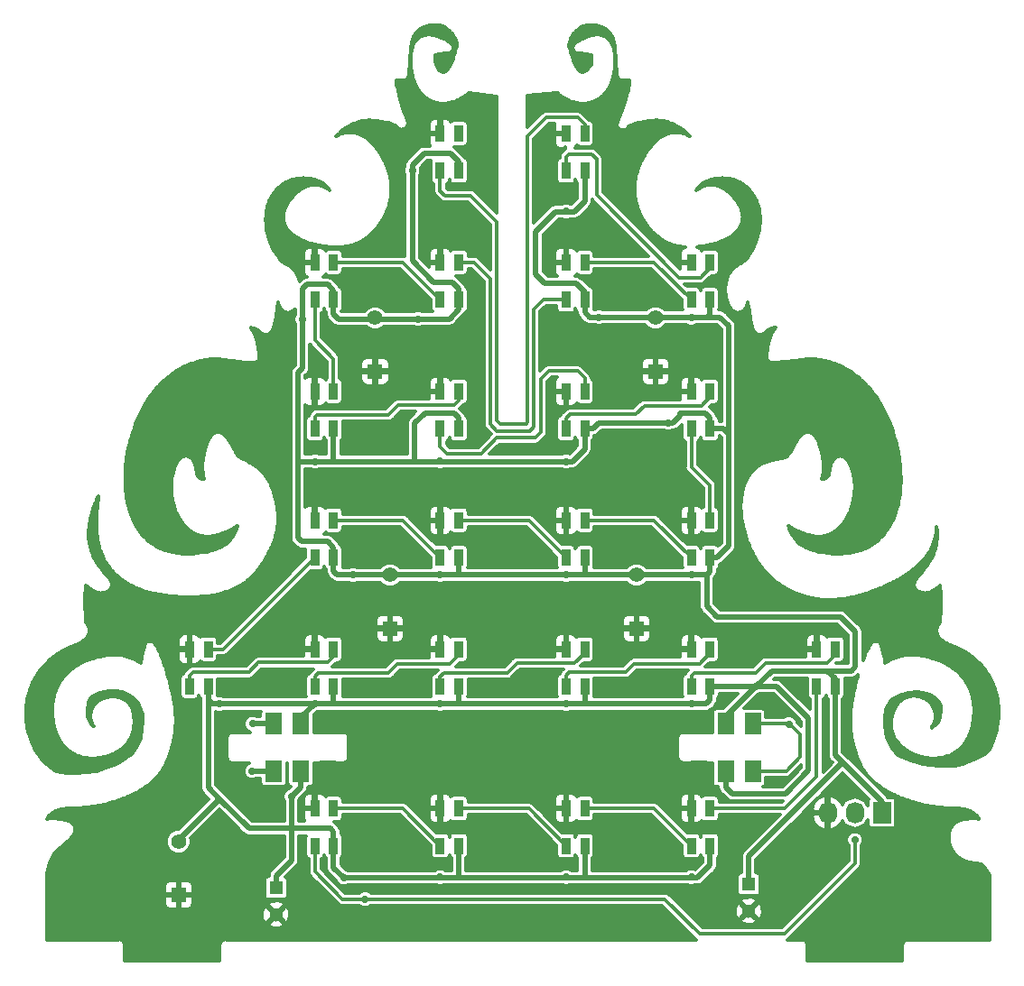
<source format=gbr>
G04 #@! TF.GenerationSoftware,KiCad,Pcbnew,(5.0.0)*
G04 #@! TF.CreationDate,2018-10-19T16:20:16+03:00*
G04 #@! TF.ProjectId,side_1,736964655F312E6B696361645F706362,rev?*
G04 #@! TF.SameCoordinates,Original*
G04 #@! TF.FileFunction,Copper,L1,Top,Signal*
G04 #@! TF.FilePolarity,Positive*
%FSLAX46Y46*%
G04 Gerber Fmt 4.6, Leading zero omitted, Abs format (unit mm)*
G04 Created by KiCad (PCBNEW (5.0.0)) date 10/19/18 16:20:16*
%MOMM*%
%LPD*%
G01*
G04 APERTURE LIST*
G04 #@! TA.AperFunction,ComponentPad*
%ADD10C,1.400000*%
G04 #@! TD*
G04 #@! TA.AperFunction,ComponentPad*
%ADD11R,1.400000X1.400000*%
G04 #@! TD*
G04 #@! TA.AperFunction,SMDPad,CuDef*
%ADD12R,1.600000X2.000000*%
G04 #@! TD*
G04 #@! TA.AperFunction,SMDPad,CuDef*
%ADD13R,0.850000X1.600000*%
G04 #@! TD*
G04 #@! TA.AperFunction,ComponentPad*
%ADD14R,1.727200X2.032000*%
G04 #@! TD*
G04 #@! TA.AperFunction,ComponentPad*
%ADD15O,1.727200X2.032000*%
G04 #@! TD*
G04 #@! TA.AperFunction,ComponentPad*
%ADD16R,1.300000X1.300000*%
G04 #@! TD*
G04 #@! TA.AperFunction,ComponentPad*
%ADD17C,1.300000*%
G04 #@! TD*
G04 #@! TA.AperFunction,ViaPad*
%ADD18C,0.700000*%
G04 #@! TD*
G04 #@! TA.AperFunction,Conductor*
%ADD19C,0.500000*%
G04 #@! TD*
G04 #@! TA.AperFunction,Conductor*
%ADD20C,0.300000*%
G04 #@! TD*
G04 APERTURE END LIST*
D10*
G04 #@! TO.P,REF\002A\002A,2*
G04 #@! TO.N,VDD*
X127127000Y-75264000D03*
D11*
G04 #@! TO.P,REF\002A\002A,1*
G04 #@! TO.N,GND*
X127127000Y-80264000D03*
G04 #@! TD*
G04 #@! TO.P,REF\002A\002A,1*
G04 #@! TO.N,GND*
X153416000Y-80264000D03*
D10*
G04 #@! TO.P,REF\002A\002A,2*
G04 #@! TO.N,VDD*
X153416000Y-75264000D03*
G04 #@! TD*
G04 #@! TO.P,REF\002A\002A,2*
G04 #@! TO.N,VDD*
X108712000Y-124413000D03*
D11*
G04 #@! TO.P,REF\002A\002A,1*
G04 #@! TO.N,GND*
X108712000Y-129413000D03*
G04 #@! TD*
G04 #@! TO.P,REF\002A\002A,1*
G04 #@! TO.N,GND*
X128524000Y-104394000D03*
D10*
G04 #@! TO.P,REF\002A\002A,2*
G04 #@! TO.N,VDD*
X128524000Y-99394000D03*
G04 #@! TD*
D12*
G04 #@! TO.P,P1,3*
G04 #@! TO.N,N/C*
X117620000Y-117800000D03*
G04 #@! TO.P,P1,*
G04 #@! TO.N,VDD*
X120160000Y-117800000D03*
G04 #@! TO.P,P1,1*
G04 #@! TO.N,GND*
X122700000Y-117800000D03*
G04 #@! TD*
G04 #@! TO.P,P1,1*
G04 #@! TO.N,GND*
X122700000Y-113350000D03*
G04 #@! TO.P,P1,*
G04 #@! TO.N,VDD*
X120160000Y-113350000D03*
G04 #@! TO.P,P1,3*
G04 #@! TO.N,N/C*
X117620000Y-113350000D03*
G04 #@! TD*
G04 #@! TO.P,P1,1*
G04 #@! TO.N,GND*
X157450000Y-117800000D03*
G04 #@! TO.P,P1,*
G04 #@! TO.N,VDD*
X159990000Y-117800000D03*
G04 #@! TO.P,P1,3*
G04 #@! TO.N,Net-(HL40-Pad1)*
X162530000Y-117800000D03*
G04 #@! TD*
G04 #@! TO.P,P1,3*
G04 #@! TO.N,Net-(HL40-Pad1)*
X162530000Y-113350000D03*
G04 #@! TO.P,P1,*
G04 #@! TO.N,VDD*
X159990000Y-113350000D03*
G04 #@! TO.P,P1,1*
G04 #@! TO.N,GND*
X157450000Y-113350000D03*
G04 #@! TD*
D13*
G04 #@! TO.P,1HL5,1*
G04 #@! TO.N,Net-(HL1-Pad1)*
X170275000Y-106350000D03*
G04 #@! TO.P,1HL5,2*
G04 #@! TO.N,GND*
X168525000Y-106350000D03*
G04 #@! TO.P,1HL5,4*
G04 #@! TO.N,VDD*
X170275000Y-109850000D03*
G04 #@! TO.P,1HL5,3*
G04 #@! TO.N,Net-(HL1-Pad3)*
X168525000Y-109850000D03*
G04 #@! TD*
G04 #@! TO.P,1HL6,3*
G04 #@! TO.N,Net-(HL1-Pad1)*
X156775000Y-109850000D03*
G04 #@! TO.P,1HL6,4*
G04 #@! TO.N,VDD*
X158525000Y-109850000D03*
G04 #@! TO.P,1HL6,2*
G04 #@! TO.N,GND*
X156775000Y-106350000D03*
G04 #@! TO.P,1HL6,1*
G04 #@! TO.N,Net-(HL3-Pad1)*
X158525000Y-106350000D03*
G04 #@! TD*
G04 #@! TO.P,1HL7,1*
G04 #@! TO.N,Net-(HL5-Pad1)*
X146775000Y-106350000D03*
G04 #@! TO.P,1HL7,2*
G04 #@! TO.N,GND*
X145025000Y-106350000D03*
G04 #@! TO.P,1HL7,4*
G04 #@! TO.N,VDD*
X146775000Y-109850000D03*
G04 #@! TO.P,1HL7,3*
G04 #@! TO.N,Net-(HL3-Pad1)*
X145025000Y-109850000D03*
G04 #@! TD*
G04 #@! TO.P,1HL8,3*
G04 #@! TO.N,Net-(HL5-Pad1)*
X133225000Y-109850000D03*
G04 #@! TO.P,1HL8,4*
G04 #@! TO.N,VDD*
X134975000Y-109850000D03*
G04 #@! TO.P,1HL8,2*
G04 #@! TO.N,GND*
X133225000Y-106350000D03*
G04 #@! TO.P,1HL8,1*
G04 #@! TO.N,Net-(HL7-Pad1)*
X134975000Y-106350000D03*
G04 #@! TD*
G04 #@! TO.P,1HL9,1*
G04 #@! TO.N,Net-(HL11-Pad3)*
X123225000Y-106350000D03*
G04 #@! TO.P,1HL9,2*
G04 #@! TO.N,GND*
X121475000Y-106350000D03*
G04 #@! TO.P,1HL9,4*
G04 #@! TO.N,VDD*
X123225000Y-109850000D03*
G04 #@! TO.P,1HL9,3*
G04 #@! TO.N,Net-(HL7-Pad1)*
X121475000Y-109850000D03*
G04 #@! TD*
G04 #@! TO.P,1HL10,1*
G04 #@! TO.N,Net-(HL11-Pad1)*
X111475000Y-106350000D03*
G04 #@! TO.P,1HL10,2*
G04 #@! TO.N,GND*
X109725000Y-106350000D03*
G04 #@! TO.P,1HL10,4*
G04 #@! TO.N,VDD*
X111475000Y-109850000D03*
G04 #@! TO.P,1HL10,3*
G04 #@! TO.N,Net-(HL11-Pad3)*
X109725000Y-109850000D03*
G04 #@! TD*
G04 #@! TO.P,1HL11,3*
G04 #@! TO.N,Net-(HL11-Pad1)*
X121475000Y-97750000D03*
G04 #@! TO.P,1HL11,4*
G04 #@! TO.N,VDD*
X123225000Y-97750000D03*
G04 #@! TO.P,1HL11,2*
G04 #@! TO.N,GND*
X121475000Y-94250000D03*
G04 #@! TO.P,1HL11,1*
G04 #@! TO.N,Net-(HL13-Pad1)*
X123225000Y-94250000D03*
G04 #@! TD*
G04 #@! TO.P,1HL12,1*
G04 #@! TO.N,Net-(HL15-Pad1)*
X134975000Y-94250000D03*
G04 #@! TO.P,1HL12,2*
G04 #@! TO.N,GND*
X133225000Y-94250000D03*
G04 #@! TO.P,1HL12,4*
G04 #@! TO.N,VDD*
X134975000Y-97750000D03*
G04 #@! TO.P,1HL12,3*
G04 #@! TO.N,Net-(HL13-Pad1)*
X133225000Y-97750000D03*
G04 #@! TD*
G04 #@! TO.P,1HL13,3*
G04 #@! TO.N,Net-(HL15-Pad1)*
X145025000Y-97750000D03*
G04 #@! TO.P,1HL13,4*
G04 #@! TO.N,VDD*
X146775000Y-97750000D03*
G04 #@! TO.P,1HL13,2*
G04 #@! TO.N,GND*
X145025000Y-94250000D03*
G04 #@! TO.P,1HL13,1*
G04 #@! TO.N,Net-(HL17-Pad1)*
X146775000Y-94250000D03*
G04 #@! TD*
G04 #@! TO.P,1HL14,1*
G04 #@! TO.N,Net-(HL19-Pad1)*
X158525000Y-94250000D03*
G04 #@! TO.P,1HL14,2*
G04 #@! TO.N,GND*
X156775000Y-94250000D03*
G04 #@! TO.P,1HL14,4*
G04 #@! TO.N,VDD*
X158525000Y-97750000D03*
G04 #@! TO.P,1HL14,3*
G04 #@! TO.N,Net-(HL17-Pad1)*
X156775000Y-97750000D03*
G04 #@! TD*
G04 #@! TO.P,1HL15,3*
G04 #@! TO.N,Net-(HL19-Pad1)*
X156775000Y-85650000D03*
G04 #@! TO.P,1HL15,4*
G04 #@! TO.N,VDD*
X158525000Y-85650000D03*
G04 #@! TO.P,1HL15,2*
G04 #@! TO.N,GND*
X156775000Y-82150000D03*
G04 #@! TO.P,1HL15,1*
G04 #@! TO.N,Net-(HL21-Pad1)*
X158525000Y-82150000D03*
G04 #@! TD*
G04 #@! TO.P,1HL16,1*
G04 #@! TO.N,Net-(HL23-Pad1)*
X146775000Y-82150000D03*
G04 #@! TO.P,1HL16,2*
G04 #@! TO.N,GND*
X145025000Y-82150000D03*
G04 #@! TO.P,1HL16,4*
G04 #@! TO.N,VDD*
X146775000Y-85650000D03*
G04 #@! TO.P,1HL16,3*
G04 #@! TO.N,Net-(HL21-Pad1)*
X145025000Y-85650000D03*
G04 #@! TD*
G04 #@! TO.P,1HL17,3*
G04 #@! TO.N,Net-(HL23-Pad1)*
X133225000Y-85650000D03*
G04 #@! TO.P,1HL17,4*
G04 #@! TO.N,VDD*
X134975000Y-85650000D03*
G04 #@! TO.P,1HL17,2*
G04 #@! TO.N,GND*
X133225000Y-82150000D03*
G04 #@! TO.P,1HL17,1*
G04 #@! TO.N,Net-(HL25-Pad1)*
X134975000Y-82150000D03*
G04 #@! TD*
G04 #@! TO.P,1HL18,1*
G04 #@! TO.N,Net-(HL27-Pad1)*
X123225000Y-82150000D03*
G04 #@! TO.P,1HL18,2*
G04 #@! TO.N,GND*
X121475000Y-82150000D03*
G04 #@! TO.P,1HL18,4*
G04 #@! TO.N,VDD*
X123225000Y-85650000D03*
G04 #@! TO.P,1HL18,3*
G04 #@! TO.N,Net-(HL25-Pad1)*
X121475000Y-85650000D03*
G04 #@! TD*
G04 #@! TO.P,1HL19,3*
G04 #@! TO.N,Net-(HL27-Pad1)*
X121475000Y-73550000D03*
G04 #@! TO.P,1HL19,4*
G04 #@! TO.N,VDD*
X123225000Y-73550000D03*
G04 #@! TO.P,1HL19,2*
G04 #@! TO.N,GND*
X121475000Y-70050000D03*
G04 #@! TO.P,1HL19,1*
G04 #@! TO.N,Net-(HL29-Pad1)*
X123225000Y-70050000D03*
G04 #@! TD*
D14*
G04 #@! TO.P,XP1,1*
G04 #@! TO.N,VDD*
X174640000Y-121700000D03*
D15*
G04 #@! TO.P,XP1,2*
G04 #@! TO.N,LED_S*
X172100000Y-121700000D03*
G04 #@! TO.P,XP1,3*
G04 #@! TO.N,GND*
X169560000Y-121700000D03*
G04 #@! TD*
D13*
G04 #@! TO.P,1HL20,1*
G04 #@! TO.N,Net-(HL31-Pad1)*
X134975000Y-70050000D03*
G04 #@! TO.P,1HL20,2*
G04 #@! TO.N,GND*
X133225000Y-70050000D03*
G04 #@! TO.P,1HL20,4*
G04 #@! TO.N,VDD*
X134975000Y-73550000D03*
G04 #@! TO.P,1HL20,3*
G04 #@! TO.N,Net-(HL29-Pad1)*
X133225000Y-73550000D03*
G04 #@! TD*
G04 #@! TO.P,1HL21,3*
G04 #@! TO.N,Net-(HL31-Pad1)*
X145025000Y-73550000D03*
G04 #@! TO.P,1HL21,4*
G04 #@! TO.N,VDD*
X146775000Y-73550000D03*
G04 #@! TO.P,1HL21,2*
G04 #@! TO.N,GND*
X145025000Y-70050000D03*
G04 #@! TO.P,1HL21,1*
G04 #@! TO.N,Net-(HL33-Pad1)*
X146775000Y-70050000D03*
G04 #@! TD*
G04 #@! TO.P,1HL22,1*
G04 #@! TO.N,Net-(HL35-Pad1)*
X158525000Y-70050000D03*
G04 #@! TO.P,1HL22,2*
G04 #@! TO.N,GND*
X156775000Y-70050000D03*
G04 #@! TO.P,1HL22,4*
G04 #@! TO.N,VDD*
X158525000Y-73550000D03*
G04 #@! TO.P,1HL22,3*
G04 #@! TO.N,Net-(HL33-Pad1)*
X156775000Y-73550000D03*
G04 #@! TD*
G04 #@! TO.P,1HL23,3*
G04 #@! TO.N,Net-(HL35-Pad1)*
X145025000Y-61450000D03*
G04 #@! TO.P,1HL23,4*
G04 #@! TO.N,VDD*
X146775000Y-61450000D03*
G04 #@! TO.P,1HL23,2*
G04 #@! TO.N,GND*
X145025000Y-57950000D03*
G04 #@! TO.P,1HL23,1*
G04 #@! TO.N,Net-(HL37-Pad1)*
X146775000Y-57950000D03*
G04 #@! TD*
G04 #@! TO.P,1HL24,1*
G04 #@! TO.N,Net-(HL39-Pad1)*
X134975000Y-57950000D03*
G04 #@! TO.P,1HL24,2*
G04 #@! TO.N,GND*
X133225000Y-57950000D03*
G04 #@! TO.P,1HL24,4*
G04 #@! TO.N,VDD*
X134975000Y-61450000D03*
G04 #@! TO.P,1HL24,3*
G04 #@! TO.N,Net-(HL37-Pad1)*
X133225000Y-61450000D03*
G04 #@! TD*
G04 #@! TO.P,1HL1,1*
G04 #@! TO.N,Net-(HL41-Pad1)*
X123225000Y-121300000D03*
G04 #@! TO.P,1HL1,2*
G04 #@! TO.N,GND*
X121475000Y-121300000D03*
G04 #@! TO.P,1HL1,4*
G04 #@! TO.N,VDD*
X123225000Y-124800000D03*
G04 #@! TO.P,1HL1,3*
G04 #@! TO.N,LED_S*
X121475000Y-124800000D03*
G04 #@! TD*
G04 #@! TO.P,1HL2,3*
G04 #@! TO.N,Net-(HL41-Pad1)*
X133225000Y-124800000D03*
G04 #@! TO.P,1HL2,4*
G04 #@! TO.N,VDD*
X134975000Y-124800000D03*
G04 #@! TO.P,1HL2,2*
G04 #@! TO.N,GND*
X133225000Y-121300000D03*
G04 #@! TO.P,1HL2,1*
G04 #@! TO.N,Net-(HL43-Pad1)*
X134975000Y-121300000D03*
G04 #@! TD*
G04 #@! TO.P,1HL3,1*
G04 #@! TO.N,Net-(HL45-Pad1)*
X146775000Y-121300000D03*
G04 #@! TO.P,1HL3,2*
G04 #@! TO.N,GND*
X145025000Y-121300000D03*
G04 #@! TO.P,1HL3,4*
G04 #@! TO.N,VDD*
X146775000Y-124800000D03*
G04 #@! TO.P,1HL3,3*
G04 #@! TO.N,Net-(HL43-Pad1)*
X145025000Y-124800000D03*
G04 #@! TD*
G04 #@! TO.P,1HL4,3*
G04 #@! TO.N,Net-(HL45-Pad1)*
X156775000Y-124800000D03*
G04 #@! TO.P,1HL4,4*
G04 #@! TO.N,VDD*
X158525000Y-124800000D03*
G04 #@! TO.P,1HL4,2*
G04 #@! TO.N,GND*
X156775000Y-121300000D03*
G04 #@! TO.P,1HL4,1*
G04 #@! TO.N,Net-(HL1-Pad3)*
X158525000Y-121300000D03*
G04 #@! TD*
D16*
G04 #@! TO.P,C1,1*
G04 #@! TO.N,VDD*
X162153600Y-128422400D03*
D17*
G04 #@! TO.P,C1,2*
G04 #@! TO.N,GND*
X162153600Y-130922400D03*
G04 #@! TD*
G04 #@! TO.P,C2,2*
G04 #@! TO.N,GND*
X117843300Y-131265300D03*
D16*
G04 #@! TO.P,C2,1*
G04 #@! TO.N,VDD*
X117843300Y-128765300D03*
G04 #@! TD*
D10*
G04 #@! TO.P,REF\002A\002A,2*
G04 #@! TO.N,VDD*
X151638000Y-99394000D03*
D11*
G04 #@! TO.P,REF\002A\002A,1*
G04 #@! TO.N,GND*
X151638000Y-104394000D03*
G04 #@! TD*
D18*
G04 #@! TO.N,*
X115636000Y-113350000D03*
X115577500Y-117800000D03*
G04 #@! TO.N,GND*
X156743400Y-91186000D03*
X121348500Y-91859100D03*
X121894600Y-102044500D03*
X153860500Y-106286300D03*
X154127200Y-113106200D03*
X158775400Y-76542900D03*
X124853700Y-76860400D03*
X132321300Y-67818000D03*
X143611600Y-67894200D03*
X142976600Y-54914800D03*
X136906000Y-57848500D03*
X143497300Y-59550300D03*
X119037100Y-68618100D03*
X129286000Y-68846700D03*
X136486900Y-72047100D03*
X127304800Y-125793500D03*
X148729700Y-95567500D03*
X164528500Y-81102200D03*
X164528500Y-86588600D03*
X160197800Y-101104700D03*
X177457100Y-104419400D03*
X164465000Y-111556800D03*
X167386000Y-111099600D03*
X169354500Y-112077500D03*
X164655500Y-118897400D03*
X155130500Y-110070900D03*
X143357600Y-109956600D03*
X131660900Y-109956600D03*
X119862600Y-109931200D03*
X116217700Y-120700800D03*
X127546100Y-86563200D03*
X127304800Y-95288100D03*
X126238000Y-73812400D03*
X151726900Y-73634600D03*
X129540000Y-72809100D03*
X128206500Y-65824100D03*
X137007600Y-85344000D03*
G04 #@! TO.N,VDD*
X156775000Y-127755800D03*
X145025000Y-127745600D03*
X133225000Y-127747300D03*
X124180600Y-127800100D03*
X121475000Y-111442000D03*
X112534700Y-111480600D03*
X133225000Y-111469900D03*
X145025000Y-111476900D03*
X156775000Y-111461400D03*
X162796300Y-109850000D03*
X156775000Y-99345600D03*
X145025000Y-99386500D03*
X133225000Y-99379500D03*
X125082300Y-99377500D03*
X121475000Y-88734400D03*
X133225000Y-88698800D03*
X145025000Y-88731200D03*
X154635200Y-85102700D03*
X156775000Y-75228300D03*
X148120100Y-75196700D03*
X145025000Y-65261600D03*
X130637500Y-61450000D03*
X131127500Y-75361800D03*
X120307100Y-75374500D03*
X119291100Y-120168900D03*
G04 #@! TO.N,LED_S*
X172100000Y-124254500D03*
X126174500Y-129806700D03*
G04 #@! TO.N,Net-(HL40-Pad1)*
X165925500Y-113385600D03*
G04 #@! TD*
D19*
G04 #@! TO.N,*
X117620000Y-113350000D02*
X115636000Y-113350000D01*
X117620000Y-117800000D02*
X115577500Y-117800000D01*
D20*
G04 #@! TO.N,Net-(HL1-Pad1)*
X170275000Y-106350000D02*
X170275000Y-106927900D01*
X170275000Y-106927900D02*
X169545000Y-107657900D01*
X169545000Y-107657900D02*
X163728400Y-107657900D01*
X163728400Y-107657900D02*
X162801300Y-108585000D01*
X162801300Y-108585000D02*
X157048200Y-108585000D01*
X156775000Y-108858200D02*
X156775000Y-109850000D01*
X157048200Y-108585000D02*
X156775000Y-108858200D01*
D19*
G04 #@! TO.N,VDD*
X158525000Y-124800000D02*
X158525000Y-126628100D01*
X158525000Y-126628100D02*
X157353000Y-127800100D01*
X124180600Y-127800100D02*
X123225000Y-126844500D01*
X134975000Y-127761400D02*
X135013700Y-127800100D01*
X134975000Y-124800000D02*
X134975000Y-127761400D01*
X135013700Y-127800100D02*
X124180600Y-127800100D01*
X146775000Y-127686900D02*
X146888200Y-127800100D01*
X146775000Y-124800000D02*
X146775000Y-127686900D01*
X157353000Y-127800100D02*
X146888200Y-127800100D01*
X146888200Y-127800100D02*
X135013700Y-127800100D01*
X170275000Y-109850000D02*
X170275000Y-109111800D01*
X170275000Y-109111800D02*
X169545000Y-108381800D01*
X169545000Y-108381800D02*
X164312600Y-108381800D01*
X164312600Y-108381800D02*
X162844400Y-109850000D01*
X160274000Y-109850000D02*
X158525000Y-109850000D01*
X158525000Y-109850000D02*
X158525000Y-111134100D01*
X158525000Y-111134100D02*
X158178500Y-111480600D01*
X111475000Y-111144800D02*
X111475000Y-109850000D01*
X111810800Y-111480600D02*
X111475000Y-111144800D01*
X123225000Y-111439400D02*
X123266200Y-111480600D01*
X123225000Y-109850000D02*
X123225000Y-111439400D01*
X134975000Y-111327600D02*
X135128000Y-111480600D01*
X134975000Y-109850000D02*
X134975000Y-111327600D01*
X135128000Y-111480600D02*
X123266200Y-111480600D01*
X146775000Y-111418200D02*
X146837400Y-111480600D01*
X146775000Y-109850000D02*
X146775000Y-111418200D01*
X158178500Y-111480600D02*
X146837400Y-111480600D01*
X146837400Y-111480600D02*
X135128000Y-111480600D01*
X158525000Y-97750000D02*
X158525000Y-99056400D01*
X158525000Y-99056400D02*
X158203900Y-99377500D01*
X123225000Y-99031500D02*
X123225000Y-97750000D01*
X123571000Y-99377500D02*
X123225000Y-99031500D01*
X134975000Y-99364200D02*
X134988300Y-99377500D01*
X134975000Y-97750000D02*
X134975000Y-99364200D01*
X146775000Y-99315100D02*
X146837400Y-99377500D01*
X146775000Y-97750000D02*
X146775000Y-99315100D01*
X158203900Y-99377500D02*
X152590500Y-99377500D01*
X152590500Y-99377500D02*
X146837400Y-99377500D01*
X146837400Y-99377500D02*
X134988300Y-99377500D01*
X146775000Y-85650000D02*
X146775000Y-87565400D01*
X146775000Y-87565400D02*
X145605500Y-88734900D01*
X158525000Y-97750000D02*
X159196400Y-97750000D01*
X159196400Y-97750000D02*
X160261300Y-96685100D01*
X160261300Y-96685100D02*
X160261300Y-86169500D01*
X159741800Y-85650000D02*
X158525000Y-85650000D01*
X160261300Y-86169500D02*
X159741800Y-85650000D01*
X169545000Y-108381800D02*
X171792900Y-108381800D01*
X171792900Y-108381800D02*
X172161200Y-108013500D01*
X172161200Y-108013500D02*
X172161200Y-104724200D01*
X172161200Y-104724200D02*
X170764200Y-103327200D01*
X170764200Y-103327200D02*
X159194500Y-103327200D01*
X158203900Y-102336600D02*
X158203900Y-99377500D01*
X159194500Y-103327200D02*
X158203900Y-102336600D01*
X174640000Y-121700000D02*
X174640000Y-120665000D01*
X170275000Y-116300000D02*
X170275000Y-109850000D01*
X123225000Y-124800000D02*
X123225000Y-123466300D01*
X123225000Y-123466300D02*
X122923300Y-123164600D01*
X111475000Y-119361700D02*
X111475000Y-109850000D01*
X146775000Y-73550000D02*
X146775000Y-74753300D01*
X146775000Y-74753300D02*
X147218400Y-75196700D01*
X158525000Y-74939100D02*
X158525000Y-73550000D01*
X158267400Y-75196700D02*
X158525000Y-74939100D01*
X160261300Y-86169500D02*
X160261300Y-75996800D01*
X159461200Y-75196700D02*
X158267400Y-75196700D01*
X160261300Y-75996800D02*
X159461200Y-75196700D01*
X123225000Y-97750000D02*
X123225000Y-96809000D01*
X123225000Y-96809000D02*
X122669300Y-96253300D01*
X122669300Y-96253300D02*
X120218200Y-96253300D01*
X120218200Y-96253300D02*
X119888000Y-95923100D01*
X119888000Y-95923100D02*
X119888000Y-89293700D01*
X123225000Y-88611000D02*
X123101100Y-88734900D01*
X123225000Y-85650000D02*
X123225000Y-88611000D01*
X123101100Y-88734900D02*
X124015500Y-88734900D01*
X134975000Y-73550000D02*
X134975000Y-74460700D01*
X134975000Y-74460700D02*
X134073900Y-75361800D01*
X123225000Y-74914200D02*
X123225000Y-73550000D01*
X123672600Y-75361800D02*
X123225000Y-74914200D01*
X123225000Y-73550000D02*
X123225000Y-72691700D01*
X123225000Y-72691700D02*
X122656600Y-72123300D01*
X122656600Y-72123300D02*
X120738900Y-72123300D01*
X120738900Y-72123300D02*
X120307100Y-72555100D01*
X120307100Y-79971900D02*
X119888000Y-80391000D01*
X119938800Y-88734900D02*
X119888000Y-88785700D01*
X121183400Y-88734900D02*
X119938800Y-88734900D01*
X119888000Y-88785700D02*
X119888000Y-89293700D01*
X119888000Y-80391000D02*
X119888000Y-88785700D01*
X121183400Y-88734900D02*
X123101100Y-88734900D01*
X146775000Y-73550000D02*
X146775000Y-72835600D01*
X146775000Y-72835600D02*
X145986500Y-72047100D01*
X145986500Y-72047100D02*
X143040100Y-72047100D01*
X143040100Y-72047100D02*
X142189200Y-71196200D01*
X142189200Y-71196200D02*
X142189200Y-67144900D01*
X142189200Y-67144900D02*
X144056100Y-65278000D01*
X144056100Y-65278000D02*
X145821400Y-65278000D01*
X146775000Y-64324400D02*
X146775000Y-61450000D01*
X145821400Y-65278000D02*
X146775000Y-64324400D01*
X134975000Y-61450000D02*
X134975000Y-60603800D01*
X134975000Y-60603800D02*
X134175500Y-59804300D01*
X134175500Y-59804300D02*
X131724400Y-59804300D01*
X131724400Y-59804300D02*
X130619500Y-60909200D01*
X130619500Y-60909200D02*
X130619500Y-69926200D01*
X130619500Y-69926200D02*
X132600700Y-71907400D01*
X132600700Y-71907400D02*
X134340600Y-71907400D01*
X134975000Y-72541800D02*
X134975000Y-73550000D01*
X134340600Y-71907400D02*
X134975000Y-72541800D01*
X123266200Y-111480600D02*
X112534700Y-111480600D01*
X112534700Y-111480600D02*
X111810800Y-111480600D01*
X134988300Y-99377500D02*
X125082300Y-99377500D01*
X125082300Y-99377500D02*
X123571000Y-99377500D01*
X148121300Y-85102700D02*
X147574000Y-85650000D01*
X158525000Y-84623700D02*
X158115000Y-84213700D01*
X158525000Y-85650000D02*
X158525000Y-84623700D01*
X147574000Y-85650000D02*
X146775000Y-85650000D01*
X158115000Y-84213700D02*
X155689300Y-84213700D01*
X155689300Y-84467700D02*
X155054300Y-85102700D01*
X155689300Y-84213700D02*
X155689300Y-84467700D01*
X155054300Y-85102700D02*
X154635200Y-85102700D01*
X154635200Y-85102700D02*
X148121300Y-85102700D01*
X147218400Y-75196700D02*
X148120100Y-75196700D01*
X148120100Y-75196700D02*
X158267400Y-75196700D01*
X134073900Y-75361800D02*
X131127500Y-75361800D01*
X131127500Y-75361800D02*
X123672600Y-75361800D01*
X120307100Y-72555100D02*
X120307100Y-75374500D01*
X120307100Y-75374500D02*
X120307100Y-79971900D01*
X162844400Y-109850000D02*
X160274000Y-109850000D01*
X120160000Y-112757000D02*
X121475000Y-111442000D01*
X120160000Y-113350000D02*
X120160000Y-112757000D01*
X159990000Y-112656300D02*
X162796300Y-109850000D01*
X159990000Y-113350000D02*
X159990000Y-112656300D01*
X119291100Y-120168900D02*
X119291100Y-123164600D01*
X120160000Y-119300000D02*
X119291100Y-120168900D01*
X120160000Y-117800000D02*
X120160000Y-119300000D01*
X122923300Y-123164600D02*
X119291100Y-123164600D01*
X119291100Y-123164600D02*
X115277900Y-123164600D01*
X119291100Y-126167500D02*
X119291100Y-123164600D01*
X117843300Y-127615300D02*
X119291100Y-126167500D01*
X117843300Y-128765300D02*
X117843300Y-127615300D01*
X160616100Y-119926100D02*
X159990000Y-119300000D01*
X165608000Y-119926100D02*
X160616100Y-119926100D01*
X164764800Y-109850000D02*
X166812634Y-111897834D01*
X162796300Y-109850000D02*
X164764800Y-109850000D01*
X159990000Y-119300000D02*
X159990000Y-117800000D01*
X166812634Y-111897834D02*
X166838034Y-111897834D01*
X166838034Y-111897834D02*
X167767000Y-112826800D01*
X167767000Y-112826800D02*
X167767000Y-117767100D01*
X167767000Y-117767100D02*
X165608000Y-119926100D01*
X162179000Y-125806200D02*
X170980100Y-117005100D01*
X174640000Y-120665000D02*
X170980100Y-117005100D01*
X170980100Y-117005100D02*
X170275000Y-116300000D01*
X123225000Y-126844500D02*
X123225000Y-124800000D01*
X162153600Y-125831600D02*
X162179000Y-125806200D01*
X162153600Y-128422400D02*
X162153600Y-125831600D01*
X134975000Y-85650000D02*
X134975000Y-84632200D01*
X134975000Y-84632200D02*
X134543800Y-84201000D01*
X134543800Y-84201000D02*
X131787900Y-84201000D01*
X130848100Y-85140800D02*
X130848100Y-88734900D01*
X131787900Y-84201000D02*
X130848100Y-85140800D01*
X145605500Y-88734900D02*
X130848100Y-88734900D01*
X130848100Y-88734900D02*
X124015500Y-88734900D01*
D20*
X151638000Y-99394000D02*
X152574000Y-99394000D01*
X152574000Y-99394000D02*
X152590500Y-99377500D01*
D19*
X108712000Y-124218700D02*
X112522000Y-120408700D01*
X108712000Y-124413000D02*
X108712000Y-124218700D01*
X115277900Y-123164600D02*
X112522000Y-120408700D01*
X112522000Y-120408700D02*
X111475000Y-119361700D01*
D20*
G04 #@! TO.N,LED_S*
X124079000Y-129819400D02*
X121475000Y-127215400D01*
X121475000Y-127215400D02*
X121475000Y-124800000D01*
X172100000Y-124254500D02*
X172100000Y-126477000D01*
X172100000Y-126477000D02*
X165493700Y-133083300D01*
X157543500Y-133083300D02*
X154279600Y-129819400D01*
X165493700Y-133083300D02*
X157543500Y-133083300D01*
X154279600Y-129819400D02*
X124079000Y-129819400D01*
G04 #@! TO.N,Net-(HL3-Pad1)*
X158525000Y-106350000D02*
X158525000Y-106727200D01*
X158525000Y-106727200D02*
X157556200Y-107696000D01*
X157556200Y-107696000D02*
X151409400Y-107696000D01*
X151409400Y-107696000D02*
X150609300Y-108496100D01*
X150609300Y-108496100D02*
X145326100Y-108496100D01*
X145025000Y-108797200D02*
X145025000Y-109850000D01*
X145326100Y-108496100D02*
X145025000Y-108797200D01*
G04 #@! TO.N,Net-(HL5-Pad1)*
X146775000Y-106350000D02*
X146775000Y-106691600D01*
X146775000Y-106691600D02*
X145834100Y-107632500D01*
X145834100Y-107632500D02*
X140462000Y-107632500D01*
X140462000Y-107632500D02*
X139522200Y-108572300D01*
X139522200Y-108572300D02*
X133604000Y-108572300D01*
X133225000Y-108951300D02*
X133225000Y-109850000D01*
X133604000Y-108572300D02*
X133225000Y-108951300D01*
G04 #@! TO.N,Net-(HL7-Pad1)*
X134975000Y-106350000D02*
X134975000Y-106871100D01*
X134975000Y-106871100D02*
X134124700Y-107721400D01*
X134124700Y-107721400D02*
X129235200Y-107721400D01*
X129235200Y-107721400D02*
X128371600Y-108585000D01*
X128371600Y-108585000D02*
X121780300Y-108585000D01*
X121475000Y-108890300D02*
X121475000Y-109850000D01*
X121780300Y-108585000D02*
X121475000Y-108890300D01*
G04 #@! TO.N,Net-(HL11-Pad3)*
X109725000Y-108851700D02*
X109725000Y-109850000D01*
X123225000Y-106350000D02*
X123225000Y-107026000D01*
X123225000Y-107026000D02*
X122643900Y-107607100D01*
X122643900Y-107607100D02*
X116205000Y-107607100D01*
X116205000Y-107607100D02*
X115277900Y-108534200D01*
X115277900Y-108534200D02*
X110042500Y-108534200D01*
X110042500Y-108534200D02*
X109725000Y-108851700D01*
G04 #@! TO.N,Net-(HL11-Pad1)*
X112875000Y-106350000D02*
X121475000Y-97750000D01*
X111475000Y-106350000D02*
X112875000Y-106350000D01*
G04 #@! TO.N,Net-(HL13-Pad1)*
X129725000Y-94250000D02*
X133225000Y-97750000D01*
X123225000Y-94250000D02*
X129725000Y-94250000D01*
G04 #@! TO.N,Net-(HL15-Pad1)*
X141525000Y-94250000D02*
X145025000Y-97750000D01*
X134975000Y-94250000D02*
X141525000Y-94250000D01*
G04 #@! TO.N,Net-(HL17-Pad1)*
X153275000Y-94250000D02*
X156775000Y-97750000D01*
X146775000Y-94250000D02*
X153275000Y-94250000D01*
G04 #@! TO.N,Net-(HL19-Pad1)*
X156775000Y-85650000D02*
X156775000Y-89249100D01*
X158525000Y-90999100D02*
X158525000Y-94250000D01*
X156775000Y-89249100D02*
X158525000Y-90999100D01*
G04 #@! TO.N,Net-(HL21-Pad1)*
X158525000Y-82150000D02*
X158525000Y-82698800D01*
X158525000Y-82698800D02*
X157734000Y-83489800D01*
X157734000Y-83489800D02*
X152374600Y-83489800D01*
X152374600Y-83489800D02*
X151549100Y-84315300D01*
X151549100Y-84315300D02*
X145376900Y-84315300D01*
X145025000Y-84667200D02*
X145025000Y-85650000D01*
X145376900Y-84315300D02*
X145025000Y-84667200D01*
G04 #@! TO.N,Net-(HL23-Pad1)*
X146775000Y-82150000D02*
X146775000Y-80925500D01*
X146775000Y-80925500D02*
X146100800Y-80251300D01*
X146100800Y-80251300D02*
X143414620Y-80251300D01*
X143414620Y-80251300D02*
X142671800Y-80994120D01*
X142671800Y-80994120D02*
X142671800Y-85991700D01*
X142671800Y-85991700D02*
X142138400Y-86525100D01*
X142138400Y-86525100D02*
X138506200Y-86525100D01*
X138506200Y-86525100D02*
X137058400Y-87972900D01*
X137058400Y-87972900D02*
X133845300Y-87972900D01*
X133225000Y-87352600D02*
X133225000Y-85650000D01*
X133845300Y-87972900D02*
X133225000Y-87352600D01*
G04 #@! TO.N,Net-(HL25-Pad1)*
X134975000Y-82150000D02*
X134975000Y-83020500D01*
X134975000Y-83020500D02*
X134531100Y-83464400D01*
X134531100Y-83464400D02*
X129286000Y-83464400D01*
X129286000Y-83464400D02*
X128384300Y-84366100D01*
X128384300Y-84366100D02*
X121678700Y-84366100D01*
X121475000Y-84569800D02*
X121475000Y-85650000D01*
X121678700Y-84366100D02*
X121475000Y-84569800D01*
G04 #@! TO.N,Net-(HL27-Pad1)*
X123225000Y-82150000D02*
X123225000Y-79092500D01*
X121475000Y-77342500D02*
X121475000Y-73550000D01*
X123225000Y-79092500D02*
X121475000Y-77342500D01*
G04 #@! TO.N,Net-(HL29-Pad1)*
X129725000Y-70050000D02*
X133225000Y-73550000D01*
X123225000Y-70050000D02*
X129725000Y-70050000D01*
G04 #@! TO.N,Net-(HL31-Pad1)*
X145025000Y-73550000D02*
X142886510Y-73550000D01*
X142886510Y-73550000D02*
X142014510Y-74422000D01*
X142014510Y-74422000D02*
X142014510Y-85505990D01*
X142014510Y-85505990D02*
X141668500Y-85852000D01*
X141668500Y-85852000D02*
X138557000Y-85852000D01*
X138557000Y-85852000D02*
X137896600Y-85191600D01*
X137896600Y-85191600D02*
X137896600Y-71564500D01*
X136382100Y-70050000D02*
X134975000Y-70050000D01*
X137896600Y-71564500D02*
X136382100Y-70050000D01*
G04 #@! TO.N,Net-(HL33-Pad1)*
X153275000Y-70050000D02*
X156775000Y-73550000D01*
X146775000Y-70050000D02*
X153275000Y-70050000D01*
G04 #@! TO.N,Net-(HL35-Pad1)*
X158525000Y-70050000D02*
X158525000Y-70595700D01*
X158525000Y-70595700D02*
X157645100Y-71475600D01*
X157645100Y-71475600D02*
X155651200Y-71475600D01*
X155651200Y-71475600D02*
X147891500Y-63715900D01*
X147891500Y-63715900D02*
X147891500Y-60350400D01*
X147891500Y-60350400D02*
X147421600Y-59880500D01*
X147421600Y-59880500D02*
X145313400Y-59880500D01*
X145025000Y-60168900D02*
X145025000Y-61450000D01*
X145313400Y-59880500D02*
X145025000Y-60168900D01*
G04 #@! TO.N,Net-(HL37-Pad1)*
X146775000Y-57950000D02*
X146775000Y-57113000D01*
X146775000Y-57113000D02*
X146113500Y-56451500D01*
X146113500Y-56451500D02*
X143154400Y-56451500D01*
X143154400Y-56451500D02*
X141414500Y-58191400D01*
X141414500Y-58191400D02*
X141414500Y-85077300D01*
X141414500Y-85077300D02*
X141274800Y-85217000D01*
X141274800Y-85217000D02*
X138836400Y-85217000D01*
X138836400Y-85217000D02*
X138518900Y-84899500D01*
X138518900Y-84899500D02*
X138518900Y-66255900D01*
X138518900Y-66255900D02*
X136042400Y-63779400D01*
X136042400Y-63779400D02*
X133654800Y-63779400D01*
X133225000Y-63349600D02*
X133225000Y-61450000D01*
X133654800Y-63779400D02*
X133225000Y-63349600D01*
G04 #@! TO.N,Net-(HL40-Pad1)*
X162530000Y-113350000D02*
X165951890Y-113350000D01*
X165951890Y-113350000D02*
X166979600Y-114377710D01*
X166979600Y-116441920D02*
X167005000Y-116467320D01*
X166979600Y-114377710D02*
X166979600Y-116441920D01*
X165672320Y-117800000D02*
X162530000Y-117800000D01*
X167005000Y-116467320D02*
X165672320Y-117800000D01*
G04 #@! TO.N,Net-(HL1-Pad3)*
X158525000Y-121300000D02*
X165516800Y-121300000D01*
X168525000Y-118291800D02*
X168525000Y-109850000D01*
X165516800Y-121300000D02*
X168525000Y-118291800D01*
G04 #@! TO.N,Net-(HL41-Pad1)*
X129725000Y-121300000D02*
X133225000Y-124800000D01*
X123225000Y-121300000D02*
X129725000Y-121300000D01*
G04 #@! TO.N,Net-(HL43-Pad1)*
X141525000Y-121300000D02*
X145025000Y-124800000D01*
X134975000Y-121300000D02*
X141525000Y-121300000D01*
G04 #@! TO.N,Net-(HL45-Pad1)*
X153275000Y-121300000D02*
X156775000Y-124800000D01*
X146775000Y-121300000D02*
X153275000Y-121300000D01*
G04 #@! TD*
G04 #@! TO.N,GND*
G36*
X118027090Y-73822211D02*
X118057906Y-73942670D01*
X118060784Y-73964228D01*
X118071301Y-73995027D01*
X118079367Y-74026558D01*
X118088765Y-74046173D01*
X118096383Y-74068482D01*
X118099970Y-74086322D01*
X118113845Y-74119623D01*
X118125509Y-74153782D01*
X118134640Y-74169532D01*
X118136765Y-74174632D01*
X118139773Y-74186742D01*
X118157565Y-74224553D01*
X118173635Y-74263122D01*
X118179129Y-74271307D01*
X118192234Y-74301795D01*
X118197548Y-74309524D01*
X118201544Y-74318016D01*
X118224342Y-74348882D01*
X118231564Y-74363114D01*
X118254216Y-74391945D01*
X118274986Y-74422153D01*
X118287357Y-74434200D01*
X118298724Y-74449590D01*
X118300212Y-74450486D01*
X118304046Y-74455365D01*
X118329952Y-74490968D01*
X118337475Y-74497913D01*
X118343796Y-74505957D01*
X118377209Y-74534588D01*
X118403234Y-74558611D01*
X118415925Y-74578440D01*
X118451833Y-74603471D01*
X118462093Y-74612941D01*
X118489286Y-74629578D01*
X118493938Y-74632821D01*
X118504925Y-74645462D01*
X118527891Y-74656915D01*
X118544599Y-74668849D01*
X118547502Y-74670159D01*
X118550113Y-74671979D01*
X118579864Y-74684995D01*
X118601622Y-74698307D01*
X118614315Y-74700308D01*
X118620493Y-74703096D01*
X118651304Y-74718461D01*
X118659495Y-74720695D01*
X118693694Y-74736127D01*
X118718969Y-74736915D01*
X118760293Y-74748186D01*
X118768796Y-74750828D01*
X118788824Y-74761360D01*
X118818609Y-74764091D01*
X118821830Y-74764969D01*
X118848753Y-74766854D01*
X118894084Y-74771010D01*
X118918970Y-74773631D01*
X118940718Y-74779587D01*
X118972815Y-74775541D01*
X118985001Y-74776394D01*
X118996465Y-74772560D01*
X119023863Y-74769106D01*
X119027847Y-74769793D01*
X119036539Y-74767832D01*
X119107133Y-74761361D01*
X119125873Y-74751507D01*
X119149042Y-74743784D01*
X119162274Y-74739672D01*
X119181405Y-74738792D01*
X119213368Y-74723796D01*
X119248154Y-74712987D01*
X119263342Y-74700350D01*
X119275343Y-74694720D01*
X119319711Y-74675001D01*
X119324350Y-74671727D01*
X119329489Y-74669316D01*
X119368564Y-74640524D01*
X119373095Y-74637327D01*
X119380959Y-74632844D01*
X119382790Y-74630485D01*
X119453354Y-74580686D01*
X119456438Y-74575806D01*
X119491903Y-74549811D01*
X119492374Y-74549297D01*
X119492936Y-74548883D01*
X119528999Y-74509342D01*
X119583632Y-74449741D01*
X119607101Y-74427380D01*
X119607101Y-74973947D01*
X119507100Y-75215370D01*
X119507100Y-75533630D01*
X119607100Y-75775051D01*
X119607101Y-79681951D01*
X119441774Y-79847278D01*
X119383329Y-79886330D01*
X119228615Y-80117875D01*
X119188000Y-80322061D01*
X119188000Y-80322065D01*
X119174288Y-80391000D01*
X119188000Y-80459935D01*
X119188001Y-88716756D01*
X119188000Y-88716761D01*
X119188000Y-88716765D01*
X119174288Y-88785700D01*
X119188000Y-88854635D01*
X119188000Y-89362640D01*
X119188001Y-89362645D01*
X119188000Y-95854165D01*
X119174288Y-95923100D01*
X119188000Y-95992035D01*
X119188000Y-95992039D01*
X119228615Y-96196225D01*
X119383329Y-96427770D01*
X119441774Y-96466822D01*
X119674477Y-96699526D01*
X119713529Y-96757971D01*
X119945074Y-96912685D01*
X120149260Y-96953300D01*
X120149264Y-96953300D01*
X120218199Y-96967012D01*
X120287134Y-96953300D01*
X120591184Y-96953300D01*
X120591184Y-97785288D01*
X112626473Y-105750000D01*
X112358816Y-105750000D01*
X112358816Y-105550000D01*
X112323891Y-105374419D01*
X112224432Y-105225568D01*
X112075581Y-105126109D01*
X111900000Y-105091184D01*
X111050000Y-105091184D01*
X110874419Y-105126109D01*
X110727340Y-105224384D01*
X110707826Y-105177273D01*
X110522727Y-104992175D01*
X110280885Y-104892000D01*
X109993500Y-104892000D01*
X109829000Y-105056500D01*
X109829000Y-106246000D01*
X109849000Y-106246000D01*
X109849000Y-106454000D01*
X109829000Y-106454000D01*
X109829000Y-107643500D01*
X109993500Y-107808000D01*
X110280885Y-107808000D01*
X110522727Y-107707825D01*
X110707826Y-107522727D01*
X110727340Y-107475616D01*
X110874419Y-107573891D01*
X111050000Y-107608816D01*
X111900000Y-107608816D01*
X112075581Y-107573891D01*
X112224432Y-107474432D01*
X112323891Y-107325581D01*
X112358816Y-107150000D01*
X112358816Y-106950000D01*
X112815914Y-106950000D01*
X112875000Y-106961753D01*
X112934086Y-106950000D01*
X112934091Y-106950000D01*
X113109108Y-106915187D01*
X113307575Y-106782575D01*
X113341049Y-106732478D01*
X114654411Y-105419116D01*
X120392000Y-105419116D01*
X120392000Y-106081500D01*
X120556500Y-106246000D01*
X121371000Y-106246000D01*
X121371000Y-105056500D01*
X121206500Y-104892000D01*
X120919115Y-104892000D01*
X120677273Y-104992175D01*
X120492174Y-105177273D01*
X120392000Y-105419116D01*
X114654411Y-105419116D01*
X115411027Y-104662500D01*
X127166000Y-104662500D01*
X127166000Y-105224884D01*
X127266174Y-105466727D01*
X127451273Y-105651825D01*
X127693115Y-105752000D01*
X128255500Y-105752000D01*
X128420000Y-105587500D01*
X128420000Y-104498000D01*
X128628000Y-104498000D01*
X128628000Y-105587500D01*
X128792500Y-105752000D01*
X129354885Y-105752000D01*
X129596727Y-105651825D01*
X129781826Y-105466727D01*
X129801546Y-105419116D01*
X132142000Y-105419116D01*
X132142000Y-106081500D01*
X132306500Y-106246000D01*
X133121000Y-106246000D01*
X133121000Y-105056500D01*
X132956500Y-104892000D01*
X132669115Y-104892000D01*
X132427273Y-104992175D01*
X132242174Y-105177273D01*
X132142000Y-105419116D01*
X129801546Y-105419116D01*
X129882000Y-105224884D01*
X129882000Y-104662500D01*
X150280000Y-104662500D01*
X150280000Y-105224884D01*
X150380174Y-105466727D01*
X150565273Y-105651825D01*
X150807115Y-105752000D01*
X151369500Y-105752000D01*
X151534000Y-105587500D01*
X151534000Y-104498000D01*
X151742000Y-104498000D01*
X151742000Y-105587500D01*
X151906500Y-105752000D01*
X152468885Y-105752000D01*
X152710727Y-105651825D01*
X152895826Y-105466727D01*
X152915546Y-105419116D01*
X155692000Y-105419116D01*
X155692000Y-106081500D01*
X155856500Y-106246000D01*
X156671000Y-106246000D01*
X156671000Y-105056500D01*
X156506500Y-104892000D01*
X156219115Y-104892000D01*
X155977273Y-104992175D01*
X155792174Y-105177273D01*
X155692000Y-105419116D01*
X152915546Y-105419116D01*
X152996000Y-105224884D01*
X152996000Y-104662500D01*
X152831500Y-104498000D01*
X151742000Y-104498000D01*
X151534000Y-104498000D01*
X150444500Y-104498000D01*
X150280000Y-104662500D01*
X129882000Y-104662500D01*
X129717500Y-104498000D01*
X128628000Y-104498000D01*
X128420000Y-104498000D01*
X127330500Y-104498000D01*
X127166000Y-104662500D01*
X115411027Y-104662500D01*
X116510411Y-103563116D01*
X127166000Y-103563116D01*
X127166000Y-104125500D01*
X127330500Y-104290000D01*
X128420000Y-104290000D01*
X128420000Y-103200500D01*
X128628000Y-103200500D01*
X128628000Y-104290000D01*
X129717500Y-104290000D01*
X129882000Y-104125500D01*
X129882000Y-103563116D01*
X150280000Y-103563116D01*
X150280000Y-104125500D01*
X150444500Y-104290000D01*
X151534000Y-104290000D01*
X151534000Y-103200500D01*
X151742000Y-103200500D01*
X151742000Y-104290000D01*
X152831500Y-104290000D01*
X152996000Y-104125500D01*
X152996000Y-103563116D01*
X152895826Y-103321273D01*
X152710727Y-103136175D01*
X152468885Y-103036000D01*
X151906500Y-103036000D01*
X151742000Y-103200500D01*
X151534000Y-103200500D01*
X151369500Y-103036000D01*
X150807115Y-103036000D01*
X150565273Y-103136175D01*
X150380174Y-103321273D01*
X150280000Y-103563116D01*
X129882000Y-103563116D01*
X129781826Y-103321273D01*
X129596727Y-103136175D01*
X129354885Y-103036000D01*
X128792500Y-103036000D01*
X128628000Y-103200500D01*
X128420000Y-103200500D01*
X128255500Y-103036000D01*
X127693115Y-103036000D01*
X127451273Y-103136175D01*
X127266174Y-103321273D01*
X127166000Y-103563116D01*
X116510411Y-103563116D01*
X121064712Y-99008816D01*
X121900000Y-99008816D01*
X122075581Y-98973891D01*
X122224432Y-98874432D01*
X122323891Y-98725581D01*
X122350000Y-98594321D01*
X122376109Y-98725581D01*
X122475568Y-98874432D01*
X122525000Y-98907461D01*
X122525000Y-98962564D01*
X122511288Y-99031500D01*
X122525000Y-99100435D01*
X122525000Y-99100439D01*
X122565615Y-99304625D01*
X122720329Y-99536170D01*
X122778774Y-99575222D01*
X123027275Y-99823723D01*
X123066329Y-99882171D01*
X123297874Y-100036885D01*
X123502060Y-100077500D01*
X123502065Y-100077500D01*
X123571000Y-100091212D01*
X123639935Y-100077500D01*
X124681749Y-100077500D01*
X124923170Y-100177500D01*
X125241430Y-100177500D01*
X125482851Y-100077500D01*
X127581154Y-100077500D01*
X127872577Y-100368923D01*
X128295251Y-100544000D01*
X128752749Y-100544000D01*
X129175423Y-100368923D01*
X129466846Y-100077500D01*
X132819620Y-100077500D01*
X133065870Y-100179500D01*
X133384130Y-100179500D01*
X133630380Y-100077500D01*
X134919364Y-100077500D01*
X134988299Y-100091212D01*
X135057234Y-100077500D01*
X144602721Y-100077500D01*
X144865870Y-100186500D01*
X145184130Y-100186500D01*
X145447279Y-100077500D01*
X146768465Y-100077500D01*
X146837400Y-100091212D01*
X146906335Y-100077500D01*
X150695154Y-100077500D01*
X150986577Y-100368923D01*
X151409251Y-100544000D01*
X151866749Y-100544000D01*
X152289423Y-100368923D01*
X152580846Y-100077500D01*
X156451462Y-100077500D01*
X156615870Y-100145600D01*
X156934130Y-100145600D01*
X157098538Y-100077500D01*
X157503901Y-100077500D01*
X157503900Y-102267665D01*
X157490188Y-102336600D01*
X157503900Y-102405535D01*
X157503900Y-102405539D01*
X157544515Y-102609725D01*
X157699229Y-102841270D01*
X157757674Y-102880322D01*
X158650777Y-103773426D01*
X158689829Y-103831871D01*
X158921374Y-103986585D01*
X159125560Y-104027200D01*
X159125565Y-104027200D01*
X159194500Y-104040912D01*
X159263435Y-104027200D01*
X170474252Y-104027200D01*
X171461201Y-105014151D01*
X171461200Y-107681800D01*
X170369628Y-107681800D01*
X170442612Y-107608816D01*
X170700000Y-107608816D01*
X170875581Y-107573891D01*
X171024432Y-107474432D01*
X171123891Y-107325581D01*
X171158816Y-107150000D01*
X171158816Y-105550000D01*
X171123891Y-105374419D01*
X171024432Y-105225568D01*
X170875581Y-105126109D01*
X170700000Y-105091184D01*
X169850000Y-105091184D01*
X169674419Y-105126109D01*
X169527340Y-105224384D01*
X169507826Y-105177273D01*
X169322727Y-104992175D01*
X169080885Y-104892000D01*
X168793500Y-104892000D01*
X168629000Y-105056500D01*
X168629000Y-106246000D01*
X168649000Y-106246000D01*
X168649000Y-106454000D01*
X168629000Y-106454000D01*
X168629000Y-106474000D01*
X168421000Y-106474000D01*
X168421000Y-106454000D01*
X167606500Y-106454000D01*
X167442000Y-106618500D01*
X167442000Y-107057900D01*
X163787485Y-107057900D01*
X163728399Y-107046147D01*
X163669313Y-107057900D01*
X163669309Y-107057900D01*
X163494292Y-107092713D01*
X163411903Y-107147764D01*
X163349501Y-107189460D01*
X163295825Y-107225325D01*
X163262353Y-107275419D01*
X162552773Y-107985000D01*
X158115727Y-107985000D01*
X158491912Y-107608816D01*
X158950000Y-107608816D01*
X159125581Y-107573891D01*
X159274432Y-107474432D01*
X159373891Y-107325581D01*
X159408816Y-107150000D01*
X159408816Y-105550000D01*
X159382782Y-105419116D01*
X167442000Y-105419116D01*
X167442000Y-106081500D01*
X167606500Y-106246000D01*
X168421000Y-106246000D01*
X168421000Y-105056500D01*
X168256500Y-104892000D01*
X167969115Y-104892000D01*
X167727273Y-104992175D01*
X167542174Y-105177273D01*
X167442000Y-105419116D01*
X159382782Y-105419116D01*
X159373891Y-105374419D01*
X159274432Y-105225568D01*
X159125581Y-105126109D01*
X158950000Y-105091184D01*
X158100000Y-105091184D01*
X157924419Y-105126109D01*
X157777340Y-105224384D01*
X157757826Y-105177273D01*
X157572727Y-104992175D01*
X157330885Y-104892000D01*
X157043500Y-104892000D01*
X156879000Y-105056500D01*
X156879000Y-106246000D01*
X156899000Y-106246000D01*
X156899000Y-106454000D01*
X156879000Y-106454000D01*
X156879000Y-106474000D01*
X156671000Y-106474000D01*
X156671000Y-106454000D01*
X155856500Y-106454000D01*
X155692000Y-106618500D01*
X155692000Y-107096000D01*
X151468486Y-107096000D01*
X151409399Y-107084247D01*
X151350313Y-107096000D01*
X151350309Y-107096000D01*
X151175292Y-107130813D01*
X151090499Y-107187470D01*
X151028259Y-107229058D01*
X150976825Y-107263425D01*
X150943353Y-107313519D01*
X150360773Y-107896100D01*
X146419027Y-107896100D01*
X146706312Y-107608816D01*
X147200000Y-107608816D01*
X147375581Y-107573891D01*
X147524432Y-107474432D01*
X147623891Y-107325581D01*
X147658816Y-107150000D01*
X147658816Y-105550000D01*
X147623891Y-105374419D01*
X147524432Y-105225568D01*
X147375581Y-105126109D01*
X147200000Y-105091184D01*
X146350000Y-105091184D01*
X146174419Y-105126109D01*
X146027340Y-105224384D01*
X146007826Y-105177273D01*
X145822727Y-104992175D01*
X145580885Y-104892000D01*
X145293500Y-104892000D01*
X145129000Y-105056500D01*
X145129000Y-106246000D01*
X145149000Y-106246000D01*
X145149000Y-106454000D01*
X145129000Y-106454000D01*
X145129000Y-106474000D01*
X144921000Y-106474000D01*
X144921000Y-106454000D01*
X144106500Y-106454000D01*
X143942000Y-106618500D01*
X143942000Y-107032500D01*
X140521086Y-107032500D01*
X140462000Y-107020747D01*
X140402913Y-107032500D01*
X140402909Y-107032500D01*
X140227892Y-107067313D01*
X140119489Y-107139746D01*
X140084596Y-107163061D01*
X140029425Y-107199925D01*
X139995953Y-107250019D01*
X139273673Y-107972300D01*
X134722327Y-107972300D01*
X135085812Y-107608816D01*
X135400000Y-107608816D01*
X135575581Y-107573891D01*
X135724432Y-107474432D01*
X135823891Y-107325581D01*
X135858816Y-107150000D01*
X135858816Y-105550000D01*
X135832782Y-105419116D01*
X143942000Y-105419116D01*
X143942000Y-106081500D01*
X144106500Y-106246000D01*
X144921000Y-106246000D01*
X144921000Y-105056500D01*
X144756500Y-104892000D01*
X144469115Y-104892000D01*
X144227273Y-104992175D01*
X144042174Y-105177273D01*
X143942000Y-105419116D01*
X135832782Y-105419116D01*
X135823891Y-105374419D01*
X135724432Y-105225568D01*
X135575581Y-105126109D01*
X135400000Y-105091184D01*
X134550000Y-105091184D01*
X134374419Y-105126109D01*
X134227340Y-105224384D01*
X134207826Y-105177273D01*
X134022727Y-104992175D01*
X133780885Y-104892000D01*
X133493500Y-104892000D01*
X133329000Y-105056500D01*
X133329000Y-106246000D01*
X133349000Y-106246000D01*
X133349000Y-106454000D01*
X133329000Y-106454000D01*
X133329000Y-106474000D01*
X133121000Y-106474000D01*
X133121000Y-106454000D01*
X132306500Y-106454000D01*
X132142000Y-106618500D01*
X132142000Y-107121400D01*
X129294288Y-107121400D01*
X129235200Y-107109647D01*
X129176112Y-107121400D01*
X129176109Y-107121400D01*
X129064663Y-107143568D01*
X129001091Y-107156213D01*
X128852719Y-107255353D01*
X128802625Y-107288825D01*
X128769153Y-107338919D01*
X128123073Y-107985000D01*
X123114527Y-107985000D01*
X123490712Y-107608816D01*
X123650000Y-107608816D01*
X123825581Y-107573891D01*
X123974432Y-107474432D01*
X124073891Y-107325581D01*
X124108816Y-107150000D01*
X124108816Y-105550000D01*
X124073891Y-105374419D01*
X123974432Y-105225568D01*
X123825581Y-105126109D01*
X123650000Y-105091184D01*
X122800000Y-105091184D01*
X122624419Y-105126109D01*
X122477340Y-105224384D01*
X122457826Y-105177273D01*
X122272727Y-104992175D01*
X122030885Y-104892000D01*
X121743500Y-104892000D01*
X121579000Y-105056500D01*
X121579000Y-106246000D01*
X121599000Y-106246000D01*
X121599000Y-106454000D01*
X121579000Y-106454000D01*
X121579000Y-106474000D01*
X121371000Y-106474000D01*
X121371000Y-106454000D01*
X120556500Y-106454000D01*
X120392000Y-106618500D01*
X120392000Y-107007100D01*
X116264085Y-107007100D01*
X116204999Y-106995347D01*
X116145913Y-107007100D01*
X116145909Y-107007100D01*
X115970892Y-107041913D01*
X115772425Y-107174525D01*
X115738953Y-107224619D01*
X115029373Y-107934200D01*
X110101588Y-107934200D01*
X110042500Y-107922447D01*
X109983412Y-107934200D01*
X109983409Y-107934200D01*
X109857298Y-107959285D01*
X109808391Y-107969013D01*
X109737845Y-108016151D01*
X109609925Y-108101625D01*
X109576451Y-108151722D01*
X109342522Y-108385651D01*
X109292425Y-108419125D01*
X109159813Y-108617593D01*
X109159507Y-108619130D01*
X109124419Y-108626109D01*
X108975568Y-108725568D01*
X108876109Y-108874419D01*
X108841184Y-109050000D01*
X108841184Y-110650000D01*
X108876109Y-110825581D01*
X108975568Y-110974432D01*
X109124419Y-111073891D01*
X109300000Y-111108816D01*
X110150000Y-111108816D01*
X110325581Y-111073891D01*
X110474432Y-110974432D01*
X110573891Y-110825581D01*
X110600000Y-110694321D01*
X110626109Y-110825581D01*
X110725568Y-110974432D01*
X110775000Y-111007461D01*
X110775000Y-111075864D01*
X110761288Y-111144800D01*
X110775000Y-111213735D01*
X110775000Y-111213739D01*
X110775001Y-111213743D01*
X110775000Y-119292765D01*
X110761288Y-119361700D01*
X110775000Y-119430635D01*
X110775000Y-119430639D01*
X110815615Y-119634825D01*
X110970329Y-119866370D01*
X111028774Y-119905422D01*
X111532051Y-120408700D01*
X108677752Y-123263000D01*
X108483251Y-123263000D01*
X108060577Y-123438077D01*
X107737077Y-123761577D01*
X107562000Y-124184251D01*
X107562000Y-124641749D01*
X107737077Y-125064423D01*
X108060577Y-125387923D01*
X108483251Y-125563000D01*
X108940749Y-125563000D01*
X109363423Y-125387923D01*
X109686923Y-125064423D01*
X109862000Y-124641749D01*
X109862000Y-124184251D01*
X109825212Y-124095436D01*
X112522000Y-121398649D01*
X114734177Y-123610826D01*
X114773229Y-123669271D01*
X115004774Y-123823985D01*
X115208960Y-123864600D01*
X115208964Y-123864600D01*
X115277899Y-123878312D01*
X115346834Y-123864600D01*
X118591101Y-123864600D01*
X118591100Y-125877550D01*
X117397074Y-127071578D01*
X117338630Y-127110629D01*
X117299578Y-127169074D01*
X117183916Y-127342174D01*
X117129588Y-127615300D01*
X117139893Y-127667107D01*
X117017719Y-127691409D01*
X116868868Y-127790868D01*
X116769409Y-127939719D01*
X116734484Y-128115300D01*
X116734484Y-129415300D01*
X116769409Y-129590881D01*
X116868868Y-129739732D01*
X117017719Y-129839191D01*
X117193300Y-129874116D01*
X118493300Y-129874116D01*
X118668881Y-129839191D01*
X118817732Y-129739732D01*
X118917191Y-129590881D01*
X118952116Y-129415300D01*
X118952116Y-128115300D01*
X118917191Y-127939719D01*
X118817732Y-127790868D01*
X118721788Y-127726760D01*
X119737331Y-126711219D01*
X119795770Y-126672171D01*
X119834818Y-126613732D01*
X119834822Y-126613728D01*
X119950484Y-126440627D01*
X119950485Y-126440626D01*
X119991100Y-126236440D01*
X119991100Y-126236436D01*
X120004812Y-126167501D01*
X119991100Y-126098566D01*
X119991100Y-123864600D01*
X120618117Y-123864600D01*
X120591184Y-124000000D01*
X120591184Y-125600000D01*
X120626109Y-125775581D01*
X120725568Y-125924432D01*
X120874419Y-126023891D01*
X120875000Y-126024007D01*
X120875000Y-127156313D01*
X120863247Y-127215400D01*
X120875000Y-127274486D01*
X120875000Y-127274490D01*
X120909813Y-127449507D01*
X121042425Y-127647975D01*
X121092522Y-127681449D01*
X123612952Y-130201880D01*
X123646425Y-130251975D01*
X123844892Y-130384587D01*
X124019909Y-130419400D01*
X124019913Y-130419400D01*
X124078999Y-130431153D01*
X124138086Y-130419400D01*
X125655829Y-130419400D01*
X125721336Y-130484907D01*
X126015370Y-130606700D01*
X126333630Y-130606700D01*
X126627664Y-130484907D01*
X126693171Y-130419400D01*
X154031073Y-130419400D01*
X157077453Y-133465781D01*
X157110925Y-133515875D01*
X157161019Y-133549347D01*
X157245751Y-133605963D01*
X157245770Y-133605976D01*
X113161042Y-133605976D01*
X113106872Y-133595201D01*
X112892338Y-133637874D01*
X112892273Y-133637887D01*
X112710344Y-133759448D01*
X112588783Y-133941377D01*
X112546097Y-134155976D01*
X112556872Y-134210146D01*
X112556873Y-135606023D01*
X103656872Y-135606023D01*
X103656872Y-134210189D01*
X103667646Y-134156023D01*
X103656872Y-134101858D01*
X103656872Y-134101853D01*
X103624961Y-133941424D01*
X103503400Y-133759495D01*
X103321471Y-133637934D01*
X103106872Y-133595248D01*
X103052702Y-133606023D01*
X96374956Y-133606029D01*
X96374956Y-132162258D01*
X117093420Y-132162258D01*
X117145939Y-132402070D01*
X117634046Y-132582407D01*
X118154010Y-132562226D01*
X118540661Y-132402070D01*
X118593180Y-132162258D01*
X117843300Y-131412378D01*
X117093420Y-132162258D01*
X96374956Y-132162258D01*
X96374956Y-131056046D01*
X116526193Y-131056046D01*
X116546374Y-131576010D01*
X116706530Y-131962661D01*
X116946342Y-132015180D01*
X117696222Y-131265300D01*
X117990378Y-131265300D01*
X118740258Y-132015180D01*
X118980070Y-131962661D01*
X119160407Y-131474554D01*
X119140226Y-130954590D01*
X118980070Y-130567939D01*
X118740258Y-130515420D01*
X117990378Y-131265300D01*
X117696222Y-131265300D01*
X116946342Y-130515420D01*
X116706530Y-130567939D01*
X116526193Y-131056046D01*
X96374956Y-131056046D01*
X96374956Y-129681500D01*
X107354000Y-129681500D01*
X107354000Y-130243884D01*
X107454174Y-130485727D01*
X107639273Y-130670825D01*
X107881115Y-130771000D01*
X108443500Y-130771000D01*
X108608000Y-130606500D01*
X108608000Y-129517000D01*
X108816000Y-129517000D01*
X108816000Y-130606500D01*
X108980500Y-130771000D01*
X109542885Y-130771000D01*
X109784727Y-130670825D01*
X109969826Y-130485727D01*
X110018448Y-130368342D01*
X117093420Y-130368342D01*
X117843300Y-131118222D01*
X118593180Y-130368342D01*
X118540661Y-130128530D01*
X118052554Y-129948193D01*
X117532590Y-129968374D01*
X117145939Y-130128530D01*
X117093420Y-130368342D01*
X110018448Y-130368342D01*
X110070000Y-130243884D01*
X110070000Y-129681500D01*
X109905500Y-129517000D01*
X108816000Y-129517000D01*
X108608000Y-129517000D01*
X107518500Y-129517000D01*
X107354000Y-129681500D01*
X96374956Y-129681500D01*
X96374956Y-128582116D01*
X107354000Y-128582116D01*
X107354000Y-129144500D01*
X107518500Y-129309000D01*
X108608000Y-129309000D01*
X108608000Y-128219500D01*
X108816000Y-128219500D01*
X108816000Y-129309000D01*
X109905500Y-129309000D01*
X110070000Y-129144500D01*
X110070000Y-128582116D01*
X109969826Y-128340273D01*
X109784727Y-128155175D01*
X109542885Y-128055000D01*
X108980500Y-128055000D01*
X108816000Y-128219500D01*
X108608000Y-128219500D01*
X108443500Y-128055000D01*
X107881115Y-128055000D01*
X107639273Y-128155175D01*
X107454174Y-128340273D01*
X107354000Y-128582116D01*
X96374956Y-128582116D01*
X96374956Y-127566057D01*
X96395479Y-127408728D01*
X96451011Y-127079653D01*
X96522956Y-126754869D01*
X96556529Y-126626518D01*
X96597434Y-126482352D01*
X96689011Y-126215440D01*
X96841883Y-125870475D01*
X96959054Y-125660325D01*
X97017109Y-125573235D01*
X97065360Y-125506543D01*
X97447001Y-125109241D01*
X97928128Y-124719292D01*
X97932391Y-124716950D01*
X97970153Y-124685230D01*
X98008512Y-124654141D01*
X98011624Y-124650396D01*
X98160194Y-124525600D01*
X98170640Y-124519247D01*
X98201604Y-124490817D01*
X98233790Y-124463781D01*
X98241437Y-124454242D01*
X98416789Y-124293238D01*
X98423522Y-124288872D01*
X98456647Y-124256642D01*
X98490683Y-124225391D01*
X98495421Y-124218916D01*
X98514455Y-124200396D01*
X98528945Y-124189593D01*
X98553189Y-124162709D01*
X98579146Y-124137453D01*
X98589396Y-124122558D01*
X98636725Y-124070075D01*
X98646730Y-124061862D01*
X98672953Y-124029901D01*
X98700614Y-123999228D01*
X98707239Y-123988112D01*
X98730320Y-123959980D01*
X98747694Y-123942954D01*
X98764600Y-123918198D01*
X98783612Y-123895026D01*
X98795075Y-123873574D01*
X98824324Y-123830744D01*
X98844050Y-123806469D01*
X98854807Y-123786108D01*
X98867789Y-123767098D01*
X98880047Y-123738331D01*
X98920917Y-123660970D01*
X98924661Y-123657143D01*
X98928934Y-123646496D01*
X98946333Y-123615976D01*
X98949146Y-123607536D01*
X98953301Y-123599672D01*
X98966256Y-123556209D01*
X98971556Y-123540309D01*
X98985591Y-123505343D01*
X98988104Y-123491943D01*
X98990766Y-123487701D01*
X98992495Y-123477495D01*
X98993899Y-123473283D01*
X98995909Y-123457339D01*
X98996150Y-123455916D01*
X99000025Y-123442917D01*
X98999391Y-123436785D01*
X99008229Y-123384616D01*
X99017327Y-123336094D01*
X99017273Y-123331223D01*
X99018086Y-123326426D01*
X99016679Y-123277128D01*
X99016153Y-123229290D01*
X99020076Y-123212554D01*
X99015674Y-123185694D01*
X99015529Y-123172532D01*
X99014750Y-123170709D01*
X99014743Y-123164631D01*
X99013255Y-123157199D01*
X99013039Y-123149616D01*
X99002631Y-123104117D01*
X99000823Y-123095087D01*
X98999514Y-123087100D01*
X98999547Y-123057564D01*
X98982585Y-123016487D01*
X98976563Y-122990162D01*
X98964981Y-122973856D01*
X98961232Y-122964776D01*
X98945380Y-122922509D01*
X98940587Y-122914781D01*
X98937116Y-122906375D01*
X98933834Y-122901452D01*
X98925518Y-122881442D01*
X98922494Y-122878426D01*
X98890130Y-122833424D01*
X98859167Y-122783501D01*
X98851574Y-122778047D01*
X98843075Y-122765296D01*
X98836115Y-122758321D01*
X98830361Y-122750320D01*
X98797907Y-122720029D01*
X98727540Y-122649506D01*
X98724979Y-122648442D01*
X98724973Y-122648435D01*
X98707086Y-122635258D01*
X98690839Y-122620094D01*
X98663568Y-122603201D01*
X98655602Y-122597333D01*
X98624651Y-122571975D01*
X98612066Y-122565262D01*
X98600582Y-122556802D01*
X98577231Y-122545850D01*
X98568599Y-122539573D01*
X98533809Y-122523516D01*
X98500008Y-122505486D01*
X98484729Y-122500865D01*
X98427405Y-122474409D01*
X98397928Y-122458046D01*
X98378330Y-122451760D01*
X98359645Y-122443136D01*
X98326867Y-122435252D01*
X98269549Y-122416866D01*
X98254570Y-122409690D01*
X98218074Y-122400355D01*
X98182205Y-122388849D01*
X98165704Y-122386959D01*
X98152765Y-122383649D01*
X98143856Y-122379759D01*
X98100370Y-122370247D01*
X98057226Y-122359211D01*
X98055203Y-122359102D01*
X98051022Y-122357500D01*
X98010070Y-122350495D01*
X97969498Y-122341620D01*
X97956777Y-122341378D01*
X97875436Y-122327464D01*
X97865235Y-122324005D01*
X97822109Y-122318342D01*
X97779260Y-122311012D01*
X97768498Y-122311302D01*
X97418888Y-122265392D01*
X97405581Y-122261609D01*
X97365287Y-122258353D01*
X97325192Y-122253088D01*
X97311383Y-122253998D01*
X97180830Y-122243449D01*
X97171793Y-122241205D01*
X97126938Y-122239094D01*
X97082134Y-122235474D01*
X97072876Y-122236550D01*
X96973979Y-122231896D01*
X96961198Y-122229354D01*
X96919953Y-122229354D01*
X96906958Y-122228742D01*
X96900370Y-122227691D01*
X96891663Y-122228023D01*
X96878770Y-122227416D01*
X96868999Y-122228886D01*
X96856715Y-122229354D01*
X96813006Y-122229354D01*
X96802652Y-122231413D01*
X96655049Y-122237036D01*
X96638075Y-122235390D01*
X96601037Y-122239094D01*
X96563833Y-122240511D01*
X96547242Y-122244473D01*
X96545668Y-122244630D01*
X96515264Y-122245035D01*
X96491893Y-122250008D01*
X96468122Y-122252385D01*
X96439040Y-122261254D01*
X96398354Y-122269911D01*
X96380552Y-122271299D01*
X96345475Y-122281163D01*
X96344980Y-122281268D01*
X96348713Y-122274737D01*
X96397968Y-122196297D01*
X96448319Y-122121635D01*
X96501354Y-122052523D01*
X96558404Y-121987328D01*
X96625545Y-121918507D01*
X96699603Y-121851500D01*
X96777929Y-121785362D01*
X96856462Y-121728094D01*
X96952485Y-121666496D01*
X97047725Y-121610059D01*
X97153843Y-121556999D01*
X97263640Y-121510199D01*
X97388726Y-121463068D01*
X97532631Y-121419616D01*
X97660744Y-121386673D01*
X97806705Y-121356732D01*
X97970852Y-121331921D01*
X98137670Y-121314462D01*
X98324042Y-121302690D01*
X98919608Y-121292666D01*
X98929993Y-121294147D01*
X98973694Y-121291755D01*
X99017445Y-121291019D01*
X99027696Y-121288800D01*
X99376315Y-121269721D01*
X99382812Y-121270492D01*
X99430323Y-121266766D01*
X99477952Y-121264159D01*
X99484296Y-121262532D01*
X99840188Y-121234619D01*
X99851235Y-121235483D01*
X99894097Y-121230390D01*
X99937145Y-121227014D01*
X99947815Y-121224008D01*
X100300718Y-121182078D01*
X100308403Y-121182465D01*
X100354444Y-121175694D01*
X100400662Y-121170203D01*
X100407980Y-121167822D01*
X100536497Y-121148922D01*
X100541806Y-121149088D01*
X100590067Y-121141045D01*
X100638433Y-121133932D01*
X100643432Y-121132150D01*
X100767868Y-121111411D01*
X100770743Y-121111471D01*
X100821218Y-121102520D01*
X100871891Y-121094074D01*
X100874587Y-121093055D01*
X101226341Y-121030673D01*
X101237704Y-121030443D01*
X101279572Y-121021232D01*
X101321819Y-121013740D01*
X101332416Y-121009607D01*
X101681074Y-120932905D01*
X101686973Y-120932660D01*
X101733908Y-120921282D01*
X101781113Y-120910897D01*
X101786525Y-120908526D01*
X102132602Y-120824628D01*
X102145452Y-120823494D01*
X102185169Y-120811885D01*
X102225361Y-120802141D01*
X102237058Y-120796717D01*
X102579294Y-120696680D01*
X102586994Y-120695783D01*
X102631199Y-120681508D01*
X102675835Y-120668461D01*
X102682716Y-120664872D01*
X103012411Y-120558407D01*
X103017650Y-120557695D01*
X103063921Y-120541773D01*
X103110478Y-120526739D01*
X103115095Y-120524164D01*
X103231567Y-120484087D01*
X103243094Y-120482021D01*
X103282706Y-120466490D01*
X103322938Y-120452646D01*
X103333055Y-120446748D01*
X103867399Y-120237240D01*
X103884442Y-120233057D01*
X103917717Y-120217512D01*
X103951920Y-120204101D01*
X103966699Y-120194628D01*
X104464116Y-119962242D01*
X104478456Y-119957888D01*
X104513093Y-119939361D01*
X104548690Y-119922731D01*
X104560772Y-119913859D01*
X104670345Y-119855250D01*
X104675243Y-119853663D01*
X104718047Y-119829735D01*
X104761334Y-119806582D01*
X104765317Y-119803311D01*
X105039628Y-119649970D01*
X105052870Y-119644917D01*
X105086819Y-119623590D01*
X105121821Y-119604024D01*
X105132608Y-119594826D01*
X105402219Y-119425456D01*
X105411573Y-119421488D01*
X105448022Y-119396682D01*
X105485355Y-119373230D01*
X105492739Y-119366250D01*
X105573454Y-119311320D01*
X105578866Y-119308886D01*
X105618188Y-119280876D01*
X105658113Y-119253705D01*
X105662275Y-119249472D01*
X105749010Y-119187688D01*
X105761244Y-119181440D01*
X105793045Y-119156321D01*
X105826061Y-119132803D01*
X105835482Y-119122801D01*
X106073327Y-118934933D01*
X106085399Y-118927981D01*
X106115760Y-118901416D01*
X106147414Y-118876413D01*
X106156450Y-118865813D01*
X106229897Y-118801548D01*
X106235883Y-118797897D01*
X106270637Y-118765902D01*
X106306160Y-118734820D01*
X106310432Y-118729266D01*
X106379901Y-118665312D01*
X106387496Y-118660330D01*
X106419698Y-118628673D01*
X106452923Y-118598086D01*
X106458278Y-118590748D01*
X106522703Y-118527413D01*
X106530444Y-118521949D01*
X106561274Y-118489496D01*
X106593204Y-118458107D01*
X106598537Y-118450272D01*
X106664253Y-118381097D01*
X106675665Y-118372108D01*
X106701483Y-118341906D01*
X106728862Y-118313086D01*
X106736624Y-118300799D01*
X106794392Y-118233222D01*
X106798465Y-118229887D01*
X106829586Y-118192053D01*
X106861375Y-118154866D01*
X106863945Y-118150281D01*
X106916177Y-118086782D01*
X106923916Y-118079948D01*
X106950525Y-118045024D01*
X106978437Y-118011091D01*
X106983318Y-118001985D01*
X107035332Y-117933716D01*
X107043805Y-117925570D01*
X107068116Y-117890689D01*
X107093873Y-117856883D01*
X107099033Y-117846328D01*
X107151943Y-117770413D01*
X107161937Y-117759733D01*
X107182853Y-117726063D01*
X107205524Y-117693535D01*
X107211387Y-117680130D01*
X107257551Y-117605818D01*
X107265873Y-117596056D01*
X107286091Y-117559876D01*
X107307954Y-117524682D01*
X107312466Y-117512679D01*
X107353786Y-117438737D01*
X107360660Y-117429984D01*
X107380166Y-117391529D01*
X107401205Y-117353880D01*
X107404635Y-117343290D01*
X107441147Y-117271309D01*
X107446896Y-117263434D01*
X107465608Y-117223085D01*
X107485744Y-117183389D01*
X107488376Y-117173993D01*
X107521647Y-117102250D01*
X107528550Y-117091840D01*
X107544399Y-117053191D01*
X107561973Y-117015297D01*
X107564917Y-117003158D01*
X107655455Y-116782375D01*
X107658782Y-116777104D01*
X107675980Y-116732324D01*
X107694194Y-116687908D01*
X107695389Y-116681786D01*
X107777177Y-116468827D01*
X107780676Y-116462969D01*
X107796570Y-116418331D01*
X107813570Y-116374067D01*
X107814728Y-116367337D01*
X107886931Y-116164559D01*
X107892026Y-116155234D01*
X107905073Y-116113607D01*
X107919708Y-116072506D01*
X107921251Y-116061991D01*
X107985107Y-115858258D01*
X107987067Y-115854539D01*
X108001303Y-115806587D01*
X108016253Y-115758888D01*
X108016703Y-115754711D01*
X108072616Y-115566374D01*
X108076371Y-115558679D01*
X108088007Y-115514528D01*
X108101010Y-115470729D01*
X108101799Y-115462198D01*
X108152863Y-115268448D01*
X108156441Y-115260491D01*
X108166650Y-115216136D01*
X108178250Y-115172123D01*
X108178785Y-115163415D01*
X108222112Y-114975172D01*
X108226063Y-114965411D01*
X108234241Y-114922478D01*
X108244050Y-114879861D01*
X108244365Y-114869329D01*
X108279559Y-114684561D01*
X108281581Y-114679257D01*
X108289685Y-114631402D01*
X108298769Y-114583714D01*
X108298723Y-114578036D01*
X108329498Y-114396313D01*
X108333387Y-114384555D01*
X108338529Y-114342986D01*
X108345521Y-114301700D01*
X108345167Y-114289324D01*
X108360130Y-114168368D01*
X108361519Y-114163918D01*
X108366773Y-114114660D01*
X108372857Y-114065480D01*
X108372516Y-114060829D01*
X108397947Y-113822422D01*
X108401401Y-113809046D01*
X108403680Y-113768668D01*
X108407972Y-113728436D01*
X108406729Y-113714671D01*
X108417050Y-113531834D01*
X108418568Y-113525310D01*
X108420100Y-113477805D01*
X108422779Y-113430354D01*
X108421845Y-113423722D01*
X108427594Y-113245468D01*
X108429339Y-113236697D01*
X108429339Y-113191381D01*
X108430799Y-113146117D01*
X108429339Y-113137300D01*
X108429339Y-112954896D01*
X108430790Y-112946147D01*
X108429339Y-112900803D01*
X108429339Y-112855426D01*
X108427609Y-112846727D01*
X108421773Y-112664358D01*
X108422941Y-112655589D01*
X108420043Y-112610312D01*
X108418591Y-112564923D01*
X108416587Y-112556298D01*
X108404958Y-112374596D01*
X108405786Y-112366635D01*
X108401502Y-112320585D01*
X108398550Y-112274460D01*
X108396492Y-112266730D01*
X108379123Y-112080038D01*
X108379515Y-112075566D01*
X108374108Y-112026128D01*
X108369503Y-111976633D01*
X108368224Y-111972332D01*
X108347709Y-111784770D01*
X108348235Y-111773603D01*
X108341826Y-111730988D01*
X108337144Y-111688178D01*
X108333786Y-111677523D01*
X108303867Y-111478574D01*
X108304005Y-111474166D01*
X108295811Y-111425002D01*
X108288411Y-111375794D01*
X108286919Y-111371651D01*
X108255215Y-111181421D01*
X108255281Y-111177675D01*
X108246307Y-111127976D01*
X108238019Y-111078246D01*
X108236696Y-111074748D01*
X108197043Y-110855137D01*
X108196973Y-110847639D01*
X108187429Y-110801891D01*
X108179125Y-110755903D01*
X108176379Y-110748925D01*
X108132321Y-110537747D01*
X108132135Y-110531746D01*
X108121269Y-110484772D01*
X108111421Y-110437569D01*
X108109072Y-110432043D01*
X107988074Y-109908975D01*
X107987655Y-109901672D01*
X107975868Y-109856207D01*
X107965303Y-109810536D01*
X107962301Y-109803880D01*
X107879629Y-109485004D01*
X107879445Y-109482264D01*
X107866024Y-109432528D01*
X107853128Y-109382785D01*
X107851936Y-109380318D01*
X107766143Y-109062374D01*
X107765613Y-109056416D01*
X107752043Y-109010120D01*
X107739477Y-108963550D01*
X107736823Y-108958191D01*
X107652946Y-108672029D01*
X107652606Y-108668669D01*
X107637703Y-108620022D01*
X107623421Y-108571297D01*
X107621860Y-108568310D01*
X107534823Y-108284205D01*
X107534127Y-108278511D01*
X107518965Y-108232442D01*
X107504768Y-108186101D01*
X107502052Y-108181053D01*
X107418176Y-107926202D01*
X107417178Y-107919429D01*
X107401256Y-107874792D01*
X107386446Y-107829793D01*
X107383079Y-107823835D01*
X107292875Y-107570949D01*
X107292036Y-107565901D01*
X107274674Y-107519923D01*
X107258193Y-107473719D01*
X107255571Y-107469335D01*
X107170262Y-107243418D01*
X107168155Y-107233158D01*
X107151150Y-107192807D01*
X107135688Y-107151861D01*
X107130150Y-107142976D01*
X107037643Y-106923469D01*
X107036836Y-106919794D01*
X107016637Y-106873626D01*
X106997032Y-106827105D01*
X106994919Y-106823984D01*
X106911130Y-106632469D01*
X106909209Y-106624773D01*
X106906249Y-106618500D01*
X108642000Y-106618500D01*
X108642000Y-107280884D01*
X108742174Y-107522727D01*
X108927273Y-107707825D01*
X109169115Y-107808000D01*
X109456500Y-107808000D01*
X109621000Y-107643500D01*
X109621000Y-106454000D01*
X108806500Y-106454000D01*
X108642000Y-106618500D01*
X106906249Y-106618500D01*
X106889430Y-106582869D01*
X106870881Y-106540471D01*
X106866351Y-106533972D01*
X106775975Y-106342499D01*
X106773138Y-106332687D01*
X106752882Y-106293572D01*
X106734089Y-106253757D01*
X106728014Y-106245553D01*
X106640785Y-106077113D01*
X106636662Y-106064985D01*
X106615920Y-106029098D01*
X106596856Y-105992285D01*
X106588858Y-105982276D01*
X106553142Y-105920481D01*
X106539403Y-105875685D01*
X106498914Y-105826657D01*
X106494735Y-105819427D01*
X106464472Y-105784952D01*
X106400076Y-105706975D01*
X106392490Y-105702950D01*
X106386826Y-105696498D01*
X106296140Y-105651830D01*
X106206793Y-105604425D01*
X106198242Y-105603609D01*
X106190541Y-105599816D01*
X106089662Y-105593252D01*
X105988978Y-105583647D01*
X105980767Y-105586165D01*
X105972200Y-105585608D01*
X105876477Y-105618152D01*
X105779793Y-105647806D01*
X105773172Y-105653274D01*
X105765042Y-105656038D01*
X105689056Y-105722740D01*
X105611082Y-105787133D01*
X105607057Y-105794719D01*
X105600605Y-105800383D01*
X105555927Y-105891089D01*
X105534419Y-105931627D01*
X105532019Y-105939627D01*
X105503923Y-105996668D01*
X105500880Y-106043424D01*
X105475860Y-106126828D01*
X105472969Y-106132596D01*
X105460309Y-106178665D01*
X105446582Y-106224421D01*
X105445969Y-106230843D01*
X105392523Y-106425325D01*
X105389772Y-106431149D01*
X105378180Y-106477518D01*
X105365520Y-106523585D01*
X105365058Y-106530006D01*
X105326654Y-106683622D01*
X105323442Y-106690964D01*
X105313534Y-106736102D01*
X105302322Y-106780951D01*
X105301932Y-106788958D01*
X105262800Y-106967238D01*
X105259901Y-106974400D01*
X105251195Y-107020107D01*
X105241227Y-107065519D01*
X105241075Y-107073239D01*
X105213908Y-107215864D01*
X105209650Y-107227969D01*
X105203790Y-107268983D01*
X105196038Y-107309683D01*
X105196142Y-107322515D01*
X105175266Y-107468635D01*
X105171701Y-107480416D01*
X105167615Y-107522185D01*
X105161683Y-107563708D01*
X105162352Y-107575991D01*
X105155971Y-107641227D01*
X105155705Y-107641031D01*
X105141971Y-107634614D01*
X105052325Y-107576046D01*
X105048511Y-107572449D01*
X105007035Y-107546457D01*
X104966020Y-107519661D01*
X104961151Y-107517703D01*
X104867373Y-107458935D01*
X104850538Y-107445376D01*
X104821590Y-107430244D01*
X104793895Y-107412888D01*
X104773680Y-107405199D01*
X104644558Y-107337702D01*
X104630204Y-107327572D01*
X104596656Y-107312662D01*
X104564116Y-107295652D01*
X104547255Y-107290706D01*
X104424342Y-107236079D01*
X104414761Y-107229891D01*
X104374906Y-107214107D01*
X104335755Y-107196707D01*
X104324635Y-107194198D01*
X104178108Y-107136170D01*
X104161965Y-107127209D01*
X104127851Y-107116266D01*
X104094544Y-107103076D01*
X104076383Y-107099758D01*
X104042412Y-107088861D01*
X104037770Y-107086398D01*
X103990878Y-107072330D01*
X103944253Y-107057375D01*
X103939032Y-107056777D01*
X103913560Y-107049136D01*
X103898221Y-107042157D01*
X103861772Y-107033599D01*
X103825924Y-107022845D01*
X103809153Y-107021245D01*
X103632244Y-106979709D01*
X103616766Y-106973758D01*
X103579613Y-106967352D01*
X103542914Y-106958736D01*
X103526343Y-106958168D01*
X103348353Y-106927481D01*
X103332491Y-106922452D01*
X103295074Y-106918295D01*
X103257984Y-106911900D01*
X103241353Y-106912326D01*
X103165159Y-106903860D01*
X103153983Y-106900825D01*
X103111419Y-106897890D01*
X103068995Y-106893176D01*
X103057452Y-106894168D01*
X103015927Y-106891304D01*
X103003546Y-106888543D01*
X102961985Y-106887584D01*
X102920502Y-106884723D01*
X102907918Y-106886336D01*
X102706160Y-106881680D01*
X102692166Y-106879304D01*
X102652100Y-106880433D01*
X102612036Y-106879508D01*
X102598057Y-106881955D01*
X102370625Y-106888361D01*
X102358761Y-106886870D01*
X102316568Y-106889884D01*
X102274284Y-106891075D01*
X102262626Y-106893737D01*
X102199194Y-106898268D01*
X102191752Y-106897536D01*
X102145214Y-106902124D01*
X102098585Y-106905455D01*
X102091376Y-106907432D01*
X102028597Y-106913622D01*
X102019982Y-106913044D01*
X101974754Y-106918930D01*
X101929373Y-106923404D01*
X101921112Y-106925911D01*
X101687776Y-106956277D01*
X101674140Y-106956035D01*
X101634152Y-106963255D01*
X101593865Y-106968498D01*
X101580947Y-106972862D01*
X101346553Y-107015183D01*
X101332665Y-107015634D01*
X101293356Y-107024788D01*
X101253619Y-107031963D01*
X101240683Y-107037055D01*
X101001227Y-107092819D01*
X100987815Y-107093908D01*
X100948575Y-107105080D01*
X100908822Y-107114338D01*
X100896559Y-107119890D01*
X100658852Y-107187570D01*
X100643267Y-107189732D01*
X100606864Y-107202372D01*
X100569792Y-107212927D01*
X100555787Y-107220107D01*
X100321354Y-107301507D01*
X100313366Y-107302854D01*
X100270242Y-107319254D01*
X100226659Y-107334387D01*
X100219672Y-107338486D01*
X100149913Y-107365015D01*
X100140555Y-107366927D01*
X100099351Y-107384244D01*
X100057576Y-107400131D01*
X100049483Y-107405202D01*
X99980497Y-107434195D01*
X99969849Y-107436813D01*
X99930630Y-107455153D01*
X99890725Y-107471924D01*
X99881641Y-107478062D01*
X99650053Y-107586359D01*
X99632338Y-107591999D01*
X99601085Y-107609258D01*
X99568752Y-107624378D01*
X99553775Y-107635385D01*
X99327459Y-107760365D01*
X99313459Y-107765671D01*
X99280128Y-107786503D01*
X99245723Y-107805503D01*
X99234282Y-107815158D01*
X99169193Y-107855839D01*
X99163492Y-107858145D01*
X99123288Y-107884530D01*
X99082533Y-107910002D01*
X99078057Y-107914214D01*
X99015662Y-107955161D01*
X99006449Y-107959285D01*
X98970437Y-107984841D01*
X98933523Y-108009067D01*
X98926327Y-108016144D01*
X98862837Y-108061202D01*
X98853080Y-108066037D01*
X98818735Y-108092499D01*
X98783366Y-108117599D01*
X98775884Y-108125515D01*
X98716183Y-108171513D01*
X98711685Y-108173845D01*
X98673300Y-108204553D01*
X98634374Y-108234544D01*
X98631042Y-108238358D01*
X98569314Y-108287740D01*
X98556157Y-108295512D01*
X98527097Y-108321513D01*
X98496647Y-108345873D01*
X98486806Y-108357564D01*
X98426625Y-108411411D01*
X98420056Y-108415543D01*
X98386299Y-108447492D01*
X98351669Y-108478477D01*
X98347007Y-108484679D01*
X98289062Y-108539521D01*
X98278598Y-108546796D01*
X98249797Y-108576682D01*
X98219636Y-108605228D01*
X98212263Y-108615631D01*
X98156582Y-108673411D01*
X98148596Y-108679401D01*
X98119057Y-108712351D01*
X98088334Y-108744231D01*
X98082939Y-108752637D01*
X98028554Y-108813301D01*
X98020409Y-108819906D01*
X97992436Y-108853588D01*
X97963229Y-108886167D01*
X97957890Y-108895185D01*
X97906544Y-108957011D01*
X97897825Y-108964710D01*
X97871992Y-108998614D01*
X97844760Y-109031405D01*
X97839217Y-109041632D01*
X97787108Y-109110022D01*
X97779436Y-109117338D01*
X97754336Y-109153034D01*
X97727875Y-109187764D01*
X97723216Y-109197293D01*
X97673383Y-109268164D01*
X97663328Y-109278823D01*
X97642281Y-109312398D01*
X97619494Y-109344805D01*
X97613568Y-109358202D01*
X97567926Y-109431011D01*
X97562713Y-109436859D01*
X97539194Y-109476845D01*
X97514544Y-109516167D01*
X97511757Y-109523492D01*
X97467148Y-109599334D01*
X97456445Y-109612970D01*
X97439735Y-109645939D01*
X97421005Y-109677783D01*
X97415303Y-109694145D01*
X97370721Y-109782107D01*
X97363550Y-109792131D01*
X97346279Y-109830332D01*
X97327316Y-109867746D01*
X97323994Y-109879621D01*
X97289435Y-109956060D01*
X97286334Y-109960581D01*
X97267129Y-110005396D01*
X97247058Y-110049790D01*
X97245818Y-110055126D01*
X97207627Y-110144247D01*
X97198529Y-110159530D01*
X97186339Y-110193924D01*
X97171961Y-110227475D01*
X97168278Y-110244881D01*
X97134680Y-110339677D01*
X97130190Y-110347829D01*
X97116603Y-110390679D01*
X97101594Y-110433026D01*
X97100257Y-110442231D01*
X97069878Y-110538037D01*
X97064366Y-110549206D01*
X97053531Y-110589592D01*
X97040896Y-110629440D01*
X97039520Y-110641816D01*
X97012348Y-110743100D01*
X97005870Y-110758501D01*
X96998340Y-110795313D01*
X96988604Y-110831602D01*
X96987506Y-110848274D01*
X96965502Y-110955841D01*
X96963266Y-110961502D01*
X96954653Y-111008878D01*
X96945009Y-111056022D01*
X96944976Y-111062105D01*
X96925404Y-111169759D01*
X96920093Y-111186108D01*
X96915737Y-111222930D01*
X96909101Y-111259431D01*
X96909385Y-111276627D01*
X96895499Y-111394008D01*
X96893872Y-111399385D01*
X96889140Y-111447764D01*
X96883431Y-111496023D01*
X96883872Y-111501621D01*
X96873009Y-111612681D01*
X96869854Y-111625175D01*
X96867746Y-111666490D01*
X96863717Y-111707676D01*
X96864989Y-111720503D01*
X96858397Y-111849672D01*
X96856074Y-111860765D01*
X96855641Y-111903683D01*
X96853453Y-111946553D01*
X96855095Y-111957768D01*
X96853764Y-112089642D01*
X96851637Y-112103032D01*
X96853218Y-112143720D01*
X96852807Y-112184422D01*
X96855317Y-112197741D01*
X96860571Y-112332968D01*
X96859831Y-112338287D01*
X96862671Y-112387041D01*
X96864568Y-112435856D01*
X96865820Y-112441080D01*
X96873707Y-112576465D01*
X96872496Y-112590054D01*
X96876852Y-112630439D01*
X96879215Y-112671000D01*
X96882651Y-112684207D01*
X96897089Y-112818064D01*
X96896700Y-112823744D01*
X96902890Y-112871849D01*
X96908096Y-112920115D01*
X96909801Y-112925552D01*
X96926888Y-113058346D01*
X96926661Y-113072983D01*
X96933788Y-113111968D01*
X96938847Y-113151281D01*
X96943512Y-113165158D01*
X96964718Y-113281152D01*
X96964748Y-113286888D01*
X96974453Y-113334396D01*
X96983171Y-113382085D01*
X96985283Y-113387417D01*
X97008433Y-113500744D01*
X97008951Y-113512032D01*
X97019262Y-113553757D01*
X97027856Y-113595831D01*
X97032230Y-113606240D01*
X97056369Y-113703926D01*
X97056860Y-113710838D01*
X97069346Y-113756441D01*
X97080695Y-113802369D01*
X97083640Y-113808647D01*
X97110863Y-113908078D01*
X97112750Y-113923046D01*
X97125139Y-113960218D01*
X97135489Y-113998019D01*
X97142236Y-114011515D01*
X97172539Y-114102433D01*
X97174278Y-114112953D01*
X97189637Y-114153733D01*
X97203423Y-114195097D01*
X97208706Y-114204365D01*
X97241654Y-114291849D01*
X97244221Y-114303977D01*
X97260716Y-114342463D01*
X97275471Y-114381639D01*
X97282018Y-114392163D01*
X97313829Y-114466382D01*
X97316652Y-114477447D01*
X97335141Y-114516105D01*
X97352013Y-114555469D01*
X97358469Y-114564881D01*
X97392702Y-114636456D01*
X97395546Y-114646122D01*
X97416033Y-114685237D01*
X97435097Y-114725097D01*
X97441138Y-114733168D01*
X97475031Y-114797881D01*
X97480974Y-114814216D01*
X97500110Y-114845762D01*
X97517232Y-114878453D01*
X97528148Y-114891984D01*
X97565518Y-114953591D01*
X97568649Y-114961443D01*
X97593578Y-114999848D01*
X97617323Y-115038993D01*
X97623033Y-115045226D01*
X97658501Y-115099867D01*
X97666216Y-115116077D01*
X97687926Y-115145199D01*
X97707710Y-115175679D01*
X97720238Y-115188545D01*
X97760573Y-115242653D01*
X97764931Y-115251056D01*
X97792901Y-115286018D01*
X97819667Y-115321924D01*
X97826698Y-115328265D01*
X97862820Y-115373418D01*
X97872322Y-115389104D01*
X97896581Y-115415620D01*
X97919039Y-115443692D01*
X97933073Y-115455506D01*
X97973382Y-115499564D01*
X97980224Y-115509803D01*
X98009894Y-115539471D01*
X98038204Y-115570415D01*
X98048125Y-115577702D01*
X98080213Y-115609788D01*
X98083823Y-115614934D01*
X98118473Y-115648047D01*
X98152375Y-115681947D01*
X98157603Y-115685440D01*
X98197954Y-115724000D01*
X98213103Y-115742094D01*
X98237015Y-115761328D01*
X98259213Y-115782541D01*
X98279136Y-115795209D01*
X98316743Y-115825459D01*
X98320526Y-115829791D01*
X98358912Y-115859377D01*
X98396681Y-115889758D01*
X98401780Y-115892420D01*
X98439393Y-115921410D01*
X98452843Y-115934833D01*
X98482206Y-115954410D01*
X98510154Y-115975951D01*
X98527176Y-115984391D01*
X98567071Y-116010989D01*
X98576851Y-116019861D01*
X98612063Y-116040986D01*
X98646225Y-116063762D01*
X98658429Y-116068802D01*
X98690344Y-116087950D01*
X98694776Y-116091802D01*
X98736758Y-116115795D01*
X98778214Y-116140666D01*
X98783741Y-116142646D01*
X98815967Y-116161064D01*
X98829933Y-116171727D01*
X98862903Y-116187888D01*
X98894775Y-116206103D01*
X98911436Y-116211677D01*
X98952844Y-116231974D01*
X98965028Y-116240289D01*
X99001390Y-116255770D01*
X99036878Y-116273165D01*
X99051136Y-116276949D01*
X99201877Y-116341126D01*
X99218415Y-116350807D01*
X99251597Y-116362294D01*
X99283920Y-116376055D01*
X99302686Y-116379979D01*
X99340807Y-116393176D01*
X99350619Y-116398403D01*
X99391927Y-116410872D01*
X99432684Y-116424981D01*
X99443693Y-116426498D01*
X99477887Y-116436820D01*
X99489947Y-116442517D01*
X99529632Y-116452439D01*
X99568826Y-116464270D01*
X99582112Y-116465560D01*
X99736549Y-116504172D01*
X99756822Y-116511873D01*
X99788992Y-116517284D01*
X99820624Y-116525193D01*
X99842275Y-116526247D01*
X100002461Y-116553193D01*
X100015526Y-116557427D01*
X100055788Y-116562163D01*
X100095757Y-116568886D01*
X100109482Y-116568478D01*
X100131774Y-116571100D01*
X100137407Y-116572795D01*
X100185517Y-116577422D01*
X100233529Y-116583069D01*
X100239394Y-116582603D01*
X100263236Y-116584896D01*
X100276097Y-116588103D01*
X100317059Y-116590072D01*
X100357882Y-116593998D01*
X100371071Y-116592668D01*
X100518175Y-116599740D01*
X100534056Y-116602729D01*
X100572184Y-116602336D01*
X100610254Y-116604166D01*
X100626231Y-116601779D01*
X100753462Y-116600467D01*
X100761820Y-116601778D01*
X100807567Y-116599910D01*
X100853338Y-116599438D01*
X100861616Y-116597703D01*
X100878657Y-116597007D01*
X100889398Y-116598264D01*
X100932714Y-116594799D01*
X100976105Y-116593027D01*
X100986611Y-116590488D01*
X101005836Y-116588950D01*
X101014024Y-116589663D01*
X101059780Y-116584635D01*
X101105641Y-116580966D01*
X101113545Y-116578726D01*
X101224487Y-116566534D01*
X101236905Y-116567056D01*
X101278230Y-116560628D01*
X101319820Y-116556057D01*
X101331677Y-116552314D01*
X101444332Y-116534789D01*
X101456263Y-116534777D01*
X101497763Y-116526478D01*
X101539592Y-116519971D01*
X101550799Y-116515872D01*
X101643586Y-116497316D01*
X101657580Y-116496593D01*
X101696602Y-116486714D01*
X101736080Y-116478819D01*
X101749022Y-116473443D01*
X101840668Y-116450241D01*
X101852667Y-116449096D01*
X101893083Y-116436971D01*
X101934008Y-116426610D01*
X101944896Y-116421427D01*
X102014887Y-116400429D01*
X102025559Y-116398991D01*
X102066714Y-116384881D01*
X102108352Y-116372389D01*
X102117858Y-116367346D01*
X102187534Y-116343456D01*
X102197870Y-116341663D01*
X102238701Y-116325913D01*
X102280095Y-116311721D01*
X102289163Y-116306449D01*
X102359483Y-116279324D01*
X102369442Y-116277217D01*
X102409953Y-116259857D01*
X102451066Y-116243998D01*
X102459665Y-116238553D01*
X102533446Y-116206935D01*
X102546120Y-116203620D01*
X102583130Y-116185643D01*
X102620978Y-116169424D01*
X102631789Y-116162009D01*
X102713462Y-116122338D01*
X102730224Y-116116791D01*
X102762083Y-116098721D01*
X102795033Y-116082717D01*
X102809106Y-116072052D01*
X102885843Y-116028529D01*
X102897241Y-116024192D01*
X102932878Y-116001853D01*
X102969471Y-115981098D01*
X102978703Y-115973126D01*
X103049547Y-115928716D01*
X103056732Y-115925749D01*
X103095378Y-115899987D01*
X103134752Y-115875304D01*
X103139974Y-115870377D01*
X103151961Y-115864705D01*
X103184337Y-115840683D01*
X103217891Y-115818315D01*
X103226062Y-115810162D01*
X103230392Y-115807979D01*
X103267698Y-115778833D01*
X103305694Y-115750641D01*
X103310327Y-115745528D01*
X103386087Y-115686338D01*
X103404540Y-115675155D01*
X103428685Y-115653057D01*
X103454464Y-115632916D01*
X103468543Y-115616577D01*
X103541115Y-115550157D01*
X103551303Y-115543349D01*
X103580999Y-115513653D01*
X103611992Y-115485287D01*
X103619246Y-115475406D01*
X103620496Y-115474156D01*
X103628252Y-115468578D01*
X103658764Y-115435888D01*
X103690354Y-115404298D01*
X103695657Y-115396361D01*
X103696805Y-115395132D01*
X103706310Y-115387645D01*
X103733702Y-115355601D01*
X103762472Y-115324777D01*
X103768845Y-115314488D01*
X103834157Y-115238084D01*
X103849128Y-115224402D01*
X103869275Y-115197001D01*
X103891374Y-115171149D01*
X103901291Y-115153458D01*
X103967816Y-115062983D01*
X103980368Y-115049905D01*
X103999839Y-115019431D01*
X104021257Y-114990301D01*
X104028938Y-114973886D01*
X104033954Y-114966035D01*
X104039194Y-114960259D01*
X104063083Y-114920445D01*
X104088086Y-114881311D01*
X104090922Y-114874046D01*
X104091075Y-114873791D01*
X104099278Y-114863858D01*
X104118903Y-114827412D01*
X104140192Y-114791930D01*
X104144536Y-114779807D01*
X104202639Y-114671900D01*
X104217575Y-114649774D01*
X104228260Y-114624319D01*
X104241346Y-114600016D01*
X104249173Y-114574498D01*
X104297582Y-114459170D01*
X104306371Y-114444206D01*
X104318494Y-114409351D01*
X104332791Y-114375290D01*
X104336260Y-114358269D01*
X104343277Y-114338096D01*
X104346852Y-114331619D01*
X104361054Y-114286984D01*
X104376437Y-114242754D01*
X104377457Y-114235428D01*
X104381878Y-114221532D01*
X104388796Y-114207085D01*
X104398270Y-114170014D01*
X104409870Y-114133556D01*
X104411655Y-114117639D01*
X104443631Y-113992523D01*
X104451072Y-113973491D01*
X104457010Y-113940172D01*
X104465394Y-113907366D01*
X104466494Y-113886952D01*
X104493235Y-113736906D01*
X104498732Y-113719567D01*
X104502719Y-113683686D01*
X104509052Y-113648152D01*
X104508689Y-113629969D01*
X104513069Y-113590554D01*
X104516412Y-113577991D01*
X104519040Y-113536825D01*
X104523598Y-113495804D01*
X104522485Y-113482845D01*
X104523532Y-113466432D01*
X104525800Y-113456439D01*
X104526979Y-113412439D01*
X104529781Y-113368534D01*
X104528427Y-113358381D01*
X104532788Y-113195578D01*
X104535546Y-113178592D01*
X104534235Y-113141556D01*
X104535228Y-113104491D01*
X104532323Y-113087521D01*
X104526317Y-112917839D01*
X104527932Y-112902610D01*
X104524404Y-112863806D01*
X104523026Y-112824870D01*
X104519509Y-112809967D01*
X104513852Y-112747738D01*
X104514604Y-112735539D01*
X104508955Y-112693878D01*
X104505149Y-112652013D01*
X104501689Y-112640292D01*
X104496268Y-112600311D01*
X104496526Y-112592983D01*
X104488994Y-112546665D01*
X104482696Y-112500214D01*
X104480315Y-112493287D01*
X104450678Y-112311030D01*
X104450474Y-112297199D01*
X104441999Y-112257655D01*
X104435510Y-112217748D01*
X104430670Y-112204793D01*
X104426279Y-112184306D01*
X104423816Y-112160266D01*
X104414953Y-112131459D01*
X104408639Y-112101995D01*
X104399065Y-112079814D01*
X104393287Y-112061033D01*
X104390403Y-112043754D01*
X104377397Y-112009382D01*
X104366584Y-111974235D01*
X104358261Y-111958810D01*
X104357170Y-111955928D01*
X104355361Y-111946932D01*
X104338019Y-111905315D01*
X104322074Y-111863177D01*
X104317217Y-111855398D01*
X104311193Y-111840940D01*
X104301098Y-111810069D01*
X104290410Y-111791068D01*
X104282019Y-111770931D01*
X104263908Y-111743951D01*
X104205962Y-111640932D01*
X104189060Y-111606405D01*
X104179466Y-111593827D01*
X104171705Y-111580028D01*
X104146671Y-111550827D01*
X104077875Y-111460627D01*
X104064600Y-111438851D01*
X104045103Y-111417660D01*
X104027638Y-111394761D01*
X104008511Y-111377888D01*
X104004895Y-111373958D01*
X103995201Y-111360048D01*
X103968284Y-111334166D01*
X103943013Y-111306699D01*
X103929326Y-111296705D01*
X103917161Y-111285008D01*
X103895182Y-111260356D01*
X103878196Y-111247541D01*
X103862866Y-111232801D01*
X103835063Y-111215001D01*
X103748102Y-111149397D01*
X103723630Y-111127742D01*
X103704966Y-111116855D01*
X103687709Y-111103836D01*
X103658274Y-111089618D01*
X103582773Y-111045577D01*
X103571586Y-111036663D01*
X103536070Y-111018334D01*
X103501544Y-110998194D01*
X103488018Y-110993535D01*
X103484032Y-110991478D01*
X103463111Y-110977704D01*
X103436002Y-110966691D01*
X103410009Y-110953276D01*
X103385944Y-110946354D01*
X103377440Y-110942899D01*
X103359798Y-110933048D01*
X103327366Y-110922555D01*
X103295787Y-110909726D01*
X103275943Y-110905919D01*
X103184068Y-110876195D01*
X103154586Y-110863947D01*
X103132649Y-110859560D01*
X103111363Y-110852673D01*
X103079653Y-110848960D01*
X102996490Y-110832328D01*
X102989336Y-110829585D01*
X102943426Y-110821715D01*
X102897766Y-110812583D01*
X102893854Y-110812579D01*
X102882631Y-110809021D01*
X102844955Y-110804835D01*
X102807592Y-110798430D01*
X102791226Y-110798865D01*
X102787395Y-110798439D01*
X102768827Y-110793935D01*
X102733670Y-110792470D01*
X102698703Y-110788585D01*
X102679669Y-110790220D01*
X102587751Y-110786390D01*
X102561368Y-110782629D01*
X102533770Y-110784141D01*
X102506144Y-110782990D01*
X102479803Y-110787098D01*
X102395990Y-110791690D01*
X102388161Y-110790800D01*
X102341964Y-110794650D01*
X102295681Y-110797186D01*
X102288861Y-110798935D01*
X102268577Y-110798213D01*
X102236178Y-110803467D01*
X102203477Y-110806192D01*
X102182836Y-110812116D01*
X102179087Y-110812724D01*
X102168158Y-110812766D01*
X102125695Y-110821382D01*
X102082931Y-110828316D01*
X102072693Y-110832136D01*
X101998035Y-110847284D01*
X101976493Y-110849053D01*
X101945076Y-110858029D01*
X101913046Y-110864528D01*
X101893103Y-110872878D01*
X101813809Y-110895533D01*
X101801846Y-110897042D01*
X101761801Y-110910392D01*
X101721230Y-110921984D01*
X101711866Y-110926795D01*
X101694972Y-110930119D01*
X101662389Y-110943535D01*
X101628951Y-110954683D01*
X101612402Y-110964117D01*
X101609025Y-110965508D01*
X101594579Y-110969167D01*
X101559037Y-110986091D01*
X101522627Y-111001083D01*
X101510217Y-111009338D01*
X101437603Y-111043914D01*
X101415179Y-111051692D01*
X101388827Y-111067140D01*
X101361229Y-111080281D01*
X101342191Y-111094478D01*
X101271226Y-111136078D01*
X101250225Y-111145378D01*
X101224607Y-111163406D01*
X101197576Y-111179252D01*
X101181474Y-111193563D01*
X101170612Y-111199008D01*
X101138235Y-111224190D01*
X101104683Y-111247801D01*
X101095674Y-111257257D01*
X101076735Y-111268754D01*
X101053219Y-111290310D01*
X101028033Y-111309899D01*
X101013376Y-111326834D01*
X100954211Y-111381069D01*
X100932464Y-111397394D01*
X100914376Y-111417585D01*
X100894394Y-111435902D01*
X100878319Y-111457834D01*
X100821407Y-111521362D01*
X100799869Y-111541444D01*
X100785343Y-111561619D01*
X100768760Y-111580130D01*
X100753770Y-111605471D01*
X100748445Y-111612867D01*
X100731992Y-111631203D01*
X100716867Y-111656726D01*
X100699535Y-111680798D01*
X100689318Y-111703212D01*
X100685817Y-111709121D01*
X100670541Y-111729694D01*
X100658265Y-111755613D01*
X100643645Y-111780283D01*
X100635133Y-111804451D01*
X100601222Y-111876047D01*
X100587014Y-111899830D01*
X100578086Y-111924896D01*
X100566701Y-111948933D01*
X100559957Y-111975793D01*
X100522879Y-112079891D01*
X100511967Y-112102634D01*
X100504744Y-112130805D01*
X100494989Y-112158192D01*
X100491324Y-112183143D01*
X100486147Y-112203334D01*
X100479108Y-112221034D01*
X100472725Y-112255683D01*
X100463972Y-112289821D01*
X100462931Y-112308847D01*
X100459389Y-112328074D01*
X100451779Y-112354704D01*
X100449600Y-112381214D01*
X100444780Y-112407378D01*
X100445173Y-112435075D01*
X100436219Y-112544005D01*
X100430959Y-112577605D01*
X100431792Y-112597861D01*
X100430130Y-112618074D01*
X100434011Y-112651872D01*
X100438449Y-112759841D01*
X100436886Y-112786613D01*
X100440668Y-112813841D01*
X100441797Y-112841301D01*
X100448103Y-112867361D01*
X100449659Y-112878558D01*
X100449676Y-112894998D01*
X100457096Y-112932096D01*
X100462303Y-112969580D01*
X100467700Y-112985114D01*
X100470557Y-112999399D01*
X100474269Y-113031105D01*
X100481157Y-113052395D01*
X100485545Y-113074336D01*
X100497792Y-113103815D01*
X100532693Y-113211695D01*
X100542426Y-113248910D01*
X100549333Y-113263131D01*
X100554200Y-113278174D01*
X100572955Y-113311764D01*
X100622130Y-113413005D01*
X100627031Y-113428137D01*
X100645755Y-113461645D01*
X100662518Y-113496156D01*
X100672121Y-113508828D01*
X100678802Y-113520783D01*
X100688028Y-113542662D01*
X100705161Y-113567954D01*
X100720065Y-113594625D01*
X100729011Y-113605120D01*
X100721086Y-113603358D01*
X100644978Y-113559868D01*
X100434662Y-113270685D01*
X100197616Y-112672918D01*
X100145594Y-112090274D01*
X100206973Y-111404874D01*
X100328902Y-111152307D01*
X100541119Y-110884729D01*
X100773872Y-110705688D01*
X101257044Y-110469242D01*
X101748281Y-110370995D01*
X101783481Y-110356372D01*
X102101950Y-110313335D01*
X102554158Y-110279420D01*
X102860410Y-110300541D01*
X103379147Y-110379480D01*
X103991545Y-110626587D01*
X104468880Y-110923597D01*
X104919882Y-111374599D01*
X105026207Y-111587251D01*
X105321558Y-112507385D01*
X105353494Y-113135440D01*
X105272553Y-113759834D01*
X105117483Y-114642540D01*
X104850172Y-115399922D01*
X104325436Y-116197521D01*
X103862645Y-116457841D01*
X103844751Y-116465108D01*
X103815525Y-116484346D01*
X103785044Y-116501491D01*
X103770389Y-116514055D01*
X102837487Y-117128119D01*
X102134498Y-117427754D01*
X101015956Y-117772836D01*
X99998279Y-117892563D01*
X99152375Y-117954762D01*
X98262810Y-118001581D01*
X97614794Y-117869781D01*
X97067854Y-117687468D01*
X96914734Y-117593813D01*
X96724162Y-117464775D01*
X96443391Y-117253706D01*
X96189006Y-117022986D01*
X96029654Y-116859703D01*
X95875760Y-116687811D01*
X95726412Y-116504615D01*
X95583803Y-116311071D01*
X95513151Y-116210140D01*
X95449461Y-116115572D01*
X95322020Y-115907215D01*
X95198221Y-115686435D01*
X95140184Y-115576376D01*
X95087057Y-115470122D01*
X94980172Y-115237846D01*
X94880645Y-114999398D01*
X94835087Y-114882524D01*
X94793231Y-114764951D01*
X94710476Y-114516693D01*
X94637740Y-114263133D01*
X94603203Y-114135153D01*
X94573505Y-114012402D01*
X94518279Y-113752640D01*
X94453856Y-113355737D01*
X94438173Y-113226282D01*
X94411145Y-112956016D01*
X94394770Y-112687990D01*
X94388627Y-112417579D01*
X94392725Y-112144906D01*
X94407116Y-111873678D01*
X94419141Y-111737317D01*
X94433646Y-111598556D01*
X94466715Y-111325724D01*
X94513056Y-111057735D01*
X94572394Y-110787642D01*
X94642292Y-110514216D01*
X94722349Y-110247372D01*
X94765565Y-110119663D01*
X94813359Y-109990232D01*
X94919746Y-109725320D01*
X95034331Y-109463411D01*
X95094420Y-109343227D01*
X95161245Y-109215656D01*
X95303971Y-108961219D01*
X95454640Y-108716908D01*
X95620205Y-108474610D01*
X95799450Y-108240373D01*
X95993547Y-108004980D01*
X96093558Y-107892959D01*
X96193556Y-107784967D01*
X96416727Y-107561798D01*
X96648250Y-107352810D01*
X96774689Y-107246758D01*
X96896204Y-107147530D01*
X97155820Y-106951786D01*
X97440278Y-106756606D01*
X97585739Y-106663677D01*
X97723191Y-106580802D01*
X98043728Y-106399717D01*
X98359269Y-106241946D01*
X98533148Y-106161217D01*
X98699557Y-106087255D01*
X99019553Y-105957376D01*
X99025025Y-105956213D01*
X99069675Y-105937032D01*
X99114751Y-105918737D01*
X99119430Y-105915659D01*
X99359563Y-105812503D01*
X99385788Y-105804133D01*
X99409215Y-105791173D01*
X99433815Y-105780606D01*
X99456502Y-105765015D01*
X99610046Y-105680078D01*
X99632730Y-105670544D01*
X99657332Y-105653920D01*
X99683317Y-105639546D01*
X99702112Y-105623662D01*
X99730174Y-105604701D01*
X99750861Y-105593871D01*
X99774948Y-105574448D01*
X99800590Y-105557121D01*
X99817018Y-105540522D01*
X99824532Y-105534463D01*
X99833073Y-105529598D01*
X99866631Y-105500514D01*
X99901217Y-105472624D01*
X99907521Y-105465076D01*
X99915995Y-105457732D01*
X99936793Y-105443213D01*
X99956837Y-105422335D01*
X99960551Y-105419116D01*
X108642000Y-105419116D01*
X108642000Y-106081500D01*
X108806500Y-106246000D01*
X109621000Y-106246000D01*
X109621000Y-105056500D01*
X109456500Y-104892000D01*
X109169115Y-104892000D01*
X108927273Y-104992175D01*
X108742174Y-105177273D01*
X108642000Y-105419116D01*
X99960551Y-105419116D01*
X99978702Y-105403385D01*
X99994256Y-105383359D01*
X99998624Y-105378809D01*
X100011560Y-105368582D01*
X100036060Y-105339815D01*
X100062234Y-105312552D01*
X100071116Y-105298654D01*
X100080587Y-105287533D01*
X100103515Y-105264559D01*
X100115631Y-105246387D01*
X100129789Y-105229763D01*
X100145606Y-105201427D01*
X100165124Y-105172153D01*
X100191761Y-105134666D01*
X100195134Y-105127142D01*
X100199711Y-105120277D01*
X100217271Y-105077760D01*
X100223747Y-105063315D01*
X100230806Y-105052317D01*
X100245863Y-105013982D01*
X100262718Y-104976384D01*
X100265636Y-104963641D01*
X100266594Y-104961202D01*
X100281840Y-104928938D01*
X100286353Y-104910894D01*
X100293155Y-104893577D01*
X100294845Y-104884179D01*
X100309762Y-104857151D01*
X100317852Y-104784963D01*
X100322075Y-104768081D01*
X100323872Y-104731250D01*
X100327980Y-104694597D01*
X100326507Y-104677255D01*
X100330047Y-104604705D01*
X100317328Y-104569195D01*
X100309998Y-104482903D01*
X100315662Y-104456810D01*
X100300803Y-104374663D01*
X100298413Y-104346523D01*
X100291186Y-104321493D01*
X100286548Y-104295851D01*
X100276194Y-104269571D01*
X100253038Y-104189370D01*
X100240343Y-104173470D01*
X100230864Y-104154510D01*
X100219913Y-104126712D01*
X100206700Y-104106172D01*
X100202902Y-104098575D01*
X100195226Y-104077444D01*
X100178731Y-104050223D01*
X100164506Y-104021768D01*
X100150730Y-104004015D01*
X100144635Y-103993956D01*
X100138337Y-103979307D01*
X100116614Y-103947716D01*
X100096749Y-103914933D01*
X100085986Y-103903172D01*
X100080287Y-103894885D01*
X100071065Y-103877101D01*
X100049665Y-103850351D01*
X100030255Y-103822123D01*
X100015902Y-103808147D01*
X100011394Y-103802512D01*
X99986025Y-103433900D01*
X99960025Y-102896632D01*
X99942737Y-102477549D01*
X99931998Y-101985457D01*
X99931998Y-101610591D01*
X99940386Y-101249701D01*
X99969891Y-100798693D01*
X99983380Y-100660023D01*
X100012303Y-100457562D01*
X100030217Y-100372872D01*
X100095889Y-100433291D01*
X100100104Y-100438771D01*
X100135693Y-100469911D01*
X100170527Y-100501959D01*
X100176436Y-100505561D01*
X100282118Y-100598032D01*
X100288415Y-100605642D01*
X100322823Y-100633649D01*
X100356218Y-100662869D01*
X100364779Y-100667799D01*
X100396831Y-100693888D01*
X100411028Y-100708668D01*
X100438759Y-100728016D01*
X100464970Y-100749350D01*
X100483074Y-100758933D01*
X100517145Y-100782704D01*
X100529863Y-100794390D01*
X100561474Y-100813631D01*
X100591828Y-100834809D01*
X100607651Y-100841739D01*
X100647780Y-100866166D01*
X100665951Y-100880268D01*
X100693933Y-100894259D01*
X100720669Y-100910533D01*
X100742282Y-100918433D01*
X100797548Y-100946066D01*
X100826572Y-100963373D01*
X100845885Y-100970234D01*
X100864221Y-100979402D01*
X100896819Y-100988329D01*
X101025397Y-101034007D01*
X101062114Y-101049261D01*
X101076345Y-101052107D01*
X101090019Y-101056965D01*
X101129360Y-101062710D01*
X101135613Y-101063961D01*
X101158482Y-101071211D01*
X101188600Y-101074558D01*
X101218321Y-101080502D01*
X101242315Y-101080527D01*
X101312498Y-101088326D01*
X101352755Y-101094795D01*
X101366222Y-101094296D01*
X101379627Y-101095786D01*
X101420276Y-101092295D01*
X101498096Y-101089413D01*
X101530681Y-101090761D01*
X101552111Y-101087412D01*
X101573781Y-101086610D01*
X101605506Y-101079069D01*
X101614459Y-101077670D01*
X101632091Y-101077276D01*
X101667864Y-101069325D01*
X101704070Y-101063668D01*
X101720236Y-101057742D01*
X101752018Y-101053228D01*
X101772281Y-101046119D01*
X101793251Y-101041458D01*
X101823288Y-101028222D01*
X101908827Y-100998210D01*
X101946506Y-100987245D01*
X101959835Y-100980314D01*
X101974016Y-100975338D01*
X102007806Y-100955367D01*
X102016538Y-100950827D01*
X102036987Y-100943077D01*
X102064472Y-100925899D01*
X102093246Y-100910936D01*
X102110316Y-100897248D01*
X102130033Y-100884925D01*
X102169503Y-100860356D01*
X102185665Y-100853380D01*
X102252867Y-100784162D01*
X102282937Y-100755973D01*
X102283440Y-100755271D01*
X102295638Y-100743794D01*
X102298734Y-100736919D01*
X102299606Y-100736021D01*
X102305656Y-100726670D01*
X102331208Y-100704057D01*
X102354913Y-100655435D01*
X102378154Y-100622972D01*
X102382387Y-100604783D01*
X102385920Y-100600536D01*
X102393372Y-100576551D01*
X102402891Y-100557028D01*
X102408222Y-100536765D01*
X102436335Y-100465956D01*
X102435940Y-100439197D01*
X102444670Y-100419066D01*
X102446074Y-100334001D01*
X102449199Y-100304329D01*
X102447228Y-100282836D01*
X102448795Y-100257157D01*
X102446408Y-100250230D01*
X102442031Y-100226153D01*
X102434264Y-100141441D01*
X102422595Y-100119252D01*
X102420701Y-100108833D01*
X102412178Y-100087255D01*
X102405482Y-100065256D01*
X102391902Y-100017729D01*
X102389726Y-100013494D01*
X102388341Y-100008944D01*
X102364998Y-99965371D01*
X102360827Y-99957253D01*
X102360608Y-99956700D01*
X102360468Y-99956555D01*
X102317143Y-99872241D01*
X102313409Y-99869074D01*
X102306805Y-99856746D01*
X102289150Y-99819654D01*
X102281273Y-99809087D01*
X102275048Y-99797468D01*
X102248953Y-99765733D01*
X102193029Y-99690714D01*
X102186047Y-99677845D01*
X102160714Y-99647366D01*
X102137027Y-99615591D01*
X102126155Y-99605785D01*
X102041650Y-99504114D01*
X102037666Y-99497247D01*
X102007055Y-99462491D01*
X101977472Y-99426898D01*
X101971308Y-99421903D01*
X101586812Y-98985341D01*
X101418746Y-98780385D01*
X101259218Y-98569723D01*
X101088309Y-98325574D01*
X100932190Y-98074159D01*
X100855264Y-97938058D01*
X100781377Y-97798274D01*
X100709087Y-97649678D01*
X100642491Y-97502776D01*
X100580236Y-97345195D01*
X100521785Y-97179911D01*
X100466122Y-97008959D01*
X100419120Y-96836607D01*
X100375985Y-96652299D01*
X100341849Y-96461565D01*
X100309843Y-96261515D01*
X100290055Y-96063596D01*
X100273852Y-95842926D01*
X100267821Y-95613639D01*
X100269832Y-95394303D01*
X100281837Y-95164210D01*
X100306459Y-94911776D01*
X100337304Y-94658897D01*
X100361009Y-94516632D01*
X100383662Y-94395147D01*
X100437948Y-94123723D01*
X100560690Y-93622164D01*
X100701010Y-93120416D01*
X100763150Y-92923974D01*
X100813336Y-92786367D01*
X100820071Y-92773886D01*
X100831862Y-92735569D01*
X100845597Y-92697907D01*
X100846264Y-92693592D01*
X100902696Y-92548241D01*
X100973111Y-92379243D01*
X101038571Y-92238699D01*
X101109588Y-92102417D01*
X101168008Y-92001043D01*
X101202400Y-91951658D01*
X101202400Y-92126258D01*
X101188754Y-92276367D01*
X101186876Y-92281455D01*
X101129192Y-92645292D01*
X101127623Y-92649778D01*
X101120719Y-92698732D01*
X101112972Y-92747598D01*
X101113158Y-92752351D01*
X101078245Y-92999923D01*
X101075567Y-93008452D01*
X101070690Y-93053497D01*
X101064364Y-93098352D01*
X101064866Y-93107275D01*
X101037563Y-93359433D01*
X101035445Y-93366906D01*
X101031741Y-93413204D01*
X101026737Y-93459415D01*
X101027424Y-93467157D01*
X101008606Y-93702349D01*
X101006765Y-93709582D01*
X101004291Y-93756278D01*
X101000561Y-93802902D01*
X101001429Y-93810316D01*
X100988907Y-94046705D01*
X100987378Y-94053399D01*
X100986045Y-94100731D01*
X100983539Y-94148032D01*
X100984521Y-94154830D01*
X100978343Y-94374120D01*
X100976404Y-94384380D01*
X100976821Y-94428171D01*
X100975587Y-94471973D01*
X100977336Y-94482274D01*
X100980925Y-94859321D01*
X100978855Y-94875347D01*
X100981440Y-94913373D01*
X100981803Y-94951497D01*
X100985106Y-94967314D01*
X101010366Y-95338946D01*
X101009279Y-95352792D01*
X101014032Y-95392888D01*
X101016771Y-95433179D01*
X101020398Y-95446587D01*
X101060737Y-95786852D01*
X101060313Y-95797100D01*
X101067105Y-95840566D01*
X101072284Y-95884254D01*
X101075455Y-95894008D01*
X101083315Y-95944309D01*
X101083220Y-95952586D01*
X101091665Y-95997749D01*
X101098762Y-96043166D01*
X101101612Y-96050942D01*
X101135044Y-96229724D01*
X101135215Y-96238381D01*
X101144992Y-96282923D01*
X101153368Y-96327714D01*
X101156587Y-96335745D01*
X101197351Y-96521454D01*
X101198500Y-96536733D01*
X101208940Y-96574252D01*
X101217293Y-96612304D01*
X101223437Y-96626346D01*
X101270968Y-96797155D01*
X101272129Y-96807443D01*
X101285467Y-96849259D01*
X101297236Y-96891554D01*
X101301905Y-96900797D01*
X101356415Y-97071697D01*
X101358258Y-97083463D01*
X101372853Y-97123235D01*
X101385720Y-97163574D01*
X101391480Y-97173991D01*
X101449396Y-97331808D01*
X101451660Y-97343147D01*
X101468027Y-97382577D01*
X101482737Y-97422661D01*
X101488763Y-97432532D01*
X101502025Y-97464482D01*
X101503537Y-97471185D01*
X101522768Y-97514454D01*
X101540924Y-97558195D01*
X101544746Y-97563907D01*
X101559488Y-97597075D01*
X101561850Y-97606115D01*
X101581457Y-97646505D01*
X101599694Y-97687539D01*
X101605082Y-97695174D01*
X101675618Y-97840478D01*
X101678763Y-97850841D01*
X101699244Y-97889147D01*
X101718203Y-97928203D01*
X101724739Y-97936832D01*
X101802099Y-98081520D01*
X101806087Y-98092866D01*
X101827604Y-98129224D01*
X101847514Y-98166462D01*
X101855141Y-98175753D01*
X101873645Y-98207020D01*
X101877041Y-98215730D01*
X101901184Y-98253554D01*
X101924057Y-98292202D01*
X101930302Y-98299170D01*
X101946242Y-98324142D01*
X101949184Y-98331119D01*
X101975362Y-98369762D01*
X102000462Y-98409085D01*
X102005700Y-98414547D01*
X102092735Y-98543027D01*
X102097349Y-98552871D01*
X102123062Y-98587795D01*
X102147397Y-98623718D01*
X102155137Y-98631361D01*
X102254345Y-98766107D01*
X102263654Y-98782848D01*
X102286400Y-98809645D01*
X102307229Y-98837935D01*
X102321370Y-98850842D01*
X102430102Y-98978937D01*
X102436434Y-98989239D01*
X102465104Y-99020172D01*
X102492390Y-99052317D01*
X102501861Y-99059830D01*
X102611344Y-99177955D01*
X102619253Y-99189477D01*
X102648092Y-99217604D01*
X102675487Y-99247161D01*
X102686808Y-99255363D01*
X102800556Y-99366302D01*
X102804390Y-99371614D01*
X102839304Y-99404092D01*
X102873429Y-99437375D01*
X102878919Y-99440945D01*
X102907753Y-99467768D01*
X102916429Y-99478601D01*
X102947339Y-99504592D01*
X102976913Y-99532104D01*
X102988726Y-99539395D01*
X103015875Y-99562224D01*
X103019243Y-99566269D01*
X103057312Y-99597067D01*
X103094769Y-99628564D01*
X103099379Y-99631099D01*
X103224575Y-99732383D01*
X103234361Y-99742967D01*
X103266602Y-99766384D01*
X103297592Y-99791455D01*
X103310357Y-99798163D01*
X103446400Y-99896973D01*
X103450554Y-99901275D01*
X103490179Y-99928769D01*
X103529218Y-99957124D01*
X103534652Y-99959628D01*
X103566629Y-99981816D01*
X103575166Y-99989937D01*
X103611063Y-100012647D01*
X103645962Y-100036863D01*
X103656766Y-100041562D01*
X103686124Y-100060136D01*
X103690104Y-100063777D01*
X103731872Y-100089079D01*
X103773124Y-100115177D01*
X103778156Y-100117116D01*
X103926886Y-100207211D01*
X103935515Y-100214483D01*
X103973130Y-100235224D01*
X104009892Y-100257493D01*
X104020506Y-100261347D01*
X104180960Y-100349822D01*
X104192196Y-100358351D01*
X104228292Y-100375920D01*
X104263471Y-100395318D01*
X104276924Y-100399591D01*
X104447367Y-100482552D01*
X104455423Y-100488228D01*
X104495979Y-100506214D01*
X104535911Y-100525650D01*
X104545452Y-100528154D01*
X104715390Y-100603517D01*
X104723628Y-100608894D01*
X104764831Y-100625443D01*
X104805431Y-100643448D01*
X104815032Y-100645606D01*
X104996153Y-100718352D01*
X105001610Y-100721736D01*
X105046350Y-100738513D01*
X105090725Y-100756336D01*
X105097041Y-100757522D01*
X105152695Y-100778392D01*
X105163929Y-100784656D01*
X105203333Y-100797380D01*
X105242096Y-100811916D01*
X105254786Y-100813995D01*
X105594304Y-100923632D01*
X105604450Y-100928756D01*
X105645763Y-100940249D01*
X105686582Y-100953430D01*
X105697875Y-100954746D01*
X105900738Y-101011180D01*
X105906079Y-101013736D01*
X105952878Y-101025685D01*
X105999408Y-101038629D01*
X106005312Y-101039073D01*
X106223381Y-101094750D01*
X106231902Y-101098482D01*
X106275772Y-101108127D01*
X106319332Y-101119249D01*
X106328629Y-101119748D01*
X106548282Y-101168041D01*
X106556172Y-101171211D01*
X106601129Y-101179659D01*
X106645793Y-101189479D01*
X106654292Y-101189650D01*
X106889581Y-101233865D01*
X106896896Y-101236568D01*
X106942741Y-101243855D01*
X106988390Y-101252433D01*
X106996192Y-101252350D01*
X107234111Y-101290166D01*
X107240802Y-101292446D01*
X107287549Y-101298659D01*
X107334125Y-101306062D01*
X107341189Y-101305788D01*
X107595071Y-101339532D01*
X107603513Y-101342112D01*
X107648684Y-101346657D01*
X107693711Y-101352642D01*
X107702524Y-101352075D01*
X107954493Y-101377430D01*
X107957342Y-101378268D01*
X108008313Y-101382846D01*
X108059330Y-101387980D01*
X108062291Y-101387695D01*
X108331363Y-101411863D01*
X108339539Y-101413998D01*
X108385248Y-101416703D01*
X108430852Y-101420799D01*
X108439254Y-101419899D01*
X108715035Y-101436218D01*
X108720613Y-101437552D01*
X108769079Y-101439416D01*
X108817464Y-101442279D01*
X108823141Y-101441495D01*
X109298424Y-101459773D01*
X109306578Y-101461466D01*
X109352498Y-101461852D01*
X109398364Y-101463616D01*
X109406585Y-101462307D01*
X109569234Y-101463675D01*
X109571523Y-101464130D01*
X109623355Y-101464130D01*
X109675234Y-101464566D01*
X109677529Y-101464129D01*
X109888454Y-101464128D01*
X109896666Y-101465507D01*
X109942561Y-101464128D01*
X109988466Y-101464128D01*
X109996631Y-101462504D01*
X110416106Y-101449902D01*
X110425517Y-101451152D01*
X110470156Y-101448278D01*
X110514900Y-101446934D01*
X110524158Y-101444802D01*
X110943805Y-101417785D01*
X110952127Y-101418636D01*
X110997802Y-101414309D01*
X111043576Y-101411362D01*
X111051657Y-101409207D01*
X111164828Y-101398485D01*
X111170102Y-101398923D01*
X111218675Y-101393384D01*
X111267410Y-101388767D01*
X111272487Y-101387248D01*
X111428781Y-101369425D01*
X111438508Y-101369889D01*
X111482552Y-101363293D01*
X111526758Y-101358252D01*
X111536024Y-101355285D01*
X111905127Y-101300008D01*
X111919480Y-101299949D01*
X111958587Y-101292002D01*
X111998071Y-101286089D01*
X112011585Y-101281232D01*
X112346819Y-101213110D01*
X112365592Y-101211754D01*
X112399799Y-101202344D01*
X112434551Y-101195282D01*
X112451904Y-101188010D01*
X113149935Y-100995987D01*
X113173876Y-100992130D01*
X113202047Y-100981652D01*
X113231018Y-100973682D01*
X113252689Y-100962815D01*
X113543535Y-100854634D01*
X113555874Y-100852066D01*
X113594226Y-100835780D01*
X113633268Y-100821258D01*
X113643994Y-100814646D01*
X113722025Y-100781510D01*
X113729882Y-100779634D01*
X113771839Y-100760356D01*
X113814314Y-100742319D01*
X113820987Y-100737774D01*
X113900648Y-100701173D01*
X113910917Y-100698299D01*
X113949780Y-100678598D01*
X113989397Y-100660395D01*
X113998037Y-100654134D01*
X114241642Y-100530641D01*
X114259353Y-100524362D01*
X114289860Y-100506197D01*
X114321519Y-100490148D01*
X114336296Y-100478548D01*
X114556757Y-100347279D01*
X114569806Y-100341890D01*
X114603225Y-100319611D01*
X114637719Y-100299072D01*
X114648203Y-100289626D01*
X114710186Y-100248303D01*
X114713826Y-100246739D01*
X114755229Y-100218275D01*
X114797034Y-100190405D01*
X114799838Y-100187607D01*
X114866142Y-100142023D01*
X114880404Y-100134895D01*
X114910686Y-100111400D01*
X114942278Y-100089681D01*
X114953405Y-100078256D01*
X115145882Y-99928918D01*
X115160039Y-99920766D01*
X115188604Y-99895771D01*
X115218579Y-99872515D01*
X115229280Y-99860181D01*
X115410144Y-99701926D01*
X115416617Y-99697958D01*
X115450860Y-99666299D01*
X115485963Y-99635584D01*
X115490593Y-99629565D01*
X115539847Y-99584027D01*
X115548876Y-99577994D01*
X115579555Y-99547315D01*
X115611422Y-99517853D01*
X115617806Y-99509065D01*
X115672900Y-99453971D01*
X115685760Y-99444251D01*
X115711135Y-99415737D01*
X115738115Y-99388757D01*
X115747068Y-99375358D01*
X115903463Y-99199614D01*
X115910648Y-99193797D01*
X115939428Y-99159200D01*
X115969341Y-99125586D01*
X115974021Y-99117615D01*
X116122036Y-98939682D01*
X116129159Y-98933502D01*
X116156629Y-98898096D01*
X116185290Y-98863642D01*
X116189791Y-98855354D01*
X116230900Y-98802369D01*
X116235399Y-98798290D01*
X116264062Y-98759627D01*
X116293586Y-98721574D01*
X116296303Y-98716138D01*
X116335114Y-98663786D01*
X116342459Y-98656614D01*
X116367339Y-98620319D01*
X116393526Y-98584996D01*
X116397910Y-98575722D01*
X116534971Y-98375777D01*
X116543393Y-98366788D01*
X116565542Y-98331181D01*
X116589260Y-98296581D01*
X116594110Y-98285254D01*
X116719771Y-98083239D01*
X116724572Y-98077839D01*
X116748351Y-98037293D01*
X116773179Y-97997379D01*
X116775725Y-97990617D01*
X116900297Y-97778208D01*
X116906883Y-97770218D01*
X116927656Y-97731557D01*
X116949864Y-97693690D01*
X116953260Y-97683906D01*
X117066208Y-97473697D01*
X117068641Y-97470660D01*
X117091829Y-97426013D01*
X117115645Y-97381690D01*
X117116783Y-97377968D01*
X117219160Y-97180852D01*
X117224287Y-97174032D01*
X117244099Y-97132836D01*
X117265164Y-97092277D01*
X117267543Y-97084086D01*
X117366975Y-96877329D01*
X117373659Y-96867601D01*
X117390408Y-96828603D01*
X117408811Y-96790336D01*
X117411754Y-96778900D01*
X117525608Y-96513804D01*
X117533189Y-96501429D01*
X117546947Y-96464119D01*
X117562636Y-96427589D01*
X117565651Y-96413396D01*
X117666275Y-96140517D01*
X117672330Y-96129548D01*
X117684979Y-96089793D01*
X117699421Y-96050629D01*
X117701380Y-96038248D01*
X117735560Y-95930825D01*
X117738978Y-95924221D01*
X117751968Y-95879257D01*
X117766155Y-95834670D01*
X117766984Y-95827283D01*
X117799313Y-95715379D01*
X117804896Y-95703178D01*
X117814317Y-95663443D01*
X117825657Y-95624192D01*
X117826795Y-95610817D01*
X117856408Y-95485922D01*
X117858792Y-95480399D01*
X117868888Y-95433286D01*
X117880014Y-95386363D01*
X117880233Y-95380346D01*
X117907492Y-95253149D01*
X117912390Y-95240011D01*
X117918823Y-95200277D01*
X117927256Y-95160924D01*
X117927463Y-95146906D01*
X117951426Y-94998883D01*
X117955375Y-94986563D01*
X117960067Y-94945514D01*
X117966672Y-94904712D01*
X117966208Y-94891778D01*
X117982338Y-94750650D01*
X117984326Y-94743854D01*
X117988483Y-94696879D01*
X117993836Y-94650045D01*
X117993252Y-94642991D01*
X118007429Y-94482802D01*
X118010823Y-94468380D01*
X118012194Y-94428964D01*
X118015673Y-94389652D01*
X118014074Y-94374913D01*
X118019869Y-94208283D01*
X118021750Y-94198827D01*
X118021750Y-94154204D01*
X118023300Y-94109638D01*
X118021750Y-94100129D01*
X118021750Y-94061448D01*
X118022576Y-94056901D01*
X118021750Y-94007325D01*
X118021750Y-93957731D01*
X118020848Y-93953197D01*
X118020250Y-93917283D01*
X118021571Y-93908372D01*
X118019349Y-93863189D01*
X118018595Y-93817964D01*
X118016691Y-93809160D01*
X118007906Y-93630565D01*
X118009132Y-93618931D01*
X118005249Y-93576543D01*
X118003158Y-93534039D01*
X118000315Y-93522693D01*
X117982354Y-93326640D01*
X117982867Y-93320444D01*
X117977419Y-93272767D01*
X117973038Y-93224948D01*
X117971273Y-93218983D01*
X117963955Y-93154945D01*
X117964412Y-93141454D01*
X117957815Y-93101214D01*
X117953187Y-93060713D01*
X117949069Y-93047862D01*
X117942067Y-93005154D01*
X117942144Y-93001342D01*
X117933306Y-92951713D01*
X117925157Y-92902004D01*
X117923819Y-92898436D01*
X117883485Y-92671939D01*
X117883313Y-92661712D01*
X117874004Y-92618701D01*
X117866285Y-92575353D01*
X117862560Y-92565821D01*
X117817609Y-92358125D01*
X117816946Y-92346714D01*
X117806165Y-92305247D01*
X117797108Y-92263401D01*
X117792560Y-92252923D01*
X117728686Y-92007252D01*
X117727400Y-91994823D01*
X117715073Y-91954893D01*
X117704566Y-91914483D01*
X117699128Y-91903245D01*
X117623621Y-91658671D01*
X117621973Y-91647337D01*
X117607669Y-91607000D01*
X117595042Y-91566099D01*
X117589592Y-91556023D01*
X117507891Y-91325624D01*
X117504905Y-91310815D01*
X117489819Y-91274662D01*
X117476730Y-91237750D01*
X117469002Y-91224773D01*
X117373174Y-90995121D01*
X117369774Y-90981736D01*
X117352341Y-90945194D01*
X117336766Y-90907868D01*
X117329071Y-90896417D01*
X117248085Y-90726656D01*
X117241680Y-90707452D01*
X117224810Y-90677869D01*
X117210152Y-90647143D01*
X117198042Y-90630927D01*
X117086964Y-90436141D01*
X117083875Y-90427783D01*
X117060174Y-90389161D01*
X117037713Y-90349773D01*
X117031870Y-90343039D01*
X117021152Y-90325572D01*
X117018182Y-90318195D01*
X116992844Y-90279443D01*
X116968643Y-90240006D01*
X116963245Y-90234173D01*
X116934410Y-90190074D01*
X116926215Y-90173139D01*
X116904836Y-90144842D01*
X116885420Y-90115148D01*
X116872246Y-90101709D01*
X116770527Y-89967078D01*
X116764211Y-89955473D01*
X116737936Y-89923943D01*
X116713183Y-89891181D01*
X116703311Y-89882392D01*
X116608559Y-89768689D01*
X116595832Y-89749351D01*
X116573964Y-89727175D01*
X116554024Y-89703247D01*
X116536017Y-89688694D01*
X116430167Y-89581354D01*
X116419849Y-89567614D01*
X116392209Y-89542862D01*
X116366160Y-89516446D01*
X116351941Y-89506801D01*
X116263231Y-89427359D01*
X116253315Y-89415579D01*
X116222960Y-89391295D01*
X116193996Y-89365357D01*
X116180739Y-89357519D01*
X116083428Y-89279670D01*
X116077649Y-89273224D01*
X116041188Y-89245877D01*
X116005591Y-89217400D01*
X115999997Y-89214499D01*
X115995689Y-89209984D01*
X115958345Y-89183744D01*
X115921829Y-89156356D01*
X115914078Y-89152639D01*
X115903770Y-89145395D01*
X115892894Y-89135163D01*
X115859538Y-89114316D01*
X115827344Y-89091694D01*
X115813682Y-89085656D01*
X115725258Y-89030391D01*
X115714925Y-89021582D01*
X115679401Y-89001730D01*
X115644898Y-88980166D01*
X115632203Y-88975355D01*
X115406803Y-88849396D01*
X115396402Y-88841349D01*
X115359604Y-88823020D01*
X115323711Y-88802962D01*
X115311198Y-88798909D01*
X114783412Y-88536018D01*
X114539080Y-88398089D01*
X114451043Y-88339400D01*
X114360974Y-88269723D01*
X114328469Y-88241282D01*
X114299892Y-88213894D01*
X114231369Y-88135814D01*
X114158936Y-88040960D01*
X114087560Y-87934809D01*
X114007517Y-87804740D01*
X113928164Y-87670454D01*
X113766480Y-87376872D01*
X113627370Y-87117198D01*
X113626332Y-87113933D01*
X113601813Y-87069491D01*
X113577828Y-87024719D01*
X113575651Y-87022071D01*
X113552326Y-86979793D01*
X113549404Y-86971520D01*
X113526196Y-86932432D01*
X113504230Y-86892618D01*
X113498573Y-86885908D01*
X113461340Y-86823199D01*
X113457399Y-86813274D01*
X113433708Y-86776660D01*
X113411473Y-86739212D01*
X113404344Y-86731280D01*
X113273442Y-86528979D01*
X113258964Y-86501795D01*
X113244088Y-86483613D01*
X113231323Y-86463886D01*
X113209863Y-86441783D01*
X113175447Y-86399721D01*
X113170253Y-86390788D01*
X113141200Y-86357864D01*
X113122842Y-86335427D01*
X113117740Y-86327791D01*
X113091562Y-86301613D01*
X113067077Y-86273865D01*
X113053347Y-86263397D01*
X113048273Y-86258322D01*
X113028573Y-86234920D01*
X113010066Y-86220115D01*
X112993302Y-86203350D01*
X112967860Y-86186350D01*
X112917730Y-86146246D01*
X112879262Y-86114478D01*
X112875462Y-86112432D01*
X112872091Y-86109735D01*
X112827777Y-86086755D01*
X112761753Y-86051203D01*
X112748631Y-86039271D01*
X112726994Y-86031489D01*
X112717278Y-86025950D01*
X112710915Y-86023829D01*
X112705015Y-86020652D01*
X112659596Y-86006721D01*
X112639598Y-86000055D01*
X112626205Y-85995238D01*
X112609209Y-85985201D01*
X112584562Y-85981709D01*
X112582085Y-85980883D01*
X112570652Y-85979441D01*
X112548633Y-85972688D01*
X112532056Y-85974269D01*
X112527728Y-85973656D01*
X112522064Y-85971041D01*
X112504261Y-85970331D01*
X112503067Y-85970162D01*
X112451763Y-85962465D01*
X112449502Y-85962572D01*
X112447255Y-85962254D01*
X112438292Y-85962753D01*
X112419798Y-85960421D01*
X112404391Y-85964640D01*
X112398184Y-85964985D01*
X112386528Y-85961980D01*
X112366344Y-85964832D01*
X112358622Y-85964524D01*
X112337213Y-85967902D01*
X112288376Y-85970220D01*
X112273140Y-85977395D01*
X112265255Y-85976587D01*
X112249230Y-85981379D01*
X112224565Y-85984864D01*
X112220342Y-85986342D01*
X112215919Y-85987040D01*
X112169242Y-86004229D01*
X112166392Y-86005227D01*
X112159620Y-86005438D01*
X112141636Y-86013553D01*
X112108540Y-86023450D01*
X112097242Y-86029431D01*
X112085173Y-86033656D01*
X112078267Y-86037731D01*
X112062424Y-86043565D01*
X112051881Y-86053299D01*
X112049445Y-86054736D01*
X112044100Y-86057566D01*
X112010525Y-86072717D01*
X111996325Y-86082859D01*
X111980904Y-86091024D01*
X111962365Y-86106116D01*
X111944295Y-86116778D01*
X111939016Y-86123795D01*
X111938488Y-86124171D01*
X111906551Y-86144214D01*
X111894513Y-86155582D01*
X111881031Y-86165212D01*
X111855199Y-86192708D01*
X111848487Y-86199047D01*
X111824310Y-86218288D01*
X111809195Y-86236152D01*
X111792181Y-86252219D01*
X111774287Y-86277409D01*
X111704404Y-86360001D01*
X111675959Y-86390718D01*
X111669466Y-86401293D01*
X111661453Y-86410763D01*
X111641174Y-86447369D01*
X111590221Y-86530352D01*
X111576560Y-86547693D01*
X111561937Y-86576415D01*
X111545079Y-86603871D01*
X111537422Y-86624569D01*
X111512291Y-86673933D01*
X111507177Y-86680856D01*
X111487754Y-86722129D01*
X111467046Y-86762804D01*
X111465120Y-86769643D01*
X111457393Y-86781469D01*
X111443079Y-86817060D01*
X111426745Y-86851769D01*
X111422907Y-86867217D01*
X111372476Y-86992612D01*
X111366287Y-87003058D01*
X111352305Y-87042768D01*
X111336585Y-87081855D01*
X111334338Y-87093796D01*
X111253311Y-87323917D01*
X111247803Y-87334171D01*
X111235350Y-87374926D01*
X111221195Y-87415127D01*
X111219545Y-87426651D01*
X111198291Y-87496210D01*
X111195758Y-87501161D01*
X111182471Y-87547984D01*
X111168256Y-87594505D01*
X111167700Y-87600036D01*
X111146764Y-87673812D01*
X111141755Y-87684750D01*
X111131998Y-87725846D01*
X111120471Y-87766467D01*
X111119508Y-87778455D01*
X111066008Y-88003796D01*
X111060007Y-88019296D01*
X111053523Y-88056385D01*
X111044823Y-88093030D01*
X111044212Y-88109645D01*
X111002833Y-88346340D01*
X110997936Y-88361534D01*
X110993523Y-88399592D01*
X110986925Y-88437335D01*
X110987297Y-88453295D01*
X110961061Y-88679564D01*
X110956677Y-88696950D01*
X110954835Y-88733263D01*
X110950648Y-88769375D01*
X110952097Y-88787244D01*
X110940635Y-89013212D01*
X110937613Y-89029018D01*
X110937896Y-89067212D01*
X110935962Y-89105345D01*
X110938297Y-89121262D01*
X110939898Y-89337145D01*
X110937948Y-89351228D01*
X110940299Y-89391198D01*
X110940596Y-89431256D01*
X110943474Y-89445186D01*
X110947318Y-89510534D01*
X110946181Y-89522625D01*
X110950493Y-89564510D01*
X110952966Y-89606559D01*
X110956032Y-89618314D01*
X110962064Y-89676916D01*
X110961605Y-89683450D01*
X110967606Y-89730754D01*
X110972488Y-89778174D01*
X110974417Y-89784432D01*
X111001558Y-89998364D01*
X111001890Y-90021710D01*
X111008361Y-90051984D01*
X111012256Y-90082687D01*
X111019655Y-90104825D01*
X111065175Y-90317796D01*
X111065816Y-90329286D01*
X111076477Y-90370675D01*
X111079471Y-90384682D01*
X111028353Y-90382715D01*
X110958076Y-90376734D01*
X110890825Y-90365288D01*
X110822025Y-90349288D01*
X110771555Y-90335202D01*
X110732409Y-90318275D01*
X110679393Y-90292483D01*
X110642017Y-90270497D01*
X110612811Y-90249506D01*
X110590096Y-90229140D01*
X110562940Y-90198851D01*
X110530385Y-90157182D01*
X110505689Y-90120137D01*
X110485756Y-90083261D01*
X110466032Y-90035183D01*
X110446024Y-89977826D01*
X110409173Y-89823724D01*
X110397830Y-89744321D01*
X110382877Y-89623052D01*
X110382793Y-89601577D01*
X110376264Y-89569414D01*
X110372248Y-89536843D01*
X110365513Y-89516451D01*
X110320244Y-89293454D01*
X110318752Y-89273711D01*
X110309491Y-89240482D01*
X110302630Y-89206683D01*
X110294983Y-89188424D01*
X110276806Y-89123202D01*
X110273770Y-89103010D01*
X110262296Y-89071140D01*
X110253202Y-89038509D01*
X110243987Y-89020285D01*
X110229675Y-88980531D01*
X110226273Y-88964455D01*
X110211359Y-88929655D01*
X110198540Y-88894050D01*
X110190068Y-88879978D01*
X110173704Y-88841796D01*
X110168423Y-88823294D01*
X110152412Y-88792114D01*
X110138606Y-88759901D01*
X110127723Y-88744036D01*
X110114191Y-88717685D01*
X110102207Y-88688665D01*
X110089507Y-88669615D01*
X110079046Y-88649243D01*
X110059526Y-88624642D01*
X110031654Y-88582833D01*
X110012688Y-88550309D01*
X110001665Y-88537849D01*
X110001298Y-88537298D01*
X110000166Y-88534140D01*
X109996497Y-88530096D01*
X109992440Y-88524011D01*
X109976290Y-88507827D01*
X109928960Y-88455664D01*
X109895382Y-88417709D01*
X109892601Y-88415594D01*
X109890250Y-88413003D01*
X109849492Y-88382811D01*
X109791921Y-88339029D01*
X109774676Y-88324787D01*
X109774448Y-88324664D01*
X109753191Y-88303595D01*
X109678854Y-88273189D01*
X109656776Y-88261301D01*
X109633815Y-88254259D01*
X109602174Y-88239315D01*
X109585508Y-88238506D01*
X109577176Y-88236887D01*
X109530524Y-88222578D01*
X109514819Y-88214953D01*
X109503467Y-88214279D01*
X109500395Y-88213337D01*
X109495485Y-88213805D01*
X109442067Y-88210635D01*
X109424750Y-88207270D01*
X109388116Y-88207432D01*
X109351534Y-88205261D01*
X109338927Y-88207000D01*
X109324034Y-88203947D01*
X109304029Y-88207805D01*
X109261180Y-88207995D01*
X109226620Y-88222490D01*
X109191951Y-88227272D01*
X109177960Y-88232117D01*
X109163423Y-88234921D01*
X109154538Y-88238541D01*
X109143149Y-88238930D01*
X109094823Y-88260911D01*
X109037386Y-88280803D01*
X109026016Y-88290899D01*
X109013608Y-88295954D01*
X109004353Y-88302060D01*
X108994255Y-88306653D01*
X108959201Y-88331849D01*
X108877074Y-88386033D01*
X108871308Y-88394554D01*
X108850080Y-88409303D01*
X108846998Y-88412499D01*
X108843395Y-88415089D01*
X108809421Y-88451468D01*
X108772997Y-88489241D01*
X108748932Y-88510492D01*
X108735481Y-88528146D01*
X108720079Y-88544119D01*
X108702733Y-88571129D01*
X108663599Y-88622493D01*
X108643374Y-88644698D01*
X108630852Y-88665474D01*
X108616148Y-88684773D01*
X108602953Y-88711762D01*
X108563082Y-88777914D01*
X108549717Y-88795135D01*
X108535184Y-88824202D01*
X108518408Y-88852035D01*
X108511014Y-88872541D01*
X108486127Y-88922316D01*
X108478009Y-88933961D01*
X108461943Y-88970684D01*
X108444022Y-89006525D01*
X108440274Y-89020212D01*
X108410295Y-89088735D01*
X108400912Y-89104275D01*
X108388632Y-89138249D01*
X108374148Y-89171355D01*
X108370255Y-89189091D01*
X108332990Y-89292189D01*
X108329996Y-89297400D01*
X108314587Y-89343105D01*
X108298203Y-89388432D01*
X108297303Y-89394369D01*
X108265831Y-89487716D01*
X108260187Y-89498632D01*
X108248557Y-89538951D01*
X108235146Y-89578728D01*
X108233567Y-89590919D01*
X108192484Y-89733341D01*
X108188983Y-89740626D01*
X108177484Y-89785343D01*
X108164696Y-89829677D01*
X108164014Y-89837726D01*
X108125732Y-89986602D01*
X108118976Y-90003385D01*
X108112272Y-90038947D01*
X108103257Y-90074003D01*
X108102256Y-90092071D01*
X108066872Y-90279752D01*
X108063158Y-90290159D01*
X108056855Y-90332886D01*
X108048849Y-90375351D01*
X108048960Y-90386407D01*
X108041731Y-90435408D01*
X108037839Y-90448244D01*
X108033838Y-90488911D01*
X108027877Y-90529322D01*
X108028546Y-90542713D01*
X108023822Y-90590732D01*
X108021152Y-90600914D01*
X108018528Y-90644547D01*
X108014246Y-90688070D01*
X108015279Y-90698550D01*
X108002725Y-90907286D01*
X107999479Y-90923603D01*
X107999479Y-90961245D01*
X107997219Y-90998823D01*
X107999479Y-91015308D01*
X107999481Y-91225272D01*
X107997647Y-91237168D01*
X107999481Y-91279367D01*
X107999481Y-91321581D01*
X108001828Y-91333380D01*
X108004496Y-91394785D01*
X108003532Y-91402459D01*
X108006845Y-91448835D01*
X108008864Y-91495291D01*
X108010701Y-91502805D01*
X108015282Y-91566928D01*
X108014286Y-91579336D01*
X108019135Y-91620857D01*
X108022115Y-91662572D01*
X108025409Y-91674582D01*
X108050597Y-91890275D01*
X108050158Y-91902551D01*
X108056870Y-91943988D01*
X108061739Y-91985683D01*
X108065517Y-91997372D01*
X108102100Y-92223223D01*
X108102142Y-92234198D01*
X108110748Y-92276614D01*
X108117668Y-92319335D01*
X108121503Y-92329618D01*
X108134798Y-92395148D01*
X108135317Y-92406608D01*
X108145554Y-92448157D01*
X108154061Y-92490085D01*
X108158491Y-92500664D01*
X108174071Y-92563901D01*
X108174615Y-92571406D01*
X108187016Y-92616441D01*
X108198189Y-92661790D01*
X108201379Y-92668604D01*
X108261749Y-92887841D01*
X108263808Y-92903615D01*
X108276096Y-92939946D01*
X108286285Y-92976947D01*
X108293423Y-92991174D01*
X108369128Y-93214997D01*
X108372147Y-93230857D01*
X108386450Y-93266209D01*
X108398668Y-93302333D01*
X108406724Y-93316322D01*
X108493437Y-93530652D01*
X108497261Y-93545944D01*
X108513709Y-93580759D01*
X108528156Y-93616467D01*
X108536808Y-93629650D01*
X108636889Y-93841484D01*
X108643717Y-93861897D01*
X108659976Y-93890351D01*
X108673975Y-93919981D01*
X108686789Y-93937274D01*
X108797712Y-94131391D01*
X108802106Y-94142822D01*
X108824545Y-94178349D01*
X108845388Y-94214825D01*
X108853420Y-94224066D01*
X108887229Y-94277597D01*
X108892659Y-94289902D01*
X108916095Y-94323299D01*
X108937897Y-94357818D01*
X108947166Y-94367576D01*
X108983140Y-94418841D01*
X108985786Y-94424490D01*
X109014232Y-94463147D01*
X109041790Y-94502419D01*
X109046299Y-94506727D01*
X109079647Y-94552047D01*
X109087087Y-94565841D01*
X109111690Y-94595592D01*
X109134570Y-94626686D01*
X109146143Y-94637254D01*
X109187118Y-94686804D01*
X109192696Y-94696234D01*
X109221580Y-94728478D01*
X109249176Y-94761848D01*
X109257673Y-94768769D01*
X109293977Y-94809295D01*
X109300628Y-94819489D01*
X109330060Y-94849575D01*
X109358145Y-94880926D01*
X109367879Y-94888234D01*
X109408441Y-94929696D01*
X109417353Y-94941855D01*
X109446249Y-94968343D01*
X109473660Y-94996363D01*
X109486102Y-95004875D01*
X109532616Y-95047514D01*
X109542722Y-95059763D01*
X109572470Y-95084047D01*
X109600774Y-95109993D01*
X109614347Y-95118233D01*
X109653698Y-95150356D01*
X109657723Y-95155020D01*
X109695611Y-95184572D01*
X109732850Y-95214971D01*
X109738293Y-95217862D01*
X109785573Y-95254739D01*
X109803904Y-95272399D01*
X109828188Y-95287978D01*
X109850934Y-95305719D01*
X109873669Y-95317155D01*
X109926166Y-95350834D01*
X109933478Y-95357394D01*
X109971691Y-95380039D01*
X110009085Y-95404028D01*
X110018231Y-95407618D01*
X110066984Y-95436509D01*
X110082581Y-95448613D01*
X110113478Y-95464061D01*
X110143202Y-95481675D01*
X110161827Y-95488234D01*
X110215593Y-95515116D01*
X110227014Y-95523093D01*
X110263952Y-95539294D01*
X110300033Y-95557334D01*
X110313472Y-95561014D01*
X110372489Y-95586900D01*
X110394506Y-95599450D01*
X110421992Y-95608612D01*
X110448510Y-95620243D01*
X110473244Y-95625696D01*
X110536409Y-95646751D01*
X110548758Y-95652995D01*
X110587692Y-95663845D01*
X110626055Y-95676633D01*
X110639791Y-95678365D01*
X110694657Y-95693655D01*
X110708125Y-95699589D01*
X110746746Y-95708171D01*
X110784845Y-95718789D01*
X110799517Y-95719898D01*
X110864929Y-95734434D01*
X110885553Y-95741638D01*
X110917676Y-95746155D01*
X110949355Y-95753195D01*
X110971203Y-95753683D01*
X111044315Y-95763964D01*
X111065503Y-95769530D01*
X111097828Y-95771489D01*
X111129903Y-95776000D01*
X111151779Y-95774760D01*
X111224059Y-95779141D01*
X111240509Y-95782413D01*
X111278038Y-95782413D01*
X111315471Y-95784682D01*
X111332076Y-95782413D01*
X111403225Y-95782413D01*
X111419109Y-95784626D01*
X111457276Y-95782413D01*
X111495521Y-95782413D01*
X111511256Y-95779283D01*
X111575725Y-95775545D01*
X111582671Y-95776335D01*
X111629729Y-95772414D01*
X111676899Y-95769679D01*
X111679851Y-95768912D01*
X111690266Y-95769520D01*
X111728967Y-95764145D01*
X111767914Y-95760900D01*
X111782523Y-95756707D01*
X111783115Y-95756625D01*
X111799568Y-95756608D01*
X111836672Y-95749187D01*
X111874137Y-95743984D01*
X111889674Y-95738587D01*
X111959495Y-95724622D01*
X111967859Y-95724361D01*
X112012552Y-95714011D01*
X112057525Y-95705016D01*
X112065251Y-95701806D01*
X112183765Y-95674360D01*
X112192720Y-95673790D01*
X112236471Y-95662154D01*
X112280572Y-95651941D01*
X112288750Y-95648250D01*
X112405859Y-95617105D01*
X112414271Y-95616311D01*
X112458154Y-95603196D01*
X112502396Y-95591430D01*
X112509978Y-95587709D01*
X112610538Y-95557656D01*
X112617244Y-95556858D01*
X112662366Y-95542167D01*
X112707866Y-95528569D01*
X112713839Y-95525408D01*
X112816166Y-95492091D01*
X112828203Y-95490119D01*
X112867597Y-95475346D01*
X112907590Y-95462325D01*
X112918225Y-95456361D01*
X113009122Y-95422274D01*
X113016231Y-95420918D01*
X113059801Y-95403270D01*
X113103792Y-95386773D01*
X113109939Y-95382961D01*
X113203804Y-95344940D01*
X113220492Y-95340666D01*
X113253902Y-95324648D01*
X113288249Y-95310735D01*
X113302650Y-95301275D01*
X113384604Y-95261982D01*
X113390532Y-95260323D01*
X113433393Y-95238590D01*
X113476741Y-95217807D01*
X113481668Y-95214112D01*
X113556898Y-95175967D01*
X113569572Y-95171751D01*
X113605130Y-95151511D01*
X113641615Y-95133011D01*
X113652119Y-95124764D01*
X113722928Y-95084458D01*
X113736409Y-95079176D01*
X113769894Y-95057724D01*
X113804489Y-95038032D01*
X113815443Y-95028544D01*
X113888154Y-94981962D01*
X113902495Y-94975378D01*
X113933679Y-94952797D01*
X113966096Y-94932029D01*
X113977466Y-94921089D01*
X114036904Y-94878048D01*
X114046605Y-94873125D01*
X114080727Y-94846315D01*
X114115847Y-94820883D01*
X114123239Y-94812912D01*
X114180281Y-94768093D01*
X114193925Y-94760160D01*
X114197567Y-94756947D01*
X114179104Y-94849262D01*
X114120031Y-95072211D01*
X114049563Y-95274343D01*
X113957847Y-95483152D01*
X113914091Y-95574308D01*
X113868779Y-95658218D01*
X113755470Y-95837625D01*
X113632819Y-96005560D01*
X113568667Y-96082184D01*
X113504391Y-96155149D01*
X113355171Y-96300683D01*
X113189503Y-96437787D01*
X113100229Y-96504745D01*
X113016961Y-96563208D01*
X112822611Y-96681762D01*
X112611559Y-96796003D01*
X112505378Y-96843601D01*
X112397490Y-96889840D01*
X112143013Y-96984764D01*
X111890778Y-97066130D01*
X111754707Y-97104461D01*
X111619483Y-97136277D01*
X111329454Y-97200499D01*
X110867575Y-97275736D01*
X110401113Y-97334570D01*
X109982336Y-97367743D01*
X109541935Y-97380265D01*
X109346060Y-97378226D01*
X109144139Y-97372168D01*
X108751938Y-97340875D01*
X108573898Y-97321092D01*
X108211588Y-97263778D01*
X108040352Y-97226382D01*
X107869069Y-97185110D01*
X107700398Y-97140402D01*
X107541868Y-97092842D01*
X107383249Y-97038632D01*
X107230265Y-96982270D01*
X107077583Y-96919992D01*
X106931147Y-96855799D01*
X106795284Y-96790739D01*
X106514527Y-96637231D01*
X106387803Y-96558509D01*
X106259230Y-96473454D01*
X106009471Y-96294192D01*
X105773177Y-96097948D01*
X105665836Y-96000193D01*
X105560834Y-95897132D01*
X105349439Y-95673543D01*
X105151152Y-95437203D01*
X104969486Y-95193647D01*
X104798269Y-94931792D01*
X104640443Y-94662678D01*
X104494449Y-94378803D01*
X104361123Y-94085489D01*
X104236147Y-93778167D01*
X104128037Y-93466075D01*
X104030715Y-93136846D01*
X103944680Y-92803205D01*
X103906490Y-92636365D01*
X103873594Y-92465729D01*
X103810353Y-92115780D01*
X103762036Y-91754473D01*
X103741216Y-91573344D01*
X103724650Y-91397320D01*
X103697223Y-91021782D01*
X103684635Y-90652613D01*
X103682528Y-90271028D01*
X103693079Y-89889049D01*
X103714282Y-89501032D01*
X103745998Y-89112005D01*
X103790398Y-88720860D01*
X103845852Y-88328404D01*
X103877493Y-88130108D01*
X103910958Y-87937700D01*
X103989891Y-87540903D01*
X104077760Y-87144428D01*
X104124011Y-86951009D01*
X104174010Y-86757264D01*
X104285063Y-86366444D01*
X104405356Y-85973342D01*
X104465800Y-85785749D01*
X104532701Y-85595500D01*
X104673926Y-85210340D01*
X104825264Y-84830935D01*
X104898556Y-84657130D01*
X104984771Y-84461568D01*
X105146584Y-84114638D01*
X105322018Y-83770188D01*
X105400370Y-83621731D01*
X105490857Y-83461319D01*
X105675057Y-83150084D01*
X105859217Y-82860085D01*
X105942500Y-82734145D01*
X106045866Y-82587369D01*
X106235799Y-82325678D01*
X106431633Y-82075684D01*
X106522987Y-81966057D01*
X106625150Y-81847215D01*
X106829657Y-81617405D01*
X107024437Y-81412372D01*
X107231347Y-81213742D01*
X107432001Y-81029635D01*
X107641238Y-80853546D01*
X107845258Y-80689079D01*
X108049178Y-80536138D01*
X108252932Y-80396187D01*
X108461845Y-80259670D01*
X108662101Y-80139109D01*
X108869709Y-80022848D01*
X109067147Y-79917957D01*
X109271994Y-79818638D01*
X109464992Y-79729247D01*
X109852739Y-79572498D01*
X110039823Y-79508810D01*
X110399780Y-79395802D01*
X110766082Y-79300060D01*
X110910834Y-79267253D01*
X111068509Y-79239310D01*
X111395641Y-79186544D01*
X111658781Y-79153909D01*
X111778707Y-79144235D01*
X111913055Y-79136215D01*
X112102548Y-79130472D01*
X112541747Y-79152429D01*
X112807852Y-79190447D01*
X112812901Y-79192115D01*
X112861459Y-79198106D01*
X112909843Y-79205018D01*
X112915147Y-79204729D01*
X113153000Y-79234073D01*
X113155647Y-79234918D01*
X113206700Y-79240698D01*
X113257761Y-79246997D01*
X113260536Y-79246792D01*
X113738926Y-79300950D01*
X113740945Y-79301578D01*
X113792776Y-79307047D01*
X113844481Y-79312900D01*
X113846584Y-79312724D01*
X114220424Y-79352167D01*
X114221715Y-79352561D01*
X114274399Y-79357861D01*
X114326829Y-79363393D01*
X114328167Y-79363271D01*
X114943112Y-79425137D01*
X114944868Y-79425661D01*
X114996985Y-79430557D01*
X115049082Y-79435798D01*
X115050907Y-79435622D01*
X115664705Y-79493282D01*
X115766267Y-79505484D01*
X115826373Y-79488647D01*
X115888460Y-79482249D01*
X115930712Y-79459419D01*
X115976960Y-79446464D01*
X116026047Y-79407908D01*
X116080961Y-79378236D01*
X116111261Y-79340973D01*
X116149030Y-79311307D01*
X116179625Y-79256901D01*
X116219004Y-79208474D01*
X116232738Y-79162453D01*
X116256279Y-79120591D01*
X116263725Y-79058620D01*
X116281574Y-78998808D01*
X116271089Y-78897062D01*
X116248027Y-78597260D01*
X116248988Y-78583545D01*
X116243880Y-78543346D01*
X116240772Y-78502947D01*
X116237064Y-78489709D01*
X116197296Y-78176760D01*
X116197621Y-78165147D01*
X116190479Y-78123117D01*
X116185103Y-78080813D01*
X116181417Y-78069793D01*
X116138111Y-77814944D01*
X116137556Y-77798082D01*
X116129052Y-77761638D01*
X116122786Y-77724762D01*
X116116772Y-77709007D01*
X116058978Y-77461322D01*
X116058303Y-77451479D01*
X116046688Y-77408649D01*
X116036602Y-77365425D01*
X116032528Y-77356438D01*
X116019305Y-77307677D01*
X116017115Y-77290881D01*
X116005152Y-77255492D01*
X115995379Y-77219455D01*
X115987844Y-77204292D01*
X115963114Y-77131135D01*
X115962221Y-77125265D01*
X115945779Y-77079854D01*
X115930321Y-77034125D01*
X115927360Y-77028981D01*
X115910561Y-76982584D01*
X115906631Y-76964756D01*
X115892161Y-76931764D01*
X115879895Y-76897886D01*
X115870450Y-76882261D01*
X115848829Y-76832966D01*
X115846474Y-76823787D01*
X115827110Y-76783445D01*
X115809122Y-76742432D01*
X115803692Y-76734657D01*
X115786216Y-76698249D01*
X115779925Y-76679442D01*
X115762822Y-76649512D01*
X115747911Y-76618447D01*
X115736011Y-76602593D01*
X115713976Y-76564031D01*
X115709872Y-76553270D01*
X115687146Y-76517078D01*
X115665939Y-76479966D01*
X115658382Y-76471271D01*
X115643013Y-76446795D01*
X115636231Y-76431766D01*
X115614260Y-76401005D01*
X115594165Y-76369004D01*
X115582845Y-76357023D01*
X115555649Y-76318948D01*
X115541064Y-76293969D01*
X115524237Y-76274970D01*
X115509489Y-76254322D01*
X115488412Y-76234520D01*
X115461760Y-76204427D01*
X115449890Y-76187225D01*
X115447231Y-76184644D01*
X115579926Y-76196707D01*
X115707492Y-76217117D01*
X115831785Y-76247350D01*
X115939045Y-76282096D01*
X116036677Y-76328041D01*
X116127194Y-76382060D01*
X116159853Y-76406835D01*
X116196859Y-76437460D01*
X116222142Y-76462744D01*
X116287450Y-76539927D01*
X116304175Y-76563790D01*
X116322359Y-76581183D01*
X116338611Y-76600389D01*
X116361410Y-76618533D01*
X116382997Y-76639180D01*
X116385339Y-76641574D01*
X116389265Y-76648164D01*
X116398578Y-76655109D01*
X116414456Y-76671342D01*
X116422072Y-76676553D01*
X116428747Y-76682938D01*
X116466727Y-76707111D01*
X116485936Y-76720256D01*
X116520390Y-76745949D01*
X116530563Y-76750793D01*
X116539867Y-76757160D01*
X116556588Y-76764304D01*
X116566740Y-76770765D01*
X116567001Y-76770811D01*
X116598319Y-76794920D01*
X116655745Y-76810404D01*
X116659576Y-76812228D01*
X116682145Y-76817945D01*
X116690287Y-76821423D01*
X116696133Y-76821488D01*
X116708016Y-76824498D01*
X116756251Y-76837503D01*
X116760484Y-76837787D01*
X116818140Y-76852391D01*
X116830638Y-76850571D01*
X116839933Y-76853477D01*
X116905897Y-76847547D01*
X116916865Y-76848283D01*
X116959759Y-76842705D01*
X117002847Y-76838831D01*
X117013395Y-76835729D01*
X117056772Y-76830088D01*
X117075525Y-76828643D01*
X117078158Y-76827307D01*
X117079071Y-76827188D01*
X117084153Y-76824265D01*
X117127934Y-76802047D01*
X117131328Y-76801049D01*
X117139871Y-76796576D01*
X117143574Y-76795971D01*
X117157490Y-76787350D01*
X117176218Y-76777545D01*
X117221390Y-76754621D01*
X117224171Y-76752436D01*
X117276237Y-76725174D01*
X117295775Y-76701776D01*
X117321656Y-76675844D01*
X117329328Y-76669816D01*
X117339387Y-76658078D01*
X117357246Y-76640183D01*
X117389724Y-76609868D01*
X117395459Y-76601894D01*
X117402396Y-76594943D01*
X117427038Y-76557985D01*
X117437549Y-76543370D01*
X117445448Y-76534443D01*
X117451800Y-76523553D01*
X117485229Y-76477072D01*
X117488649Y-76462516D01*
X117491461Y-76455709D01*
X117509759Y-76429217D01*
X117518150Y-76409811D01*
X117528801Y-76391552D01*
X117539598Y-76360208D01*
X117551481Y-76332723D01*
X117562024Y-76314688D01*
X117572933Y-76283112D01*
X117586189Y-76252453D01*
X117590579Y-76232031D01*
X117608206Y-76181008D01*
X117615738Y-76166137D01*
X117625863Y-76129898D01*
X117638142Y-76094356D01*
X117640406Y-76077850D01*
X117661690Y-76001674D01*
X117668947Y-75984593D01*
X117676232Y-75949626D01*
X117685847Y-75915214D01*
X117687259Y-75896700D01*
X117726267Y-75709470D01*
X117731265Y-75695735D01*
X117737296Y-75656535D01*
X117745383Y-75617717D01*
X117745515Y-75603104D01*
X117819306Y-75123446D01*
X117820334Y-75120520D01*
X117827535Y-75069959D01*
X117835307Y-75019436D01*
X117835171Y-75016334D01*
X117928310Y-74362329D01*
X117964158Y-74136694D01*
X118001880Y-73927131D01*
X118024282Y-73815120D01*
X118027090Y-73822211D01*
X118027090Y-73822211D01*
G37*
X118027090Y-73822211D02*
X118057906Y-73942670D01*
X118060784Y-73964228D01*
X118071301Y-73995027D01*
X118079367Y-74026558D01*
X118088765Y-74046173D01*
X118096383Y-74068482D01*
X118099970Y-74086322D01*
X118113845Y-74119623D01*
X118125509Y-74153782D01*
X118134640Y-74169532D01*
X118136765Y-74174632D01*
X118139773Y-74186742D01*
X118157565Y-74224553D01*
X118173635Y-74263122D01*
X118179129Y-74271307D01*
X118192234Y-74301795D01*
X118197548Y-74309524D01*
X118201544Y-74318016D01*
X118224342Y-74348882D01*
X118231564Y-74363114D01*
X118254216Y-74391945D01*
X118274986Y-74422153D01*
X118287357Y-74434200D01*
X118298724Y-74449590D01*
X118300212Y-74450486D01*
X118304046Y-74455365D01*
X118329952Y-74490968D01*
X118337475Y-74497913D01*
X118343796Y-74505957D01*
X118377209Y-74534588D01*
X118403234Y-74558611D01*
X118415925Y-74578440D01*
X118451833Y-74603471D01*
X118462093Y-74612941D01*
X118489286Y-74629578D01*
X118493938Y-74632821D01*
X118504925Y-74645462D01*
X118527891Y-74656915D01*
X118544599Y-74668849D01*
X118547502Y-74670159D01*
X118550113Y-74671979D01*
X118579864Y-74684995D01*
X118601622Y-74698307D01*
X118614315Y-74700308D01*
X118620493Y-74703096D01*
X118651304Y-74718461D01*
X118659495Y-74720695D01*
X118693694Y-74736127D01*
X118718969Y-74736915D01*
X118760293Y-74748186D01*
X118768796Y-74750828D01*
X118788824Y-74761360D01*
X118818609Y-74764091D01*
X118821830Y-74764969D01*
X118848753Y-74766854D01*
X118894084Y-74771010D01*
X118918970Y-74773631D01*
X118940718Y-74779587D01*
X118972815Y-74775541D01*
X118985001Y-74776394D01*
X118996465Y-74772560D01*
X119023863Y-74769106D01*
X119027847Y-74769793D01*
X119036539Y-74767832D01*
X119107133Y-74761361D01*
X119125873Y-74751507D01*
X119149042Y-74743784D01*
X119162274Y-74739672D01*
X119181405Y-74738792D01*
X119213368Y-74723796D01*
X119248154Y-74712987D01*
X119263342Y-74700350D01*
X119275343Y-74694720D01*
X119319711Y-74675001D01*
X119324350Y-74671727D01*
X119329489Y-74669316D01*
X119368564Y-74640524D01*
X119373095Y-74637327D01*
X119380959Y-74632844D01*
X119382790Y-74630485D01*
X119453354Y-74580686D01*
X119456438Y-74575806D01*
X119491903Y-74549811D01*
X119492374Y-74549297D01*
X119492936Y-74548883D01*
X119528999Y-74509342D01*
X119583632Y-74449741D01*
X119607101Y-74427380D01*
X119607101Y-74973947D01*
X119507100Y-75215370D01*
X119507100Y-75533630D01*
X119607100Y-75775051D01*
X119607101Y-79681951D01*
X119441774Y-79847278D01*
X119383329Y-79886330D01*
X119228615Y-80117875D01*
X119188000Y-80322061D01*
X119188000Y-80322065D01*
X119174288Y-80391000D01*
X119188000Y-80459935D01*
X119188001Y-88716756D01*
X119188000Y-88716761D01*
X119188000Y-88716765D01*
X119174288Y-88785700D01*
X119188000Y-88854635D01*
X119188000Y-89362640D01*
X119188001Y-89362645D01*
X119188000Y-95854165D01*
X119174288Y-95923100D01*
X119188000Y-95992035D01*
X119188000Y-95992039D01*
X119228615Y-96196225D01*
X119383329Y-96427770D01*
X119441774Y-96466822D01*
X119674477Y-96699526D01*
X119713529Y-96757971D01*
X119945074Y-96912685D01*
X120149260Y-96953300D01*
X120149264Y-96953300D01*
X120218199Y-96967012D01*
X120287134Y-96953300D01*
X120591184Y-96953300D01*
X120591184Y-97785288D01*
X112626473Y-105750000D01*
X112358816Y-105750000D01*
X112358816Y-105550000D01*
X112323891Y-105374419D01*
X112224432Y-105225568D01*
X112075581Y-105126109D01*
X111900000Y-105091184D01*
X111050000Y-105091184D01*
X110874419Y-105126109D01*
X110727340Y-105224384D01*
X110707826Y-105177273D01*
X110522727Y-104992175D01*
X110280885Y-104892000D01*
X109993500Y-104892000D01*
X109829000Y-105056500D01*
X109829000Y-106246000D01*
X109849000Y-106246000D01*
X109849000Y-106454000D01*
X109829000Y-106454000D01*
X109829000Y-107643500D01*
X109993500Y-107808000D01*
X110280885Y-107808000D01*
X110522727Y-107707825D01*
X110707826Y-107522727D01*
X110727340Y-107475616D01*
X110874419Y-107573891D01*
X111050000Y-107608816D01*
X111900000Y-107608816D01*
X112075581Y-107573891D01*
X112224432Y-107474432D01*
X112323891Y-107325581D01*
X112358816Y-107150000D01*
X112358816Y-106950000D01*
X112815914Y-106950000D01*
X112875000Y-106961753D01*
X112934086Y-106950000D01*
X112934091Y-106950000D01*
X113109108Y-106915187D01*
X113307575Y-106782575D01*
X113341049Y-106732478D01*
X114654411Y-105419116D01*
X120392000Y-105419116D01*
X120392000Y-106081500D01*
X120556500Y-106246000D01*
X121371000Y-106246000D01*
X121371000Y-105056500D01*
X121206500Y-104892000D01*
X120919115Y-104892000D01*
X120677273Y-104992175D01*
X120492174Y-105177273D01*
X120392000Y-105419116D01*
X114654411Y-105419116D01*
X115411027Y-104662500D01*
X127166000Y-104662500D01*
X127166000Y-105224884D01*
X127266174Y-105466727D01*
X127451273Y-105651825D01*
X127693115Y-105752000D01*
X128255500Y-105752000D01*
X128420000Y-105587500D01*
X128420000Y-104498000D01*
X128628000Y-104498000D01*
X128628000Y-105587500D01*
X128792500Y-105752000D01*
X129354885Y-105752000D01*
X129596727Y-105651825D01*
X129781826Y-105466727D01*
X129801546Y-105419116D01*
X132142000Y-105419116D01*
X132142000Y-106081500D01*
X132306500Y-106246000D01*
X133121000Y-106246000D01*
X133121000Y-105056500D01*
X132956500Y-104892000D01*
X132669115Y-104892000D01*
X132427273Y-104992175D01*
X132242174Y-105177273D01*
X132142000Y-105419116D01*
X129801546Y-105419116D01*
X129882000Y-105224884D01*
X129882000Y-104662500D01*
X150280000Y-104662500D01*
X150280000Y-105224884D01*
X150380174Y-105466727D01*
X150565273Y-105651825D01*
X150807115Y-105752000D01*
X151369500Y-105752000D01*
X151534000Y-105587500D01*
X151534000Y-104498000D01*
X151742000Y-104498000D01*
X151742000Y-105587500D01*
X151906500Y-105752000D01*
X152468885Y-105752000D01*
X152710727Y-105651825D01*
X152895826Y-105466727D01*
X152915546Y-105419116D01*
X155692000Y-105419116D01*
X155692000Y-106081500D01*
X155856500Y-106246000D01*
X156671000Y-106246000D01*
X156671000Y-105056500D01*
X156506500Y-104892000D01*
X156219115Y-104892000D01*
X155977273Y-104992175D01*
X155792174Y-105177273D01*
X155692000Y-105419116D01*
X152915546Y-105419116D01*
X152996000Y-105224884D01*
X152996000Y-104662500D01*
X152831500Y-104498000D01*
X151742000Y-104498000D01*
X151534000Y-104498000D01*
X150444500Y-104498000D01*
X150280000Y-104662500D01*
X129882000Y-104662500D01*
X129717500Y-104498000D01*
X128628000Y-104498000D01*
X128420000Y-104498000D01*
X127330500Y-104498000D01*
X127166000Y-104662500D01*
X115411027Y-104662500D01*
X116510411Y-103563116D01*
X127166000Y-103563116D01*
X127166000Y-104125500D01*
X127330500Y-104290000D01*
X128420000Y-104290000D01*
X128420000Y-103200500D01*
X128628000Y-103200500D01*
X128628000Y-104290000D01*
X129717500Y-104290000D01*
X129882000Y-104125500D01*
X129882000Y-103563116D01*
X150280000Y-103563116D01*
X150280000Y-104125500D01*
X150444500Y-104290000D01*
X151534000Y-104290000D01*
X151534000Y-103200500D01*
X151742000Y-103200500D01*
X151742000Y-104290000D01*
X152831500Y-104290000D01*
X152996000Y-104125500D01*
X152996000Y-103563116D01*
X152895826Y-103321273D01*
X152710727Y-103136175D01*
X152468885Y-103036000D01*
X151906500Y-103036000D01*
X151742000Y-103200500D01*
X151534000Y-103200500D01*
X151369500Y-103036000D01*
X150807115Y-103036000D01*
X150565273Y-103136175D01*
X150380174Y-103321273D01*
X150280000Y-103563116D01*
X129882000Y-103563116D01*
X129781826Y-103321273D01*
X129596727Y-103136175D01*
X129354885Y-103036000D01*
X128792500Y-103036000D01*
X128628000Y-103200500D01*
X128420000Y-103200500D01*
X128255500Y-103036000D01*
X127693115Y-103036000D01*
X127451273Y-103136175D01*
X127266174Y-103321273D01*
X127166000Y-103563116D01*
X116510411Y-103563116D01*
X121064712Y-99008816D01*
X121900000Y-99008816D01*
X122075581Y-98973891D01*
X122224432Y-98874432D01*
X122323891Y-98725581D01*
X122350000Y-98594321D01*
X122376109Y-98725581D01*
X122475568Y-98874432D01*
X122525000Y-98907461D01*
X122525000Y-98962564D01*
X122511288Y-99031500D01*
X122525000Y-99100435D01*
X122525000Y-99100439D01*
X122565615Y-99304625D01*
X122720329Y-99536170D01*
X122778774Y-99575222D01*
X123027275Y-99823723D01*
X123066329Y-99882171D01*
X123297874Y-100036885D01*
X123502060Y-100077500D01*
X123502065Y-100077500D01*
X123571000Y-100091212D01*
X123639935Y-100077500D01*
X124681749Y-100077500D01*
X124923170Y-100177500D01*
X125241430Y-100177500D01*
X125482851Y-100077500D01*
X127581154Y-100077500D01*
X127872577Y-100368923D01*
X128295251Y-100544000D01*
X128752749Y-100544000D01*
X129175423Y-100368923D01*
X129466846Y-100077500D01*
X132819620Y-100077500D01*
X133065870Y-100179500D01*
X133384130Y-100179500D01*
X133630380Y-100077500D01*
X134919364Y-100077500D01*
X134988299Y-100091212D01*
X135057234Y-100077500D01*
X144602721Y-100077500D01*
X144865870Y-100186500D01*
X145184130Y-100186500D01*
X145447279Y-100077500D01*
X146768465Y-100077500D01*
X146837400Y-100091212D01*
X146906335Y-100077500D01*
X150695154Y-100077500D01*
X150986577Y-100368923D01*
X151409251Y-100544000D01*
X151866749Y-100544000D01*
X152289423Y-100368923D01*
X152580846Y-100077500D01*
X156451462Y-100077500D01*
X156615870Y-100145600D01*
X156934130Y-100145600D01*
X157098538Y-100077500D01*
X157503901Y-100077500D01*
X157503900Y-102267665D01*
X157490188Y-102336600D01*
X157503900Y-102405535D01*
X157503900Y-102405539D01*
X157544515Y-102609725D01*
X157699229Y-102841270D01*
X157757674Y-102880322D01*
X158650777Y-103773426D01*
X158689829Y-103831871D01*
X158921374Y-103986585D01*
X159125560Y-104027200D01*
X159125565Y-104027200D01*
X159194500Y-104040912D01*
X159263435Y-104027200D01*
X170474252Y-104027200D01*
X171461201Y-105014151D01*
X171461200Y-107681800D01*
X170369628Y-107681800D01*
X170442612Y-107608816D01*
X170700000Y-107608816D01*
X170875581Y-107573891D01*
X171024432Y-107474432D01*
X171123891Y-107325581D01*
X171158816Y-107150000D01*
X171158816Y-105550000D01*
X171123891Y-105374419D01*
X171024432Y-105225568D01*
X170875581Y-105126109D01*
X170700000Y-105091184D01*
X169850000Y-105091184D01*
X169674419Y-105126109D01*
X169527340Y-105224384D01*
X169507826Y-105177273D01*
X169322727Y-104992175D01*
X169080885Y-104892000D01*
X168793500Y-104892000D01*
X168629000Y-105056500D01*
X168629000Y-106246000D01*
X168649000Y-106246000D01*
X168649000Y-106454000D01*
X168629000Y-106454000D01*
X168629000Y-106474000D01*
X168421000Y-106474000D01*
X168421000Y-106454000D01*
X167606500Y-106454000D01*
X167442000Y-106618500D01*
X167442000Y-107057900D01*
X163787485Y-107057900D01*
X163728399Y-107046147D01*
X163669313Y-107057900D01*
X163669309Y-107057900D01*
X163494292Y-107092713D01*
X163411903Y-107147764D01*
X163349501Y-107189460D01*
X163295825Y-107225325D01*
X163262353Y-107275419D01*
X162552773Y-107985000D01*
X158115727Y-107985000D01*
X158491912Y-107608816D01*
X158950000Y-107608816D01*
X159125581Y-107573891D01*
X159274432Y-107474432D01*
X159373891Y-107325581D01*
X159408816Y-107150000D01*
X159408816Y-105550000D01*
X159382782Y-105419116D01*
X167442000Y-105419116D01*
X167442000Y-106081500D01*
X167606500Y-106246000D01*
X168421000Y-106246000D01*
X168421000Y-105056500D01*
X168256500Y-104892000D01*
X167969115Y-104892000D01*
X167727273Y-104992175D01*
X167542174Y-105177273D01*
X167442000Y-105419116D01*
X159382782Y-105419116D01*
X159373891Y-105374419D01*
X159274432Y-105225568D01*
X159125581Y-105126109D01*
X158950000Y-105091184D01*
X158100000Y-105091184D01*
X157924419Y-105126109D01*
X157777340Y-105224384D01*
X157757826Y-105177273D01*
X157572727Y-104992175D01*
X157330885Y-104892000D01*
X157043500Y-104892000D01*
X156879000Y-105056500D01*
X156879000Y-106246000D01*
X156899000Y-106246000D01*
X156899000Y-106454000D01*
X156879000Y-106454000D01*
X156879000Y-106474000D01*
X156671000Y-106474000D01*
X156671000Y-106454000D01*
X155856500Y-106454000D01*
X155692000Y-106618500D01*
X155692000Y-107096000D01*
X151468486Y-107096000D01*
X151409399Y-107084247D01*
X151350313Y-107096000D01*
X151350309Y-107096000D01*
X151175292Y-107130813D01*
X151090499Y-107187470D01*
X151028259Y-107229058D01*
X150976825Y-107263425D01*
X150943353Y-107313519D01*
X150360773Y-107896100D01*
X146419027Y-107896100D01*
X146706312Y-107608816D01*
X147200000Y-107608816D01*
X147375581Y-107573891D01*
X147524432Y-107474432D01*
X147623891Y-107325581D01*
X147658816Y-107150000D01*
X147658816Y-105550000D01*
X147623891Y-105374419D01*
X147524432Y-105225568D01*
X147375581Y-105126109D01*
X147200000Y-105091184D01*
X146350000Y-105091184D01*
X146174419Y-105126109D01*
X146027340Y-105224384D01*
X146007826Y-105177273D01*
X145822727Y-104992175D01*
X145580885Y-104892000D01*
X145293500Y-104892000D01*
X145129000Y-105056500D01*
X145129000Y-106246000D01*
X145149000Y-106246000D01*
X145149000Y-106454000D01*
X145129000Y-106454000D01*
X145129000Y-106474000D01*
X144921000Y-106474000D01*
X144921000Y-106454000D01*
X144106500Y-106454000D01*
X143942000Y-106618500D01*
X143942000Y-107032500D01*
X140521086Y-107032500D01*
X140462000Y-107020747D01*
X140402913Y-107032500D01*
X140402909Y-107032500D01*
X140227892Y-107067313D01*
X140119489Y-107139746D01*
X140084596Y-107163061D01*
X140029425Y-107199925D01*
X139995953Y-107250019D01*
X139273673Y-107972300D01*
X134722327Y-107972300D01*
X135085812Y-107608816D01*
X135400000Y-107608816D01*
X135575581Y-107573891D01*
X135724432Y-107474432D01*
X135823891Y-107325581D01*
X135858816Y-107150000D01*
X135858816Y-105550000D01*
X135832782Y-105419116D01*
X143942000Y-105419116D01*
X143942000Y-106081500D01*
X144106500Y-106246000D01*
X144921000Y-106246000D01*
X144921000Y-105056500D01*
X144756500Y-104892000D01*
X144469115Y-104892000D01*
X144227273Y-104992175D01*
X144042174Y-105177273D01*
X143942000Y-105419116D01*
X135832782Y-105419116D01*
X135823891Y-105374419D01*
X135724432Y-105225568D01*
X135575581Y-105126109D01*
X135400000Y-105091184D01*
X134550000Y-105091184D01*
X134374419Y-105126109D01*
X134227340Y-105224384D01*
X134207826Y-105177273D01*
X134022727Y-104992175D01*
X133780885Y-104892000D01*
X133493500Y-104892000D01*
X133329000Y-105056500D01*
X133329000Y-106246000D01*
X133349000Y-106246000D01*
X133349000Y-106454000D01*
X133329000Y-106454000D01*
X133329000Y-106474000D01*
X133121000Y-106474000D01*
X133121000Y-106454000D01*
X132306500Y-106454000D01*
X132142000Y-106618500D01*
X132142000Y-107121400D01*
X129294288Y-107121400D01*
X129235200Y-107109647D01*
X129176112Y-107121400D01*
X129176109Y-107121400D01*
X129064663Y-107143568D01*
X129001091Y-107156213D01*
X128852719Y-107255353D01*
X128802625Y-107288825D01*
X128769153Y-107338919D01*
X128123073Y-107985000D01*
X123114527Y-107985000D01*
X123490712Y-107608816D01*
X123650000Y-107608816D01*
X123825581Y-107573891D01*
X123974432Y-107474432D01*
X124073891Y-107325581D01*
X124108816Y-107150000D01*
X124108816Y-105550000D01*
X124073891Y-105374419D01*
X123974432Y-105225568D01*
X123825581Y-105126109D01*
X123650000Y-105091184D01*
X122800000Y-105091184D01*
X122624419Y-105126109D01*
X122477340Y-105224384D01*
X122457826Y-105177273D01*
X122272727Y-104992175D01*
X122030885Y-104892000D01*
X121743500Y-104892000D01*
X121579000Y-105056500D01*
X121579000Y-106246000D01*
X121599000Y-106246000D01*
X121599000Y-106454000D01*
X121579000Y-106454000D01*
X121579000Y-106474000D01*
X121371000Y-106474000D01*
X121371000Y-106454000D01*
X120556500Y-106454000D01*
X120392000Y-106618500D01*
X120392000Y-107007100D01*
X116264085Y-107007100D01*
X116204999Y-106995347D01*
X116145913Y-107007100D01*
X116145909Y-107007100D01*
X115970892Y-107041913D01*
X115772425Y-107174525D01*
X115738953Y-107224619D01*
X115029373Y-107934200D01*
X110101588Y-107934200D01*
X110042500Y-107922447D01*
X109983412Y-107934200D01*
X109983409Y-107934200D01*
X109857298Y-107959285D01*
X109808391Y-107969013D01*
X109737845Y-108016151D01*
X109609925Y-108101625D01*
X109576451Y-108151722D01*
X109342522Y-108385651D01*
X109292425Y-108419125D01*
X109159813Y-108617593D01*
X109159507Y-108619130D01*
X109124419Y-108626109D01*
X108975568Y-108725568D01*
X108876109Y-108874419D01*
X108841184Y-109050000D01*
X108841184Y-110650000D01*
X108876109Y-110825581D01*
X108975568Y-110974432D01*
X109124419Y-111073891D01*
X109300000Y-111108816D01*
X110150000Y-111108816D01*
X110325581Y-111073891D01*
X110474432Y-110974432D01*
X110573891Y-110825581D01*
X110600000Y-110694321D01*
X110626109Y-110825581D01*
X110725568Y-110974432D01*
X110775000Y-111007461D01*
X110775000Y-111075864D01*
X110761288Y-111144800D01*
X110775000Y-111213735D01*
X110775000Y-111213739D01*
X110775001Y-111213743D01*
X110775000Y-119292765D01*
X110761288Y-119361700D01*
X110775000Y-119430635D01*
X110775000Y-119430639D01*
X110815615Y-119634825D01*
X110970329Y-119866370D01*
X111028774Y-119905422D01*
X111532051Y-120408700D01*
X108677752Y-123263000D01*
X108483251Y-123263000D01*
X108060577Y-123438077D01*
X107737077Y-123761577D01*
X107562000Y-124184251D01*
X107562000Y-124641749D01*
X107737077Y-125064423D01*
X108060577Y-125387923D01*
X108483251Y-125563000D01*
X108940749Y-125563000D01*
X109363423Y-125387923D01*
X109686923Y-125064423D01*
X109862000Y-124641749D01*
X109862000Y-124184251D01*
X109825212Y-124095436D01*
X112522000Y-121398649D01*
X114734177Y-123610826D01*
X114773229Y-123669271D01*
X115004774Y-123823985D01*
X115208960Y-123864600D01*
X115208964Y-123864600D01*
X115277899Y-123878312D01*
X115346834Y-123864600D01*
X118591101Y-123864600D01*
X118591100Y-125877550D01*
X117397074Y-127071578D01*
X117338630Y-127110629D01*
X117299578Y-127169074D01*
X117183916Y-127342174D01*
X117129588Y-127615300D01*
X117139893Y-127667107D01*
X117017719Y-127691409D01*
X116868868Y-127790868D01*
X116769409Y-127939719D01*
X116734484Y-128115300D01*
X116734484Y-129415300D01*
X116769409Y-129590881D01*
X116868868Y-129739732D01*
X117017719Y-129839191D01*
X117193300Y-129874116D01*
X118493300Y-129874116D01*
X118668881Y-129839191D01*
X118817732Y-129739732D01*
X118917191Y-129590881D01*
X118952116Y-129415300D01*
X118952116Y-128115300D01*
X118917191Y-127939719D01*
X118817732Y-127790868D01*
X118721788Y-127726760D01*
X119737331Y-126711219D01*
X119795770Y-126672171D01*
X119834818Y-126613732D01*
X119834822Y-126613728D01*
X119950484Y-126440627D01*
X119950485Y-126440626D01*
X119991100Y-126236440D01*
X119991100Y-126236436D01*
X120004812Y-126167501D01*
X119991100Y-126098566D01*
X119991100Y-123864600D01*
X120618117Y-123864600D01*
X120591184Y-124000000D01*
X120591184Y-125600000D01*
X120626109Y-125775581D01*
X120725568Y-125924432D01*
X120874419Y-126023891D01*
X120875000Y-126024007D01*
X120875000Y-127156313D01*
X120863247Y-127215400D01*
X120875000Y-127274486D01*
X120875000Y-127274490D01*
X120909813Y-127449507D01*
X121042425Y-127647975D01*
X121092522Y-127681449D01*
X123612952Y-130201880D01*
X123646425Y-130251975D01*
X123844892Y-130384587D01*
X124019909Y-130419400D01*
X124019913Y-130419400D01*
X124078999Y-130431153D01*
X124138086Y-130419400D01*
X125655829Y-130419400D01*
X125721336Y-130484907D01*
X126015370Y-130606700D01*
X126333630Y-130606700D01*
X126627664Y-130484907D01*
X126693171Y-130419400D01*
X154031073Y-130419400D01*
X157077453Y-133465781D01*
X157110925Y-133515875D01*
X157161019Y-133549347D01*
X157245751Y-133605963D01*
X157245770Y-133605976D01*
X113161042Y-133605976D01*
X113106872Y-133595201D01*
X112892338Y-133637874D01*
X112892273Y-133637887D01*
X112710344Y-133759448D01*
X112588783Y-133941377D01*
X112546097Y-134155976D01*
X112556872Y-134210146D01*
X112556873Y-135606023D01*
X103656872Y-135606023D01*
X103656872Y-134210189D01*
X103667646Y-134156023D01*
X103656872Y-134101858D01*
X103656872Y-134101853D01*
X103624961Y-133941424D01*
X103503400Y-133759495D01*
X103321471Y-133637934D01*
X103106872Y-133595248D01*
X103052702Y-133606023D01*
X96374956Y-133606029D01*
X96374956Y-132162258D01*
X117093420Y-132162258D01*
X117145939Y-132402070D01*
X117634046Y-132582407D01*
X118154010Y-132562226D01*
X118540661Y-132402070D01*
X118593180Y-132162258D01*
X117843300Y-131412378D01*
X117093420Y-132162258D01*
X96374956Y-132162258D01*
X96374956Y-131056046D01*
X116526193Y-131056046D01*
X116546374Y-131576010D01*
X116706530Y-131962661D01*
X116946342Y-132015180D01*
X117696222Y-131265300D01*
X117990378Y-131265300D01*
X118740258Y-132015180D01*
X118980070Y-131962661D01*
X119160407Y-131474554D01*
X119140226Y-130954590D01*
X118980070Y-130567939D01*
X118740258Y-130515420D01*
X117990378Y-131265300D01*
X117696222Y-131265300D01*
X116946342Y-130515420D01*
X116706530Y-130567939D01*
X116526193Y-131056046D01*
X96374956Y-131056046D01*
X96374956Y-129681500D01*
X107354000Y-129681500D01*
X107354000Y-130243884D01*
X107454174Y-130485727D01*
X107639273Y-130670825D01*
X107881115Y-130771000D01*
X108443500Y-130771000D01*
X108608000Y-130606500D01*
X108608000Y-129517000D01*
X108816000Y-129517000D01*
X108816000Y-130606500D01*
X108980500Y-130771000D01*
X109542885Y-130771000D01*
X109784727Y-130670825D01*
X109969826Y-130485727D01*
X110018448Y-130368342D01*
X117093420Y-130368342D01*
X117843300Y-131118222D01*
X118593180Y-130368342D01*
X118540661Y-130128530D01*
X118052554Y-129948193D01*
X117532590Y-129968374D01*
X117145939Y-130128530D01*
X117093420Y-130368342D01*
X110018448Y-130368342D01*
X110070000Y-130243884D01*
X110070000Y-129681500D01*
X109905500Y-129517000D01*
X108816000Y-129517000D01*
X108608000Y-129517000D01*
X107518500Y-129517000D01*
X107354000Y-129681500D01*
X96374956Y-129681500D01*
X96374956Y-128582116D01*
X107354000Y-128582116D01*
X107354000Y-129144500D01*
X107518500Y-129309000D01*
X108608000Y-129309000D01*
X108608000Y-128219500D01*
X108816000Y-128219500D01*
X108816000Y-129309000D01*
X109905500Y-129309000D01*
X110070000Y-129144500D01*
X110070000Y-128582116D01*
X109969826Y-128340273D01*
X109784727Y-128155175D01*
X109542885Y-128055000D01*
X108980500Y-128055000D01*
X108816000Y-128219500D01*
X108608000Y-128219500D01*
X108443500Y-128055000D01*
X107881115Y-128055000D01*
X107639273Y-128155175D01*
X107454174Y-128340273D01*
X107354000Y-128582116D01*
X96374956Y-128582116D01*
X96374956Y-127566057D01*
X96395479Y-127408728D01*
X96451011Y-127079653D01*
X96522956Y-126754869D01*
X96556529Y-126626518D01*
X96597434Y-126482352D01*
X96689011Y-126215440D01*
X96841883Y-125870475D01*
X96959054Y-125660325D01*
X97017109Y-125573235D01*
X97065360Y-125506543D01*
X97447001Y-125109241D01*
X97928128Y-124719292D01*
X97932391Y-124716950D01*
X97970153Y-124685230D01*
X98008512Y-124654141D01*
X98011624Y-124650396D01*
X98160194Y-124525600D01*
X98170640Y-124519247D01*
X98201604Y-124490817D01*
X98233790Y-124463781D01*
X98241437Y-124454242D01*
X98416789Y-124293238D01*
X98423522Y-124288872D01*
X98456647Y-124256642D01*
X98490683Y-124225391D01*
X98495421Y-124218916D01*
X98514455Y-124200396D01*
X98528945Y-124189593D01*
X98553189Y-124162709D01*
X98579146Y-124137453D01*
X98589396Y-124122558D01*
X98636725Y-124070075D01*
X98646730Y-124061862D01*
X98672953Y-124029901D01*
X98700614Y-123999228D01*
X98707239Y-123988112D01*
X98730320Y-123959980D01*
X98747694Y-123942954D01*
X98764600Y-123918198D01*
X98783612Y-123895026D01*
X98795075Y-123873574D01*
X98824324Y-123830744D01*
X98844050Y-123806469D01*
X98854807Y-123786108D01*
X98867789Y-123767098D01*
X98880047Y-123738331D01*
X98920917Y-123660970D01*
X98924661Y-123657143D01*
X98928934Y-123646496D01*
X98946333Y-123615976D01*
X98949146Y-123607536D01*
X98953301Y-123599672D01*
X98966256Y-123556209D01*
X98971556Y-123540309D01*
X98985591Y-123505343D01*
X98988104Y-123491943D01*
X98990766Y-123487701D01*
X98992495Y-123477495D01*
X98993899Y-123473283D01*
X98995909Y-123457339D01*
X98996150Y-123455916D01*
X99000025Y-123442917D01*
X98999391Y-123436785D01*
X99008229Y-123384616D01*
X99017327Y-123336094D01*
X99017273Y-123331223D01*
X99018086Y-123326426D01*
X99016679Y-123277128D01*
X99016153Y-123229290D01*
X99020076Y-123212554D01*
X99015674Y-123185694D01*
X99015529Y-123172532D01*
X99014750Y-123170709D01*
X99014743Y-123164631D01*
X99013255Y-123157199D01*
X99013039Y-123149616D01*
X99002631Y-123104117D01*
X99000823Y-123095087D01*
X98999514Y-123087100D01*
X98999547Y-123057564D01*
X98982585Y-123016487D01*
X98976563Y-122990162D01*
X98964981Y-122973856D01*
X98961232Y-122964776D01*
X98945380Y-122922509D01*
X98940587Y-122914781D01*
X98937116Y-122906375D01*
X98933834Y-122901452D01*
X98925518Y-122881442D01*
X98922494Y-122878426D01*
X98890130Y-122833424D01*
X98859167Y-122783501D01*
X98851574Y-122778047D01*
X98843075Y-122765296D01*
X98836115Y-122758321D01*
X98830361Y-122750320D01*
X98797907Y-122720029D01*
X98727540Y-122649506D01*
X98724979Y-122648442D01*
X98724973Y-122648435D01*
X98707086Y-122635258D01*
X98690839Y-122620094D01*
X98663568Y-122603201D01*
X98655602Y-122597333D01*
X98624651Y-122571975D01*
X98612066Y-122565262D01*
X98600582Y-122556802D01*
X98577231Y-122545850D01*
X98568599Y-122539573D01*
X98533809Y-122523516D01*
X98500008Y-122505486D01*
X98484729Y-122500865D01*
X98427405Y-122474409D01*
X98397928Y-122458046D01*
X98378330Y-122451760D01*
X98359645Y-122443136D01*
X98326867Y-122435252D01*
X98269549Y-122416866D01*
X98254570Y-122409690D01*
X98218074Y-122400355D01*
X98182205Y-122388849D01*
X98165704Y-122386959D01*
X98152765Y-122383649D01*
X98143856Y-122379759D01*
X98100370Y-122370247D01*
X98057226Y-122359211D01*
X98055203Y-122359102D01*
X98051022Y-122357500D01*
X98010070Y-122350495D01*
X97969498Y-122341620D01*
X97956777Y-122341378D01*
X97875436Y-122327464D01*
X97865235Y-122324005D01*
X97822109Y-122318342D01*
X97779260Y-122311012D01*
X97768498Y-122311302D01*
X97418888Y-122265392D01*
X97405581Y-122261609D01*
X97365287Y-122258353D01*
X97325192Y-122253088D01*
X97311383Y-122253998D01*
X97180830Y-122243449D01*
X97171793Y-122241205D01*
X97126938Y-122239094D01*
X97082134Y-122235474D01*
X97072876Y-122236550D01*
X96973979Y-122231896D01*
X96961198Y-122229354D01*
X96919953Y-122229354D01*
X96906958Y-122228742D01*
X96900370Y-122227691D01*
X96891663Y-122228023D01*
X96878770Y-122227416D01*
X96868999Y-122228886D01*
X96856715Y-122229354D01*
X96813006Y-122229354D01*
X96802652Y-122231413D01*
X96655049Y-122237036D01*
X96638075Y-122235390D01*
X96601037Y-122239094D01*
X96563833Y-122240511D01*
X96547242Y-122244473D01*
X96545668Y-122244630D01*
X96515264Y-122245035D01*
X96491893Y-122250008D01*
X96468122Y-122252385D01*
X96439040Y-122261254D01*
X96398354Y-122269911D01*
X96380552Y-122271299D01*
X96345475Y-122281163D01*
X96344980Y-122281268D01*
X96348713Y-122274737D01*
X96397968Y-122196297D01*
X96448319Y-122121635D01*
X96501354Y-122052523D01*
X96558404Y-121987328D01*
X96625545Y-121918507D01*
X96699603Y-121851500D01*
X96777929Y-121785362D01*
X96856462Y-121728094D01*
X96952485Y-121666496D01*
X97047725Y-121610059D01*
X97153843Y-121556999D01*
X97263640Y-121510199D01*
X97388726Y-121463068D01*
X97532631Y-121419616D01*
X97660744Y-121386673D01*
X97806705Y-121356732D01*
X97970852Y-121331921D01*
X98137670Y-121314462D01*
X98324042Y-121302690D01*
X98919608Y-121292666D01*
X98929993Y-121294147D01*
X98973694Y-121291755D01*
X99017445Y-121291019D01*
X99027696Y-121288800D01*
X99376315Y-121269721D01*
X99382812Y-121270492D01*
X99430323Y-121266766D01*
X99477952Y-121264159D01*
X99484296Y-121262532D01*
X99840188Y-121234619D01*
X99851235Y-121235483D01*
X99894097Y-121230390D01*
X99937145Y-121227014D01*
X99947815Y-121224008D01*
X100300718Y-121182078D01*
X100308403Y-121182465D01*
X100354444Y-121175694D01*
X100400662Y-121170203D01*
X100407980Y-121167822D01*
X100536497Y-121148922D01*
X100541806Y-121149088D01*
X100590067Y-121141045D01*
X100638433Y-121133932D01*
X100643432Y-121132150D01*
X100767868Y-121111411D01*
X100770743Y-121111471D01*
X100821218Y-121102520D01*
X100871891Y-121094074D01*
X100874587Y-121093055D01*
X101226341Y-121030673D01*
X101237704Y-121030443D01*
X101279572Y-121021232D01*
X101321819Y-121013740D01*
X101332416Y-121009607D01*
X101681074Y-120932905D01*
X101686973Y-120932660D01*
X101733908Y-120921282D01*
X101781113Y-120910897D01*
X101786525Y-120908526D01*
X102132602Y-120824628D01*
X102145452Y-120823494D01*
X102185169Y-120811885D01*
X102225361Y-120802141D01*
X102237058Y-120796717D01*
X102579294Y-120696680D01*
X102586994Y-120695783D01*
X102631199Y-120681508D01*
X102675835Y-120668461D01*
X102682716Y-120664872D01*
X103012411Y-120558407D01*
X103017650Y-120557695D01*
X103063921Y-120541773D01*
X103110478Y-120526739D01*
X103115095Y-120524164D01*
X103231567Y-120484087D01*
X103243094Y-120482021D01*
X103282706Y-120466490D01*
X103322938Y-120452646D01*
X103333055Y-120446748D01*
X103867399Y-120237240D01*
X103884442Y-120233057D01*
X103917717Y-120217512D01*
X103951920Y-120204101D01*
X103966699Y-120194628D01*
X104464116Y-119962242D01*
X104478456Y-119957888D01*
X104513093Y-119939361D01*
X104548690Y-119922731D01*
X104560772Y-119913859D01*
X104670345Y-119855250D01*
X104675243Y-119853663D01*
X104718047Y-119829735D01*
X104761334Y-119806582D01*
X104765317Y-119803311D01*
X105039628Y-119649970D01*
X105052870Y-119644917D01*
X105086819Y-119623590D01*
X105121821Y-119604024D01*
X105132608Y-119594826D01*
X105402219Y-119425456D01*
X105411573Y-119421488D01*
X105448022Y-119396682D01*
X105485355Y-119373230D01*
X105492739Y-119366250D01*
X105573454Y-119311320D01*
X105578866Y-119308886D01*
X105618188Y-119280876D01*
X105658113Y-119253705D01*
X105662275Y-119249472D01*
X105749010Y-119187688D01*
X105761244Y-119181440D01*
X105793045Y-119156321D01*
X105826061Y-119132803D01*
X105835482Y-119122801D01*
X106073327Y-118934933D01*
X106085399Y-118927981D01*
X106115760Y-118901416D01*
X106147414Y-118876413D01*
X106156450Y-118865813D01*
X106229897Y-118801548D01*
X106235883Y-118797897D01*
X106270637Y-118765902D01*
X106306160Y-118734820D01*
X106310432Y-118729266D01*
X106379901Y-118665312D01*
X106387496Y-118660330D01*
X106419698Y-118628673D01*
X106452923Y-118598086D01*
X106458278Y-118590748D01*
X106522703Y-118527413D01*
X106530444Y-118521949D01*
X106561274Y-118489496D01*
X106593204Y-118458107D01*
X106598537Y-118450272D01*
X106664253Y-118381097D01*
X106675665Y-118372108D01*
X106701483Y-118341906D01*
X106728862Y-118313086D01*
X106736624Y-118300799D01*
X106794392Y-118233222D01*
X106798465Y-118229887D01*
X106829586Y-118192053D01*
X106861375Y-118154866D01*
X106863945Y-118150281D01*
X106916177Y-118086782D01*
X106923916Y-118079948D01*
X106950525Y-118045024D01*
X106978437Y-118011091D01*
X106983318Y-118001985D01*
X107035332Y-117933716D01*
X107043805Y-117925570D01*
X107068116Y-117890689D01*
X107093873Y-117856883D01*
X107099033Y-117846328D01*
X107151943Y-117770413D01*
X107161937Y-117759733D01*
X107182853Y-117726063D01*
X107205524Y-117693535D01*
X107211387Y-117680130D01*
X107257551Y-117605818D01*
X107265873Y-117596056D01*
X107286091Y-117559876D01*
X107307954Y-117524682D01*
X107312466Y-117512679D01*
X107353786Y-117438737D01*
X107360660Y-117429984D01*
X107380166Y-117391529D01*
X107401205Y-117353880D01*
X107404635Y-117343290D01*
X107441147Y-117271309D01*
X107446896Y-117263434D01*
X107465608Y-117223085D01*
X107485744Y-117183389D01*
X107488376Y-117173993D01*
X107521647Y-117102250D01*
X107528550Y-117091840D01*
X107544399Y-117053191D01*
X107561973Y-117015297D01*
X107564917Y-117003158D01*
X107655455Y-116782375D01*
X107658782Y-116777104D01*
X107675980Y-116732324D01*
X107694194Y-116687908D01*
X107695389Y-116681786D01*
X107777177Y-116468827D01*
X107780676Y-116462969D01*
X107796570Y-116418331D01*
X107813570Y-116374067D01*
X107814728Y-116367337D01*
X107886931Y-116164559D01*
X107892026Y-116155234D01*
X107905073Y-116113607D01*
X107919708Y-116072506D01*
X107921251Y-116061991D01*
X107985107Y-115858258D01*
X107987067Y-115854539D01*
X108001303Y-115806587D01*
X108016253Y-115758888D01*
X108016703Y-115754711D01*
X108072616Y-115566374D01*
X108076371Y-115558679D01*
X108088007Y-115514528D01*
X108101010Y-115470729D01*
X108101799Y-115462198D01*
X108152863Y-115268448D01*
X108156441Y-115260491D01*
X108166650Y-115216136D01*
X108178250Y-115172123D01*
X108178785Y-115163415D01*
X108222112Y-114975172D01*
X108226063Y-114965411D01*
X108234241Y-114922478D01*
X108244050Y-114879861D01*
X108244365Y-114869329D01*
X108279559Y-114684561D01*
X108281581Y-114679257D01*
X108289685Y-114631402D01*
X108298769Y-114583714D01*
X108298723Y-114578036D01*
X108329498Y-114396313D01*
X108333387Y-114384555D01*
X108338529Y-114342986D01*
X108345521Y-114301700D01*
X108345167Y-114289324D01*
X108360130Y-114168368D01*
X108361519Y-114163918D01*
X108366773Y-114114660D01*
X108372857Y-114065480D01*
X108372516Y-114060829D01*
X108397947Y-113822422D01*
X108401401Y-113809046D01*
X108403680Y-113768668D01*
X108407972Y-113728436D01*
X108406729Y-113714671D01*
X108417050Y-113531834D01*
X108418568Y-113525310D01*
X108420100Y-113477805D01*
X108422779Y-113430354D01*
X108421845Y-113423722D01*
X108427594Y-113245468D01*
X108429339Y-113236697D01*
X108429339Y-113191381D01*
X108430799Y-113146117D01*
X108429339Y-113137300D01*
X108429339Y-112954896D01*
X108430790Y-112946147D01*
X108429339Y-112900803D01*
X108429339Y-112855426D01*
X108427609Y-112846727D01*
X108421773Y-112664358D01*
X108422941Y-112655589D01*
X108420043Y-112610312D01*
X108418591Y-112564923D01*
X108416587Y-112556298D01*
X108404958Y-112374596D01*
X108405786Y-112366635D01*
X108401502Y-112320585D01*
X108398550Y-112274460D01*
X108396492Y-112266730D01*
X108379123Y-112080038D01*
X108379515Y-112075566D01*
X108374108Y-112026128D01*
X108369503Y-111976633D01*
X108368224Y-111972332D01*
X108347709Y-111784770D01*
X108348235Y-111773603D01*
X108341826Y-111730988D01*
X108337144Y-111688178D01*
X108333786Y-111677523D01*
X108303867Y-111478574D01*
X108304005Y-111474166D01*
X108295811Y-111425002D01*
X108288411Y-111375794D01*
X108286919Y-111371651D01*
X108255215Y-111181421D01*
X108255281Y-111177675D01*
X108246307Y-111127976D01*
X108238019Y-111078246D01*
X108236696Y-111074748D01*
X108197043Y-110855137D01*
X108196973Y-110847639D01*
X108187429Y-110801891D01*
X108179125Y-110755903D01*
X108176379Y-110748925D01*
X108132321Y-110537747D01*
X108132135Y-110531746D01*
X108121269Y-110484772D01*
X108111421Y-110437569D01*
X108109072Y-110432043D01*
X107988074Y-109908975D01*
X107987655Y-109901672D01*
X107975868Y-109856207D01*
X107965303Y-109810536D01*
X107962301Y-109803880D01*
X107879629Y-109485004D01*
X107879445Y-109482264D01*
X107866024Y-109432528D01*
X107853128Y-109382785D01*
X107851936Y-109380318D01*
X107766143Y-109062374D01*
X107765613Y-109056416D01*
X107752043Y-109010120D01*
X107739477Y-108963550D01*
X107736823Y-108958191D01*
X107652946Y-108672029D01*
X107652606Y-108668669D01*
X107637703Y-108620022D01*
X107623421Y-108571297D01*
X107621860Y-108568310D01*
X107534823Y-108284205D01*
X107534127Y-108278511D01*
X107518965Y-108232442D01*
X107504768Y-108186101D01*
X107502052Y-108181053D01*
X107418176Y-107926202D01*
X107417178Y-107919429D01*
X107401256Y-107874792D01*
X107386446Y-107829793D01*
X107383079Y-107823835D01*
X107292875Y-107570949D01*
X107292036Y-107565901D01*
X107274674Y-107519923D01*
X107258193Y-107473719D01*
X107255571Y-107469335D01*
X107170262Y-107243418D01*
X107168155Y-107233158D01*
X107151150Y-107192807D01*
X107135688Y-107151861D01*
X107130150Y-107142976D01*
X107037643Y-106923469D01*
X107036836Y-106919794D01*
X107016637Y-106873626D01*
X106997032Y-106827105D01*
X106994919Y-106823984D01*
X106911130Y-106632469D01*
X106909209Y-106624773D01*
X106906249Y-106618500D01*
X108642000Y-106618500D01*
X108642000Y-107280884D01*
X108742174Y-107522727D01*
X108927273Y-107707825D01*
X109169115Y-107808000D01*
X109456500Y-107808000D01*
X109621000Y-107643500D01*
X109621000Y-106454000D01*
X108806500Y-106454000D01*
X108642000Y-106618500D01*
X106906249Y-106618500D01*
X106889430Y-106582869D01*
X106870881Y-106540471D01*
X106866351Y-106533972D01*
X106775975Y-106342499D01*
X106773138Y-106332687D01*
X106752882Y-106293572D01*
X106734089Y-106253757D01*
X106728014Y-106245553D01*
X106640785Y-106077113D01*
X106636662Y-106064985D01*
X106615920Y-106029098D01*
X106596856Y-105992285D01*
X106588858Y-105982276D01*
X106553142Y-105920481D01*
X106539403Y-105875685D01*
X106498914Y-105826657D01*
X106494735Y-105819427D01*
X106464472Y-105784952D01*
X106400076Y-105706975D01*
X106392490Y-105702950D01*
X106386826Y-105696498D01*
X106296140Y-105651830D01*
X106206793Y-105604425D01*
X106198242Y-105603609D01*
X106190541Y-105599816D01*
X106089662Y-105593252D01*
X105988978Y-105583647D01*
X105980767Y-105586165D01*
X105972200Y-105585608D01*
X105876477Y-105618152D01*
X105779793Y-105647806D01*
X105773172Y-105653274D01*
X105765042Y-105656038D01*
X105689056Y-105722740D01*
X105611082Y-105787133D01*
X105607057Y-105794719D01*
X105600605Y-105800383D01*
X105555927Y-105891089D01*
X105534419Y-105931627D01*
X105532019Y-105939627D01*
X105503923Y-105996668D01*
X105500880Y-106043424D01*
X105475860Y-106126828D01*
X105472969Y-106132596D01*
X105460309Y-106178665D01*
X105446582Y-106224421D01*
X105445969Y-106230843D01*
X105392523Y-106425325D01*
X105389772Y-106431149D01*
X105378180Y-106477518D01*
X105365520Y-106523585D01*
X105365058Y-106530006D01*
X105326654Y-106683622D01*
X105323442Y-106690964D01*
X105313534Y-106736102D01*
X105302322Y-106780951D01*
X105301932Y-106788958D01*
X105262800Y-106967238D01*
X105259901Y-106974400D01*
X105251195Y-107020107D01*
X105241227Y-107065519D01*
X105241075Y-107073239D01*
X105213908Y-107215864D01*
X105209650Y-107227969D01*
X105203790Y-107268983D01*
X105196038Y-107309683D01*
X105196142Y-107322515D01*
X105175266Y-107468635D01*
X105171701Y-107480416D01*
X105167615Y-107522185D01*
X105161683Y-107563708D01*
X105162352Y-107575991D01*
X105155971Y-107641227D01*
X105155705Y-107641031D01*
X105141971Y-107634614D01*
X105052325Y-107576046D01*
X105048511Y-107572449D01*
X105007035Y-107546457D01*
X104966020Y-107519661D01*
X104961151Y-107517703D01*
X104867373Y-107458935D01*
X104850538Y-107445376D01*
X104821590Y-107430244D01*
X104793895Y-107412888D01*
X104773680Y-107405199D01*
X104644558Y-107337702D01*
X104630204Y-107327572D01*
X104596656Y-107312662D01*
X104564116Y-107295652D01*
X104547255Y-107290706D01*
X104424342Y-107236079D01*
X104414761Y-107229891D01*
X104374906Y-107214107D01*
X104335755Y-107196707D01*
X104324635Y-107194198D01*
X104178108Y-107136170D01*
X104161965Y-107127209D01*
X104127851Y-107116266D01*
X104094544Y-107103076D01*
X104076383Y-107099758D01*
X104042412Y-107088861D01*
X104037770Y-107086398D01*
X103990878Y-107072330D01*
X103944253Y-107057375D01*
X103939032Y-107056777D01*
X103913560Y-107049136D01*
X103898221Y-107042157D01*
X103861772Y-107033599D01*
X103825924Y-107022845D01*
X103809153Y-107021245D01*
X103632244Y-106979709D01*
X103616766Y-106973758D01*
X103579613Y-106967352D01*
X103542914Y-106958736D01*
X103526343Y-106958168D01*
X103348353Y-106927481D01*
X103332491Y-106922452D01*
X103295074Y-106918295D01*
X103257984Y-106911900D01*
X103241353Y-106912326D01*
X103165159Y-106903860D01*
X103153983Y-106900825D01*
X103111419Y-106897890D01*
X103068995Y-106893176D01*
X103057452Y-106894168D01*
X103015927Y-106891304D01*
X103003546Y-106888543D01*
X102961985Y-106887584D01*
X102920502Y-106884723D01*
X102907918Y-106886336D01*
X102706160Y-106881680D01*
X102692166Y-106879304D01*
X102652100Y-106880433D01*
X102612036Y-106879508D01*
X102598057Y-106881955D01*
X102370625Y-106888361D01*
X102358761Y-106886870D01*
X102316568Y-106889884D01*
X102274284Y-106891075D01*
X102262626Y-106893737D01*
X102199194Y-106898268D01*
X102191752Y-106897536D01*
X102145214Y-106902124D01*
X102098585Y-106905455D01*
X102091376Y-106907432D01*
X102028597Y-106913622D01*
X102019982Y-106913044D01*
X101974754Y-106918930D01*
X101929373Y-106923404D01*
X101921112Y-106925911D01*
X101687776Y-106956277D01*
X101674140Y-106956035D01*
X101634152Y-106963255D01*
X101593865Y-106968498D01*
X101580947Y-106972862D01*
X101346553Y-107015183D01*
X101332665Y-107015634D01*
X101293356Y-107024788D01*
X101253619Y-107031963D01*
X101240683Y-107037055D01*
X101001227Y-107092819D01*
X100987815Y-107093908D01*
X100948575Y-107105080D01*
X100908822Y-107114338D01*
X100896559Y-107119890D01*
X100658852Y-107187570D01*
X100643267Y-107189732D01*
X100606864Y-107202372D01*
X100569792Y-107212927D01*
X100555787Y-107220107D01*
X100321354Y-107301507D01*
X100313366Y-107302854D01*
X100270242Y-107319254D01*
X100226659Y-107334387D01*
X100219672Y-107338486D01*
X100149913Y-107365015D01*
X100140555Y-107366927D01*
X100099351Y-107384244D01*
X100057576Y-107400131D01*
X100049483Y-107405202D01*
X99980497Y-107434195D01*
X99969849Y-107436813D01*
X99930630Y-107455153D01*
X99890725Y-107471924D01*
X99881641Y-107478062D01*
X99650053Y-107586359D01*
X99632338Y-107591999D01*
X99601085Y-107609258D01*
X99568752Y-107624378D01*
X99553775Y-107635385D01*
X99327459Y-107760365D01*
X99313459Y-107765671D01*
X99280128Y-107786503D01*
X99245723Y-107805503D01*
X99234282Y-107815158D01*
X99169193Y-107855839D01*
X99163492Y-107858145D01*
X99123288Y-107884530D01*
X99082533Y-107910002D01*
X99078057Y-107914214D01*
X99015662Y-107955161D01*
X99006449Y-107959285D01*
X98970437Y-107984841D01*
X98933523Y-108009067D01*
X98926327Y-108016144D01*
X98862837Y-108061202D01*
X98853080Y-108066037D01*
X98818735Y-108092499D01*
X98783366Y-108117599D01*
X98775884Y-108125515D01*
X98716183Y-108171513D01*
X98711685Y-108173845D01*
X98673300Y-108204553D01*
X98634374Y-108234544D01*
X98631042Y-108238358D01*
X98569314Y-108287740D01*
X98556157Y-108295512D01*
X98527097Y-108321513D01*
X98496647Y-108345873D01*
X98486806Y-108357564D01*
X98426625Y-108411411D01*
X98420056Y-108415543D01*
X98386299Y-108447492D01*
X98351669Y-108478477D01*
X98347007Y-108484679D01*
X98289062Y-108539521D01*
X98278598Y-108546796D01*
X98249797Y-108576682D01*
X98219636Y-108605228D01*
X98212263Y-108615631D01*
X98156582Y-108673411D01*
X98148596Y-108679401D01*
X98119057Y-108712351D01*
X98088334Y-108744231D01*
X98082939Y-108752637D01*
X98028554Y-108813301D01*
X98020409Y-108819906D01*
X97992436Y-108853588D01*
X97963229Y-108886167D01*
X97957890Y-108895185D01*
X97906544Y-108957011D01*
X97897825Y-108964710D01*
X97871992Y-108998614D01*
X97844760Y-109031405D01*
X97839217Y-109041632D01*
X97787108Y-109110022D01*
X97779436Y-109117338D01*
X97754336Y-109153034D01*
X97727875Y-109187764D01*
X97723216Y-109197293D01*
X97673383Y-109268164D01*
X97663328Y-109278823D01*
X97642281Y-109312398D01*
X97619494Y-109344805D01*
X97613568Y-109358202D01*
X97567926Y-109431011D01*
X97562713Y-109436859D01*
X97539194Y-109476845D01*
X97514544Y-109516167D01*
X97511757Y-109523492D01*
X97467148Y-109599334D01*
X97456445Y-109612970D01*
X97439735Y-109645939D01*
X97421005Y-109677783D01*
X97415303Y-109694145D01*
X97370721Y-109782107D01*
X97363550Y-109792131D01*
X97346279Y-109830332D01*
X97327316Y-109867746D01*
X97323994Y-109879621D01*
X97289435Y-109956060D01*
X97286334Y-109960581D01*
X97267129Y-110005396D01*
X97247058Y-110049790D01*
X97245818Y-110055126D01*
X97207627Y-110144247D01*
X97198529Y-110159530D01*
X97186339Y-110193924D01*
X97171961Y-110227475D01*
X97168278Y-110244881D01*
X97134680Y-110339677D01*
X97130190Y-110347829D01*
X97116603Y-110390679D01*
X97101594Y-110433026D01*
X97100257Y-110442231D01*
X97069878Y-110538037D01*
X97064366Y-110549206D01*
X97053531Y-110589592D01*
X97040896Y-110629440D01*
X97039520Y-110641816D01*
X97012348Y-110743100D01*
X97005870Y-110758501D01*
X96998340Y-110795313D01*
X96988604Y-110831602D01*
X96987506Y-110848274D01*
X96965502Y-110955841D01*
X96963266Y-110961502D01*
X96954653Y-111008878D01*
X96945009Y-111056022D01*
X96944976Y-111062105D01*
X96925404Y-111169759D01*
X96920093Y-111186108D01*
X96915737Y-111222930D01*
X96909101Y-111259431D01*
X96909385Y-111276627D01*
X96895499Y-111394008D01*
X96893872Y-111399385D01*
X96889140Y-111447764D01*
X96883431Y-111496023D01*
X96883872Y-111501621D01*
X96873009Y-111612681D01*
X96869854Y-111625175D01*
X96867746Y-111666490D01*
X96863717Y-111707676D01*
X96864989Y-111720503D01*
X96858397Y-111849672D01*
X96856074Y-111860765D01*
X96855641Y-111903683D01*
X96853453Y-111946553D01*
X96855095Y-111957768D01*
X96853764Y-112089642D01*
X96851637Y-112103032D01*
X96853218Y-112143720D01*
X96852807Y-112184422D01*
X96855317Y-112197741D01*
X96860571Y-112332968D01*
X96859831Y-112338287D01*
X96862671Y-112387041D01*
X96864568Y-112435856D01*
X96865820Y-112441080D01*
X96873707Y-112576465D01*
X96872496Y-112590054D01*
X96876852Y-112630439D01*
X96879215Y-112671000D01*
X96882651Y-112684207D01*
X96897089Y-112818064D01*
X96896700Y-112823744D01*
X96902890Y-112871849D01*
X96908096Y-112920115D01*
X96909801Y-112925552D01*
X96926888Y-113058346D01*
X96926661Y-113072983D01*
X96933788Y-113111968D01*
X96938847Y-113151281D01*
X96943512Y-113165158D01*
X96964718Y-113281152D01*
X96964748Y-113286888D01*
X96974453Y-113334396D01*
X96983171Y-113382085D01*
X96985283Y-113387417D01*
X97008433Y-113500744D01*
X97008951Y-113512032D01*
X97019262Y-113553757D01*
X97027856Y-113595831D01*
X97032230Y-113606240D01*
X97056369Y-113703926D01*
X97056860Y-113710838D01*
X97069346Y-113756441D01*
X97080695Y-113802369D01*
X97083640Y-113808647D01*
X97110863Y-113908078D01*
X97112750Y-113923046D01*
X97125139Y-113960218D01*
X97135489Y-113998019D01*
X97142236Y-114011515D01*
X97172539Y-114102433D01*
X97174278Y-114112953D01*
X97189637Y-114153733D01*
X97203423Y-114195097D01*
X97208706Y-114204365D01*
X97241654Y-114291849D01*
X97244221Y-114303977D01*
X97260716Y-114342463D01*
X97275471Y-114381639D01*
X97282018Y-114392163D01*
X97313829Y-114466382D01*
X97316652Y-114477447D01*
X97335141Y-114516105D01*
X97352013Y-114555469D01*
X97358469Y-114564881D01*
X97392702Y-114636456D01*
X97395546Y-114646122D01*
X97416033Y-114685237D01*
X97435097Y-114725097D01*
X97441138Y-114733168D01*
X97475031Y-114797881D01*
X97480974Y-114814216D01*
X97500110Y-114845762D01*
X97517232Y-114878453D01*
X97528148Y-114891984D01*
X97565518Y-114953591D01*
X97568649Y-114961443D01*
X97593578Y-114999848D01*
X97617323Y-115038993D01*
X97623033Y-115045226D01*
X97658501Y-115099867D01*
X97666216Y-115116077D01*
X97687926Y-115145199D01*
X97707710Y-115175679D01*
X97720238Y-115188545D01*
X97760573Y-115242653D01*
X97764931Y-115251056D01*
X97792901Y-115286018D01*
X97819667Y-115321924D01*
X97826698Y-115328265D01*
X97862820Y-115373418D01*
X97872322Y-115389104D01*
X97896581Y-115415620D01*
X97919039Y-115443692D01*
X97933073Y-115455506D01*
X97973382Y-115499564D01*
X97980224Y-115509803D01*
X98009894Y-115539471D01*
X98038204Y-115570415D01*
X98048125Y-115577702D01*
X98080213Y-115609788D01*
X98083823Y-115614934D01*
X98118473Y-115648047D01*
X98152375Y-115681947D01*
X98157603Y-115685440D01*
X98197954Y-115724000D01*
X98213103Y-115742094D01*
X98237015Y-115761328D01*
X98259213Y-115782541D01*
X98279136Y-115795209D01*
X98316743Y-115825459D01*
X98320526Y-115829791D01*
X98358912Y-115859377D01*
X98396681Y-115889758D01*
X98401780Y-115892420D01*
X98439393Y-115921410D01*
X98452843Y-115934833D01*
X98482206Y-115954410D01*
X98510154Y-115975951D01*
X98527176Y-115984391D01*
X98567071Y-116010989D01*
X98576851Y-116019861D01*
X98612063Y-116040986D01*
X98646225Y-116063762D01*
X98658429Y-116068802D01*
X98690344Y-116087950D01*
X98694776Y-116091802D01*
X98736758Y-116115795D01*
X98778214Y-116140666D01*
X98783741Y-116142646D01*
X98815967Y-116161064D01*
X98829933Y-116171727D01*
X98862903Y-116187888D01*
X98894775Y-116206103D01*
X98911436Y-116211677D01*
X98952844Y-116231974D01*
X98965028Y-116240289D01*
X99001390Y-116255770D01*
X99036878Y-116273165D01*
X99051136Y-116276949D01*
X99201877Y-116341126D01*
X99218415Y-116350807D01*
X99251597Y-116362294D01*
X99283920Y-116376055D01*
X99302686Y-116379979D01*
X99340807Y-116393176D01*
X99350619Y-116398403D01*
X99391927Y-116410872D01*
X99432684Y-116424981D01*
X99443693Y-116426498D01*
X99477887Y-116436820D01*
X99489947Y-116442517D01*
X99529632Y-116452439D01*
X99568826Y-116464270D01*
X99582112Y-116465560D01*
X99736549Y-116504172D01*
X99756822Y-116511873D01*
X99788992Y-116517284D01*
X99820624Y-116525193D01*
X99842275Y-116526247D01*
X100002461Y-116553193D01*
X100015526Y-116557427D01*
X100055788Y-116562163D01*
X100095757Y-116568886D01*
X100109482Y-116568478D01*
X100131774Y-116571100D01*
X100137407Y-116572795D01*
X100185517Y-116577422D01*
X100233529Y-116583069D01*
X100239394Y-116582603D01*
X100263236Y-116584896D01*
X100276097Y-116588103D01*
X100317059Y-116590072D01*
X100357882Y-116593998D01*
X100371071Y-116592668D01*
X100518175Y-116599740D01*
X100534056Y-116602729D01*
X100572184Y-116602336D01*
X100610254Y-116604166D01*
X100626231Y-116601779D01*
X100753462Y-116600467D01*
X100761820Y-116601778D01*
X100807567Y-116599910D01*
X100853338Y-116599438D01*
X100861616Y-116597703D01*
X100878657Y-116597007D01*
X100889398Y-116598264D01*
X100932714Y-116594799D01*
X100976105Y-116593027D01*
X100986611Y-116590488D01*
X101005836Y-116588950D01*
X101014024Y-116589663D01*
X101059780Y-116584635D01*
X101105641Y-116580966D01*
X101113545Y-116578726D01*
X101224487Y-116566534D01*
X101236905Y-116567056D01*
X101278230Y-116560628D01*
X101319820Y-116556057D01*
X101331677Y-116552314D01*
X101444332Y-116534789D01*
X101456263Y-116534777D01*
X101497763Y-116526478D01*
X101539592Y-116519971D01*
X101550799Y-116515872D01*
X101643586Y-116497316D01*
X101657580Y-116496593D01*
X101696602Y-116486714D01*
X101736080Y-116478819D01*
X101749022Y-116473443D01*
X101840668Y-116450241D01*
X101852667Y-116449096D01*
X101893083Y-116436971D01*
X101934008Y-116426610D01*
X101944896Y-116421427D01*
X102014887Y-116400429D01*
X102025559Y-116398991D01*
X102066714Y-116384881D01*
X102108352Y-116372389D01*
X102117858Y-116367346D01*
X102187534Y-116343456D01*
X102197870Y-116341663D01*
X102238701Y-116325913D01*
X102280095Y-116311721D01*
X102289163Y-116306449D01*
X102359483Y-116279324D01*
X102369442Y-116277217D01*
X102409953Y-116259857D01*
X102451066Y-116243998D01*
X102459665Y-116238553D01*
X102533446Y-116206935D01*
X102546120Y-116203620D01*
X102583130Y-116185643D01*
X102620978Y-116169424D01*
X102631789Y-116162009D01*
X102713462Y-116122338D01*
X102730224Y-116116791D01*
X102762083Y-116098721D01*
X102795033Y-116082717D01*
X102809106Y-116072052D01*
X102885843Y-116028529D01*
X102897241Y-116024192D01*
X102932878Y-116001853D01*
X102969471Y-115981098D01*
X102978703Y-115973126D01*
X103049547Y-115928716D01*
X103056732Y-115925749D01*
X103095378Y-115899987D01*
X103134752Y-115875304D01*
X103139974Y-115870377D01*
X103151961Y-115864705D01*
X103184337Y-115840683D01*
X103217891Y-115818315D01*
X103226062Y-115810162D01*
X103230392Y-115807979D01*
X103267698Y-115778833D01*
X103305694Y-115750641D01*
X103310327Y-115745528D01*
X103386087Y-115686338D01*
X103404540Y-115675155D01*
X103428685Y-115653057D01*
X103454464Y-115632916D01*
X103468543Y-115616577D01*
X103541115Y-115550157D01*
X103551303Y-115543349D01*
X103580999Y-115513653D01*
X103611992Y-115485287D01*
X103619246Y-115475406D01*
X103620496Y-115474156D01*
X103628252Y-115468578D01*
X103658764Y-115435888D01*
X103690354Y-115404298D01*
X103695657Y-115396361D01*
X103696805Y-115395132D01*
X103706310Y-115387645D01*
X103733702Y-115355601D01*
X103762472Y-115324777D01*
X103768845Y-115314488D01*
X103834157Y-115238084D01*
X103849128Y-115224402D01*
X103869275Y-115197001D01*
X103891374Y-115171149D01*
X103901291Y-115153458D01*
X103967816Y-115062983D01*
X103980368Y-115049905D01*
X103999839Y-115019431D01*
X104021257Y-114990301D01*
X104028938Y-114973886D01*
X104033954Y-114966035D01*
X104039194Y-114960259D01*
X104063083Y-114920445D01*
X104088086Y-114881311D01*
X104090922Y-114874046D01*
X104091075Y-114873791D01*
X104099278Y-114863858D01*
X104118903Y-114827412D01*
X104140192Y-114791930D01*
X104144536Y-114779807D01*
X104202639Y-114671900D01*
X104217575Y-114649774D01*
X104228260Y-114624319D01*
X104241346Y-114600016D01*
X104249173Y-114574498D01*
X104297582Y-114459170D01*
X104306371Y-114444206D01*
X104318494Y-114409351D01*
X104332791Y-114375290D01*
X104336260Y-114358269D01*
X104343277Y-114338096D01*
X104346852Y-114331619D01*
X104361054Y-114286984D01*
X104376437Y-114242754D01*
X104377457Y-114235428D01*
X104381878Y-114221532D01*
X104388796Y-114207085D01*
X104398270Y-114170014D01*
X104409870Y-114133556D01*
X104411655Y-114117639D01*
X104443631Y-113992523D01*
X104451072Y-113973491D01*
X104457010Y-113940172D01*
X104465394Y-113907366D01*
X104466494Y-113886952D01*
X104493235Y-113736906D01*
X104498732Y-113719567D01*
X104502719Y-113683686D01*
X104509052Y-113648152D01*
X104508689Y-113629969D01*
X104513069Y-113590554D01*
X104516412Y-113577991D01*
X104519040Y-113536825D01*
X104523598Y-113495804D01*
X104522485Y-113482845D01*
X104523532Y-113466432D01*
X104525800Y-113456439D01*
X104526979Y-113412439D01*
X104529781Y-113368534D01*
X104528427Y-113358381D01*
X104532788Y-113195578D01*
X104535546Y-113178592D01*
X104534235Y-113141556D01*
X104535228Y-113104491D01*
X104532323Y-113087521D01*
X104526317Y-112917839D01*
X104527932Y-112902610D01*
X104524404Y-112863806D01*
X104523026Y-112824870D01*
X104519509Y-112809967D01*
X104513852Y-112747738D01*
X104514604Y-112735539D01*
X104508955Y-112693878D01*
X104505149Y-112652013D01*
X104501689Y-112640292D01*
X104496268Y-112600311D01*
X104496526Y-112592983D01*
X104488994Y-112546665D01*
X104482696Y-112500214D01*
X104480315Y-112493287D01*
X104450678Y-112311030D01*
X104450474Y-112297199D01*
X104441999Y-112257655D01*
X104435510Y-112217748D01*
X104430670Y-112204793D01*
X104426279Y-112184306D01*
X104423816Y-112160266D01*
X104414953Y-112131459D01*
X104408639Y-112101995D01*
X104399065Y-112079814D01*
X104393287Y-112061033D01*
X104390403Y-112043754D01*
X104377397Y-112009382D01*
X104366584Y-111974235D01*
X104358261Y-111958810D01*
X104357170Y-111955928D01*
X104355361Y-111946932D01*
X104338019Y-111905315D01*
X104322074Y-111863177D01*
X104317217Y-111855398D01*
X104311193Y-111840940D01*
X104301098Y-111810069D01*
X104290410Y-111791068D01*
X104282019Y-111770931D01*
X104263908Y-111743951D01*
X104205962Y-111640932D01*
X104189060Y-111606405D01*
X104179466Y-111593827D01*
X104171705Y-111580028D01*
X104146671Y-111550827D01*
X104077875Y-111460627D01*
X104064600Y-111438851D01*
X104045103Y-111417660D01*
X104027638Y-111394761D01*
X104008511Y-111377888D01*
X104004895Y-111373958D01*
X103995201Y-111360048D01*
X103968284Y-111334166D01*
X103943013Y-111306699D01*
X103929326Y-111296705D01*
X103917161Y-111285008D01*
X103895182Y-111260356D01*
X103878196Y-111247541D01*
X103862866Y-111232801D01*
X103835063Y-111215001D01*
X103748102Y-111149397D01*
X103723630Y-111127742D01*
X103704966Y-111116855D01*
X103687709Y-111103836D01*
X103658274Y-111089618D01*
X103582773Y-111045577D01*
X103571586Y-111036663D01*
X103536070Y-111018334D01*
X103501544Y-110998194D01*
X103488018Y-110993535D01*
X103484032Y-110991478D01*
X103463111Y-110977704D01*
X103436002Y-110966691D01*
X103410009Y-110953276D01*
X103385944Y-110946354D01*
X103377440Y-110942899D01*
X103359798Y-110933048D01*
X103327366Y-110922555D01*
X103295787Y-110909726D01*
X103275943Y-110905919D01*
X103184068Y-110876195D01*
X103154586Y-110863947D01*
X103132649Y-110859560D01*
X103111363Y-110852673D01*
X103079653Y-110848960D01*
X102996490Y-110832328D01*
X102989336Y-110829585D01*
X102943426Y-110821715D01*
X102897766Y-110812583D01*
X102893854Y-110812579D01*
X102882631Y-110809021D01*
X102844955Y-110804835D01*
X102807592Y-110798430D01*
X102791226Y-110798865D01*
X102787395Y-110798439D01*
X102768827Y-110793935D01*
X102733670Y-110792470D01*
X102698703Y-110788585D01*
X102679669Y-110790220D01*
X102587751Y-110786390D01*
X102561368Y-110782629D01*
X102533770Y-110784141D01*
X102506144Y-110782990D01*
X102479803Y-110787098D01*
X102395990Y-110791690D01*
X102388161Y-110790800D01*
X102341964Y-110794650D01*
X102295681Y-110797186D01*
X102288861Y-110798935D01*
X102268577Y-110798213D01*
X102236178Y-110803467D01*
X102203477Y-110806192D01*
X102182836Y-110812116D01*
X102179087Y-110812724D01*
X102168158Y-110812766D01*
X102125695Y-110821382D01*
X102082931Y-110828316D01*
X102072693Y-110832136D01*
X101998035Y-110847284D01*
X101976493Y-110849053D01*
X101945076Y-110858029D01*
X101913046Y-110864528D01*
X101893103Y-110872878D01*
X101813809Y-110895533D01*
X101801846Y-110897042D01*
X101761801Y-110910392D01*
X101721230Y-110921984D01*
X101711866Y-110926795D01*
X101694972Y-110930119D01*
X101662389Y-110943535D01*
X101628951Y-110954683D01*
X101612402Y-110964117D01*
X101609025Y-110965508D01*
X101594579Y-110969167D01*
X101559037Y-110986091D01*
X101522627Y-111001083D01*
X101510217Y-111009338D01*
X101437603Y-111043914D01*
X101415179Y-111051692D01*
X101388827Y-111067140D01*
X101361229Y-111080281D01*
X101342191Y-111094478D01*
X101271226Y-111136078D01*
X101250225Y-111145378D01*
X101224607Y-111163406D01*
X101197576Y-111179252D01*
X101181474Y-111193563D01*
X101170612Y-111199008D01*
X101138235Y-111224190D01*
X101104683Y-111247801D01*
X101095674Y-111257257D01*
X101076735Y-111268754D01*
X101053219Y-111290310D01*
X101028033Y-111309899D01*
X101013376Y-111326834D01*
X100954211Y-111381069D01*
X100932464Y-111397394D01*
X100914376Y-111417585D01*
X100894394Y-111435902D01*
X100878319Y-111457834D01*
X100821407Y-111521362D01*
X100799869Y-111541444D01*
X100785343Y-111561619D01*
X100768760Y-111580130D01*
X100753770Y-111605471D01*
X100748445Y-111612867D01*
X100731992Y-111631203D01*
X100716867Y-111656726D01*
X100699535Y-111680798D01*
X100689318Y-111703212D01*
X100685817Y-111709121D01*
X100670541Y-111729694D01*
X100658265Y-111755613D01*
X100643645Y-111780283D01*
X100635133Y-111804451D01*
X100601222Y-111876047D01*
X100587014Y-111899830D01*
X100578086Y-111924896D01*
X100566701Y-111948933D01*
X100559957Y-111975793D01*
X100522879Y-112079891D01*
X100511967Y-112102634D01*
X100504744Y-112130805D01*
X100494989Y-112158192D01*
X100491324Y-112183143D01*
X100486147Y-112203334D01*
X100479108Y-112221034D01*
X100472725Y-112255683D01*
X100463972Y-112289821D01*
X100462931Y-112308847D01*
X100459389Y-112328074D01*
X100451779Y-112354704D01*
X100449600Y-112381214D01*
X100444780Y-112407378D01*
X100445173Y-112435075D01*
X100436219Y-112544005D01*
X100430959Y-112577605D01*
X100431792Y-112597861D01*
X100430130Y-112618074D01*
X100434011Y-112651872D01*
X100438449Y-112759841D01*
X100436886Y-112786613D01*
X100440668Y-112813841D01*
X100441797Y-112841301D01*
X100448103Y-112867361D01*
X100449659Y-112878558D01*
X100449676Y-112894998D01*
X100457096Y-112932096D01*
X100462303Y-112969580D01*
X100467700Y-112985114D01*
X100470557Y-112999399D01*
X100474269Y-113031105D01*
X100481157Y-113052395D01*
X100485545Y-113074336D01*
X100497792Y-113103815D01*
X100532693Y-113211695D01*
X100542426Y-113248910D01*
X100549333Y-113263131D01*
X100554200Y-113278174D01*
X100572955Y-113311764D01*
X100622130Y-113413005D01*
X100627031Y-113428137D01*
X100645755Y-113461645D01*
X100662518Y-113496156D01*
X100672121Y-113508828D01*
X100678802Y-113520783D01*
X100688028Y-113542662D01*
X100705161Y-113567954D01*
X100720065Y-113594625D01*
X100729011Y-113605120D01*
X100721086Y-113603358D01*
X100644978Y-113559868D01*
X100434662Y-113270685D01*
X100197616Y-112672918D01*
X100145594Y-112090274D01*
X100206973Y-111404874D01*
X100328902Y-111152307D01*
X100541119Y-110884729D01*
X100773872Y-110705688D01*
X101257044Y-110469242D01*
X101748281Y-110370995D01*
X101783481Y-110356372D01*
X102101950Y-110313335D01*
X102554158Y-110279420D01*
X102860410Y-110300541D01*
X103379147Y-110379480D01*
X103991545Y-110626587D01*
X104468880Y-110923597D01*
X104919882Y-111374599D01*
X105026207Y-111587251D01*
X105321558Y-112507385D01*
X105353494Y-113135440D01*
X105272553Y-113759834D01*
X105117483Y-114642540D01*
X104850172Y-115399922D01*
X104325436Y-116197521D01*
X103862645Y-116457841D01*
X103844751Y-116465108D01*
X103815525Y-116484346D01*
X103785044Y-116501491D01*
X103770389Y-116514055D01*
X102837487Y-117128119D01*
X102134498Y-117427754D01*
X101015956Y-117772836D01*
X99998279Y-117892563D01*
X99152375Y-117954762D01*
X98262810Y-118001581D01*
X97614794Y-117869781D01*
X97067854Y-117687468D01*
X96914734Y-117593813D01*
X96724162Y-117464775D01*
X96443391Y-117253706D01*
X96189006Y-117022986D01*
X96029654Y-116859703D01*
X95875760Y-116687811D01*
X95726412Y-116504615D01*
X95583803Y-116311071D01*
X95513151Y-116210140D01*
X95449461Y-116115572D01*
X95322020Y-115907215D01*
X95198221Y-115686435D01*
X95140184Y-115576376D01*
X95087057Y-115470122D01*
X94980172Y-115237846D01*
X94880645Y
... [530413 chars truncated]
</source>
